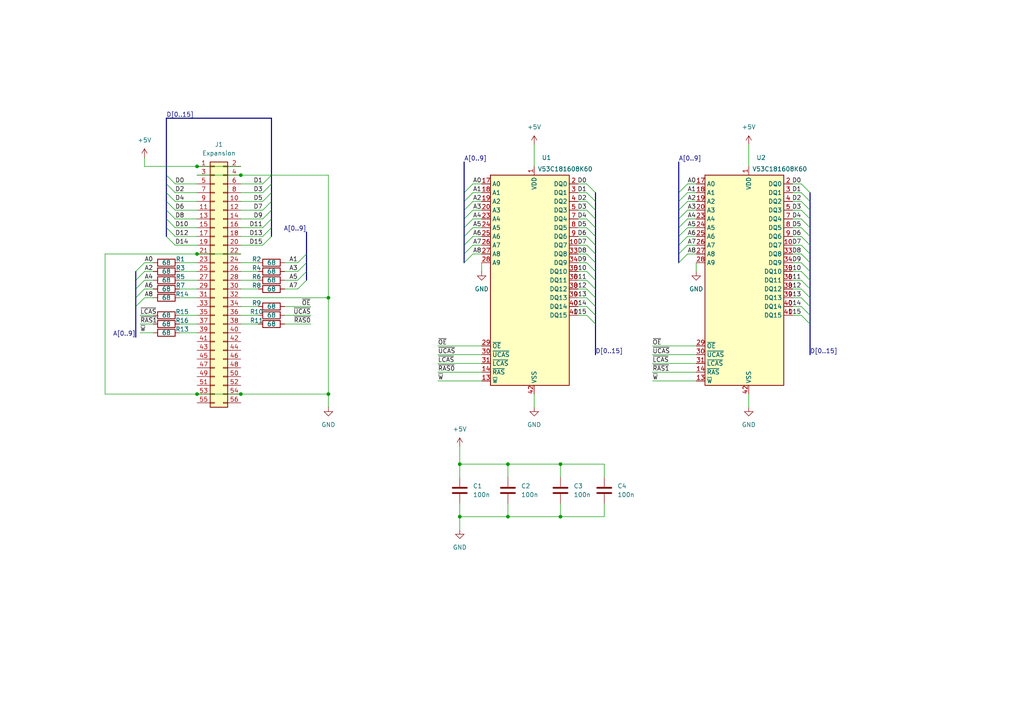
<source format=kicad_sch>
(kicad_sch
	(version 20231120)
	(generator "eeschema")
	(generator_version "8.0")
	(uuid "82ad923d-669f-44d1-b0fd-acd1ce403756")
	(paper "A4")
	(title_block
		(title "A500 1MB Backdoor Chip Memory")
		(date "2025-02-02")
		(rev "2.0")
	)
	(lib_symbols
		(symbol "Connector_Generic:Conn_02x28_Odd_Even"
			(pin_names
				(offset 1.016) hide)
			(exclude_from_sim no)
			(in_bom yes)
			(on_board yes)
			(property "Reference" "J"
				(at 1.27 35.56 0)
				(effects
					(font
						(size 1.27 1.27)
					)
				)
			)
			(property "Value" "Conn_02x28_Odd_Even"
				(at 1.27 -38.1 0)
				(effects
					(font
						(size 1.27 1.27)
					)
				)
			)
			(property "Footprint" ""
				(at 0 0 0)
				(effects
					(font
						(size 1.27 1.27)
					)
					(hide yes)
				)
			)
			(property "Datasheet" "~"
				(at 0 0 0)
				(effects
					(font
						(size 1.27 1.27)
					)
					(hide yes)
				)
			)
			(property "Description" "Generic connector, double row, 02x28, odd/even pin numbering scheme (row 1 odd numbers, row 2 even numbers), script generated (kicad-library-utils/schlib/autogen/connector/)"
				(at 0 0 0)
				(effects
					(font
						(size 1.27 1.27)
					)
					(hide yes)
				)
			)
			(property "ki_keywords" "connector"
				(at 0 0 0)
				(effects
					(font
						(size 1.27 1.27)
					)
					(hide yes)
				)
			)
			(property "ki_fp_filters" "Connector*:*_2x??_*"
				(at 0 0 0)
				(effects
					(font
						(size 1.27 1.27)
					)
					(hide yes)
				)
			)
			(symbol "Conn_02x28_Odd_Even_1_1"
				(rectangle
					(start -1.27 -35.433)
					(end 0 -35.687)
					(stroke
						(width 0.1524)
						(type default)
					)
					(fill
						(type none)
					)
				)
				(rectangle
					(start -1.27 -32.893)
					(end 0 -33.147)
					(stroke
						(width 0.1524)
						(type default)
					)
					(fill
						(type none)
					)
				)
				(rectangle
					(start -1.27 -30.353)
					(end 0 -30.607)
					(stroke
						(width 0.1524)
						(type default)
					)
					(fill
						(type none)
					)
				)
				(rectangle
					(start -1.27 -27.813)
					(end 0 -28.067)
					(stroke
						(width 0.1524)
						(type default)
					)
					(fill
						(type none)
					)
				)
				(rectangle
					(start -1.27 -25.273)
					(end 0 -25.527)
					(stroke
						(width 0.1524)
						(type default)
					)
					(fill
						(type none)
					)
				)
				(rectangle
					(start -1.27 -22.733)
					(end 0 -22.987)
					(stroke
						(width 0.1524)
						(type default)
					)
					(fill
						(type none)
					)
				)
				(rectangle
					(start -1.27 -20.193)
					(end 0 -20.447)
					(stroke
						(width 0.1524)
						(type default)
					)
					(fill
						(type none)
					)
				)
				(rectangle
					(start -1.27 -17.653)
					(end 0 -17.907)
					(stroke
						(width 0.1524)
						(type default)
					)
					(fill
						(type none)
					)
				)
				(rectangle
					(start -1.27 -15.113)
					(end 0 -15.367)
					(stroke
						(width 0.1524)
						(type default)
					)
					(fill
						(type none)
					)
				)
				(rectangle
					(start -1.27 -12.573)
					(end 0 -12.827)
					(stroke
						(width 0.1524)
						(type default)
					)
					(fill
						(type none)
					)
				)
				(rectangle
					(start -1.27 -10.033)
					(end 0 -10.287)
					(stroke
						(width 0.1524)
						(type default)
					)
					(fill
						(type none)
					)
				)
				(rectangle
					(start -1.27 -7.493)
					(end 0 -7.747)
					(stroke
						(width 0.1524)
						(type default)
					)
					(fill
						(type none)
					)
				)
				(rectangle
					(start -1.27 -4.953)
					(end 0 -5.207)
					(stroke
						(width 0.1524)
						(type default)
					)
					(fill
						(type none)
					)
				)
				(rectangle
					(start -1.27 -2.413)
					(end 0 -2.667)
					(stroke
						(width 0.1524)
						(type default)
					)
					(fill
						(type none)
					)
				)
				(rectangle
					(start -1.27 0.127)
					(end 0 -0.127)
					(stroke
						(width 0.1524)
						(type default)
					)
					(fill
						(type none)
					)
				)
				(rectangle
					(start -1.27 2.667)
					(end 0 2.413)
					(stroke
						(width 0.1524)
						(type default)
					)
					(fill
						(type none)
					)
				)
				(rectangle
					(start -1.27 5.207)
					(end 0 4.953)
					(stroke
						(width 0.1524)
						(type default)
					)
					(fill
						(type none)
					)
				)
				(rectangle
					(start -1.27 7.747)
					(end 0 7.493)
					(stroke
						(width 0.1524)
						(type default)
					)
					(fill
						(type none)
					)
				)
				(rectangle
					(start -1.27 10.287)
					(end 0 10.033)
					(stroke
						(width 0.1524)
						(type default)
					)
					(fill
						(type none)
					)
				)
				(rectangle
					(start -1.27 12.827)
					(end 0 12.573)
					(stroke
						(width 0.1524)
						(type default)
					)
					(fill
						(type none)
					)
				)
				(rectangle
					(start -1.27 15.367)
					(end 0 15.113)
					(stroke
						(width 0.1524)
						(type default)
					)
					(fill
						(type none)
					)
				)
				(rectangle
					(start -1.27 17.907)
					(end 0 17.653)
					(stroke
						(width 0.1524)
						(type default)
					)
					(fill
						(type none)
					)
				)
				(rectangle
					(start -1.27 20.447)
					(end 0 20.193)
					(stroke
						(width 0.1524)
						(type default)
					)
					(fill
						(type none)
					)
				)
				(rectangle
					(start -1.27 22.987)
					(end 0 22.733)
					(stroke
						(width 0.1524)
						(type default)
					)
					(fill
						(type none)
					)
				)
				(rectangle
					(start -1.27 25.527)
					(end 0 25.273)
					(stroke
						(width 0.1524)
						(type default)
					)
					(fill
						(type none)
					)
				)
				(rectangle
					(start -1.27 28.067)
					(end 0 27.813)
					(stroke
						(width 0.1524)
						(type default)
					)
					(fill
						(type none)
					)
				)
				(rectangle
					(start -1.27 30.607)
					(end 0 30.353)
					(stroke
						(width 0.1524)
						(type default)
					)
					(fill
						(type none)
					)
				)
				(rectangle
					(start -1.27 33.147)
					(end 0 32.893)
					(stroke
						(width 0.1524)
						(type default)
					)
					(fill
						(type none)
					)
				)
				(rectangle
					(start -1.27 34.29)
					(end 3.81 -36.83)
					(stroke
						(width 0.254)
						(type default)
					)
					(fill
						(type background)
					)
				)
				(rectangle
					(start 3.81 -35.433)
					(end 2.54 -35.687)
					(stroke
						(width 0.1524)
						(type default)
					)
					(fill
						(type none)
					)
				)
				(rectangle
					(start 3.81 -32.893)
					(end 2.54 -33.147)
					(stroke
						(width 0.1524)
						(type default)
					)
					(fill
						(type none)
					)
				)
				(rectangle
					(start 3.81 -30.353)
					(end 2.54 -30.607)
					(stroke
						(width 0.1524)
						(type default)
					)
					(fill
						(type none)
					)
				)
				(rectangle
					(start 3.81 -27.813)
					(end 2.54 -28.067)
					(stroke
						(width 0.1524)
						(type default)
					)
					(fill
						(type none)
					)
				)
				(rectangle
					(start 3.81 -25.273)
					(end 2.54 -25.527)
					(stroke
						(width 0.1524)
						(type default)
					)
					(fill
						(type none)
					)
				)
				(rectangle
					(start 3.81 -22.733)
					(end 2.54 -22.987)
					(stroke
						(width 0.1524)
						(type default)
					)
					(fill
						(type none)
					)
				)
				(rectangle
					(start 3.81 -20.193)
					(end 2.54 -20.447)
					(stroke
						(width 0.1524)
						(type default)
					)
					(fill
						(type none)
					)
				)
				(rectangle
					(start 3.81 -17.653)
					(end 2.54 -17.907)
					(stroke
						(width 0.1524)
						(type default)
					)
					(fill
						(type none)
					)
				)
				(rectangle
					(start 3.81 -15.113)
					(end 2.54 -15.367)
					(stroke
						(width 0.1524)
						(type default)
					)
					(fill
						(type none)
					)
				)
				(rectangle
					(start 3.81 -12.573)
					(end 2.54 -12.827)
					(stroke
						(width 0.1524)
						(type default)
					)
					(fill
						(type none)
					)
				)
				(rectangle
					(start 3.81 -10.033)
					(end 2.54 -10.287)
					(stroke
						(width 0.1524)
						(type default)
					)
					(fill
						(type none)
					)
				)
				(rectangle
					(start 3.81 -7.493)
					(end 2.54 -7.747)
					(stroke
						(width 0.1524)
						(type default)
					)
					(fill
						(type none)
					)
				)
				(rectangle
					(start 3.81 -4.953)
					(end 2.54 -5.207)
					(stroke
						(width 0.1524)
						(type default)
					)
					(fill
						(type none)
					)
				)
				(rectangle
					(start 3.81 -2.413)
					(end 2.54 -2.667)
					(stroke
						(width 0.1524)
						(type default)
					)
					(fill
						(type none)
					)
				)
				(rectangle
					(start 3.81 0.127)
					(end 2.54 -0.127)
					(stroke
						(width 0.1524)
						(type default)
					)
					(fill
						(type none)
					)
				)
				(rectangle
					(start 3.81 2.667)
					(end 2.54 2.413)
					(stroke
						(width 0.1524)
						(type default)
					)
					(fill
						(type none)
					)
				)
				(rectangle
					(start 3.81 5.207)
					(end 2.54 4.953)
					(stroke
						(width 0.1524)
						(type default)
					)
					(fill
						(type none)
					)
				)
				(rectangle
					(start 3.81 7.747)
					(end 2.54 7.493)
					(stroke
						(width 0.1524)
						(type default)
					)
					(fill
						(type none)
					)
				)
				(rectangle
					(start 3.81 10.287)
					(end 2.54 10.033)
					(stroke
						(width 0.1524)
						(type default)
					)
					(fill
						(type none)
					)
				)
				(rectangle
					(start 3.81 12.827)
					(end 2.54 12.573)
					(stroke
						(width 0.1524)
						(type default)
					)
					(fill
						(type none)
					)
				)
				(rectangle
					(start 3.81 15.367)
					(end 2.54 15.113)
					(stroke
						(width 0.1524)
						(type default)
					)
					(fill
						(type none)
					)
				)
				(rectangle
					(start 3.81 17.907)
					(end 2.54 17.653)
					(stroke
						(width 0.1524)
						(type default)
					)
					(fill
						(type none)
					)
				)
				(rectangle
					(start 3.81 20.447)
					(end 2.54 20.193)
					(stroke
						(width 0.1524)
						(type default)
					)
					(fill
						(type none)
					)
				)
				(rectangle
					(start 3.81 22.987)
					(end 2.54 22.733)
					(stroke
						(width 0.1524)
						(type default)
					)
					(fill
						(type none)
					)
				)
				(rectangle
					(start 3.81 25.527)
					(end 2.54 25.273)
					(stroke
						(width 0.1524)
						(type default)
					)
					(fill
						(type none)
					)
				)
				(rectangle
					(start 3.81 28.067)
					(end 2.54 27.813)
					(stroke
						(width 0.1524)
						(type default)
					)
					(fill
						(type none)
					)
				)
				(rectangle
					(start 3.81 30.607)
					(end 2.54 30.353)
					(stroke
						(width 0.1524)
						(type default)
					)
					(fill
						(type none)
					)
				)
				(rectangle
					(start 3.81 33.147)
					(end 2.54 32.893)
					(stroke
						(width 0.1524)
						(type default)
					)
					(fill
						(type none)
					)
				)
				(pin passive line
					(at -5.08 33.02 0)
					(length 3.81)
					(name "Pin_1"
						(effects
							(font
								(size 1.27 1.27)
							)
						)
					)
					(number "1"
						(effects
							(font
								(size 1.27 1.27)
							)
						)
					)
				)
				(pin passive line
					(at 7.62 22.86 180)
					(length 3.81)
					(name "Pin_10"
						(effects
							(font
								(size 1.27 1.27)
							)
						)
					)
					(number "10"
						(effects
							(font
								(size 1.27 1.27)
							)
						)
					)
				)
				(pin passive line
					(at -5.08 20.32 0)
					(length 3.81)
					(name "Pin_11"
						(effects
							(font
								(size 1.27 1.27)
							)
						)
					)
					(number "11"
						(effects
							(font
								(size 1.27 1.27)
							)
						)
					)
				)
				(pin passive line
					(at 7.62 20.32 180)
					(length 3.81)
					(name "Pin_12"
						(effects
							(font
								(size 1.27 1.27)
							)
						)
					)
					(number "12"
						(effects
							(font
								(size 1.27 1.27)
							)
						)
					)
				)
				(pin passive line
					(at -5.08 17.78 0)
					(length 3.81)
					(name "Pin_13"
						(effects
							(font
								(size 1.27 1.27)
							)
						)
					)
					(number "13"
						(effects
							(font
								(size 1.27 1.27)
							)
						)
					)
				)
				(pin passive line
					(at 7.62 17.78 180)
					(length 3.81)
					(name "Pin_14"
						(effects
							(font
								(size 1.27 1.27)
							)
						)
					)
					(number "14"
						(effects
							(font
								(size 1.27 1.27)
							)
						)
					)
				)
				(pin passive line
					(at -5.08 15.24 0)
					(length 3.81)
					(name "Pin_15"
						(effects
							(font
								(size 1.27 1.27)
							)
						)
					)
					(number "15"
						(effects
							(font
								(size 1.27 1.27)
							)
						)
					)
				)
				(pin passive line
					(at 7.62 15.24 180)
					(length 3.81)
					(name "Pin_16"
						(effects
							(font
								(size 1.27 1.27)
							)
						)
					)
					(number "16"
						(effects
							(font
								(size 1.27 1.27)
							)
						)
					)
				)
				(pin passive line
					(at -5.08 12.7 0)
					(length 3.81)
					(name "Pin_17"
						(effects
							(font
								(size 1.27 1.27)
							)
						)
					)
					(number "17"
						(effects
							(font
								(size 1.27 1.27)
							)
						)
					)
				)
				(pin passive line
					(at 7.62 12.7 180)
					(length 3.81)
					(name "Pin_18"
						(effects
							(font
								(size 1.27 1.27)
							)
						)
					)
					(number "18"
						(effects
							(font
								(size 1.27 1.27)
							)
						)
					)
				)
				(pin passive line
					(at -5.08 10.16 0)
					(length 3.81)
					(name "Pin_19"
						(effects
							(font
								(size 1.27 1.27)
							)
						)
					)
					(number "19"
						(effects
							(font
								(size 1.27 1.27)
							)
						)
					)
				)
				(pin passive line
					(at 7.62 33.02 180)
					(length 3.81)
					(name "Pin_2"
						(effects
							(font
								(size 1.27 1.27)
							)
						)
					)
					(number "2"
						(effects
							(font
								(size 1.27 1.27)
							)
						)
					)
				)
				(pin passive line
					(at 7.62 10.16 180)
					(length 3.81)
					(name "Pin_20"
						(effects
							(font
								(size 1.27 1.27)
							)
						)
					)
					(number "20"
						(effects
							(font
								(size 1.27 1.27)
							)
						)
					)
				)
				(pin passive line
					(at -5.08 7.62 0)
					(length 3.81)
					(name "Pin_21"
						(effects
							(font
								(size 1.27 1.27)
							)
						)
					)
					(number "21"
						(effects
							(font
								(size 1.27 1.27)
							)
						)
					)
				)
				(pin passive line
					(at 7.62 7.62 180)
					(length 3.81)
					(name "Pin_22"
						(effects
							(font
								(size 1.27 1.27)
							)
						)
					)
					(number "22"
						(effects
							(font
								(size 1.27 1.27)
							)
						)
					)
				)
				(pin passive line
					(at -5.08 5.08 0)
					(length 3.81)
					(name "Pin_23"
						(effects
							(font
								(size 1.27 1.27)
							)
						)
					)
					(number "23"
						(effects
							(font
								(size 1.27 1.27)
							)
						)
					)
				)
				(pin passive line
					(at 7.62 5.08 180)
					(length 3.81)
					(name "Pin_24"
						(effects
							(font
								(size 1.27 1.27)
							)
						)
					)
					(number "24"
						(effects
							(font
								(size 1.27 1.27)
							)
						)
					)
				)
				(pin passive line
					(at -5.08 2.54 0)
					(length 3.81)
					(name "Pin_25"
						(effects
							(font
								(size 1.27 1.27)
							)
						)
					)
					(number "25"
						(effects
							(font
								(size 1.27 1.27)
							)
						)
					)
				)
				(pin passive line
					(at 7.62 2.54 180)
					(length 3.81)
					(name "Pin_26"
						(effects
							(font
								(size 1.27 1.27)
							)
						)
					)
					(number "26"
						(effects
							(font
								(size 1.27 1.27)
							)
						)
					)
				)
				(pin passive line
					(at -5.08 0 0)
					(length 3.81)
					(name "Pin_27"
						(effects
							(font
								(size 1.27 1.27)
							)
						)
					)
					(number "27"
						(effects
							(font
								(size 1.27 1.27)
							)
						)
					)
				)
				(pin passive line
					(at 7.62 0 180)
					(length 3.81)
					(name "Pin_28"
						(effects
							(font
								(size 1.27 1.27)
							)
						)
					)
					(number "28"
						(effects
							(font
								(size 1.27 1.27)
							)
						)
					)
				)
				(pin passive line
					(at -5.08 -2.54 0)
					(length 3.81)
					(name "Pin_29"
						(effects
							(font
								(size 1.27 1.27)
							)
						)
					)
					(number "29"
						(effects
							(font
								(size 1.27 1.27)
							)
						)
					)
				)
				(pin passive line
					(at -5.08 30.48 0)
					(length 3.81)
					(name "Pin_3"
						(effects
							(font
								(size 1.27 1.27)
							)
						)
					)
					(number "3"
						(effects
							(font
								(size 1.27 1.27)
							)
						)
					)
				)
				(pin passive line
					(at 7.62 -2.54 180)
					(length 3.81)
					(name "Pin_30"
						(effects
							(font
								(size 1.27 1.27)
							)
						)
					)
					(number "30"
						(effects
							(font
								(size 1.27 1.27)
							)
						)
					)
				)
				(pin passive line
					(at -5.08 -5.08 0)
					(length 3.81)
					(name "Pin_31"
						(effects
							(font
								(size 1.27 1.27)
							)
						)
					)
					(number "31"
						(effects
							(font
								(size 1.27 1.27)
							)
						)
					)
				)
				(pin passive line
					(at 7.62 -5.08 180)
					(length 3.81)
					(name "Pin_32"
						(effects
							(font
								(size 1.27 1.27)
							)
						)
					)
					(number "32"
						(effects
							(font
								(size 1.27 1.27)
							)
						)
					)
				)
				(pin passive line
					(at -5.08 -7.62 0)
					(length 3.81)
					(name "Pin_33"
						(effects
							(font
								(size 1.27 1.27)
							)
						)
					)
					(number "33"
						(effects
							(font
								(size 1.27 1.27)
							)
						)
					)
				)
				(pin passive line
					(at 7.62 -7.62 180)
					(length 3.81)
					(name "Pin_34"
						(effects
							(font
								(size 1.27 1.27)
							)
						)
					)
					(number "34"
						(effects
							(font
								(size 1.27 1.27)
							)
						)
					)
				)
				(pin passive line
					(at -5.08 -10.16 0)
					(length 3.81)
					(name "Pin_35"
						(effects
							(font
								(size 1.27 1.27)
							)
						)
					)
					(number "35"
						(effects
							(font
								(size 1.27 1.27)
							)
						)
					)
				)
				(pin passive line
					(at 7.62 -10.16 180)
					(length 3.81)
					(name "Pin_36"
						(effects
							(font
								(size 1.27 1.27)
							)
						)
					)
					(number "36"
						(effects
							(font
								(size 1.27 1.27)
							)
						)
					)
				)
				(pin passive line
					(at -5.08 -12.7 0)
					(length 3.81)
					(name "Pin_37"
						(effects
							(font
								(size 1.27 1.27)
							)
						)
					)
					(number "37"
						(effects
							(font
								(size 1.27 1.27)
							)
						)
					)
				)
				(pin passive line
					(at 7.62 -12.7 180)
					(length 3.81)
					(name "Pin_38"
						(effects
							(font
								(size 1.27 1.27)
							)
						)
					)
					(number "38"
						(effects
							(font
								(size 1.27 1.27)
							)
						)
					)
				)
				(pin passive line
					(at -5.08 -15.24 0)
					(length 3.81)
					(name "Pin_39"
						(effects
							(font
								(size 1.27 1.27)
							)
						)
					)
					(number "39"
						(effects
							(font
								(size 1.27 1.27)
							)
						)
					)
				)
				(pin passive line
					(at 7.62 30.48 180)
					(length 3.81)
					(name "Pin_4"
						(effects
							(font
								(size 1.27 1.27)
							)
						)
					)
					(number "4"
						(effects
							(font
								(size 1.27 1.27)
							)
						)
					)
				)
				(pin passive line
					(at 7.62 -15.24 180)
					(length 3.81)
					(name "Pin_40"
						(effects
							(font
								(size 1.27 1.27)
							)
						)
					)
					(number "40"
						(effects
							(font
								(size 1.27 1.27)
							)
						)
					)
				)
				(pin passive line
					(at -5.08 -17.78 0)
					(length 3.81)
					(name "Pin_41"
						(effects
							(font
								(size 1.27 1.27)
							)
						)
					)
					(number "41"
						(effects
							(font
								(size 1.27 1.27)
							)
						)
					)
				)
				(pin passive line
					(at 7.62 -17.78 180)
					(length 3.81)
					(name "Pin_42"
						(effects
							(font
								(size 1.27 1.27)
							)
						)
					)
					(number "42"
						(effects
							(font
								(size 1.27 1.27)
							)
						)
					)
				)
				(pin passive line
					(at -5.08 -20.32 0)
					(length 3.81)
					(name "Pin_43"
						(effects
							(font
								(size 1.27 1.27)
							)
						)
					)
					(number "43"
						(effects
							(font
								(size 1.27 1.27)
							)
						)
					)
				)
				(pin passive line
					(at 7.62 -20.32 180)
					(length 3.81)
					(name "Pin_44"
						(effects
							(font
								(size 1.27 1.27)
							)
						)
					)
					(number "44"
						(effects
							(font
								(size 1.27 1.27)
							)
						)
					)
				)
				(pin passive line
					(at -5.08 -22.86 0)
					(length 3.81)
					(name "Pin_45"
						(effects
							(font
								(size 1.27 1.27)
							)
						)
					)
					(number "45"
						(effects
							(font
								(size 1.27 1.27)
							)
						)
					)
				)
				(pin passive line
					(at 7.62 -22.86 180)
					(length 3.81)
					(name "Pin_46"
						(effects
							(font
								(size 1.27 1.27)
							)
						)
					)
					(number "46"
						(effects
							(font
								(size 1.27 1.27)
							)
						)
					)
				)
				(pin passive line
					(at -5.08 -25.4 0)
					(length 3.81)
					(name "Pin_47"
						(effects
							(font
								(size 1.27 1.27)
							)
						)
					)
					(number "47"
						(effects
							(font
								(size 1.27 1.27)
							)
						)
					)
				)
				(pin passive line
					(at 7.62 -25.4 180)
					(length 3.81)
					(name "Pin_48"
						(effects
							(font
								(size 1.27 1.27)
							)
						)
					)
					(number "48"
						(effects
							(font
								(size 1.27 1.27)
							)
						)
					)
				)
				(pin passive line
					(at -5.08 -27.94 0)
					(length 3.81)
					(name "Pin_49"
						(effects
							(font
								(size 1.27 1.27)
							)
						)
					)
					(number "49"
						(effects
							(font
								(size 1.27 1.27)
							)
						)
					)
				)
				(pin passive line
					(at -5.08 27.94 0)
					(length 3.81)
					(name "Pin_5"
						(effects
							(font
								(size 1.27 1.27)
							)
						)
					)
					(number "5"
						(effects
							(font
								(size 1.27 1.27)
							)
						)
					)
				)
				(pin passive line
					(at 7.62 -27.94 180)
					(length 3.81)
					(name "Pin_50"
						(effects
							(font
								(size 1.27 1.27)
							)
						)
					)
					(number "50"
						(effects
							(font
								(size 1.27 1.27)
							)
						)
					)
				)
				(pin passive line
					(at -5.08 -30.48 0)
					(length 3.81)
					(name "Pin_51"
						(effects
							(font
								(size 1.27 1.27)
							)
						)
					)
					(number "51"
						(effects
							(font
								(size 1.27 1.27)
							)
						)
					)
				)
				(pin passive line
					(at 7.62 -30.48 180)
					(length 3.81)
					(name "Pin_52"
						(effects
							(font
								(size 1.27 1.27)
							)
						)
					)
					(number "52"
						(effects
							(font
								(size 1.27 1.27)
							)
						)
					)
				)
				(pin passive line
					(at -5.08 -33.02 0)
					(length 3.81)
					(name "Pin_53"
						(effects
							(font
								(size 1.27 1.27)
							)
						)
					)
					(number "53"
						(effects
							(font
								(size 1.27 1.27)
							)
						)
					)
				)
				(pin passive line
					(at 7.62 -33.02 180)
					(length 3.81)
					(name "Pin_54"
						(effects
							(font
								(size 1.27 1.27)
							)
						)
					)
					(number "54"
						(effects
							(font
								(size 1.27 1.27)
							)
						)
					)
				)
				(pin passive line
					(at -5.08 -35.56 0)
					(length 3.81)
					(name "Pin_55"
						(effects
							(font
								(size 1.27 1.27)
							)
						)
					)
					(number "55"
						(effects
							(font
								(size 1.27 1.27)
							)
						)
					)
				)
				(pin passive line
					(at 7.62 -35.56 180)
					(length 3.81)
					(name "Pin_56"
						(effects
							(font
								(size 1.27 1.27)
							)
						)
					)
					(number "56"
						(effects
							(font
								(size 1.27 1.27)
							)
						)
					)
				)
				(pin passive line
					(at 7.62 27.94 180)
					(length 3.81)
					(name "Pin_6"
						(effects
							(font
								(size 1.27 1.27)
							)
						)
					)
					(number "6"
						(effects
							(font
								(size 1.27 1.27)
							)
						)
					)
				)
				(pin passive line
					(at -5.08 25.4 0)
					(length 3.81)
					(name "Pin_7"
						(effects
							(font
								(size 1.27 1.27)
							)
						)
					)
					(number "7"
						(effects
							(font
								(size 1.27 1.27)
							)
						)
					)
				)
				(pin passive line
					(at 7.62 25.4 180)
					(length 3.81)
					(name "Pin_8"
						(effects
							(font
								(size 1.27 1.27)
							)
						)
					)
					(number "8"
						(effects
							(font
								(size 1.27 1.27)
							)
						)
					)
				)
				(pin passive line
					(at -5.08 22.86 0)
					(length 3.81)
					(name "Pin_9"
						(effects
							(font
								(size 1.27 1.27)
							)
						)
					)
					(number "9"
						(effects
							(font
								(size 1.27 1.27)
							)
						)
					)
				)
			)
		)
		(symbol "Device:C"
			(pin_numbers hide)
			(pin_names
				(offset 0.254)
			)
			(exclude_from_sim no)
			(in_bom yes)
			(on_board yes)
			(property "Reference" "C"
				(at 0.635 2.54 0)
				(effects
					(font
						(size 1.27 1.27)
					)
					(justify left)
				)
			)
			(property "Value" "C"
				(at 0.635 -2.54 0)
				(effects
					(font
						(size 1.27 1.27)
					)
					(justify left)
				)
			)
			(property "Footprint" ""
				(at 0.9652 -3.81 0)
				(effects
					(font
						(size 1.27 1.27)
					)
					(hide yes)
				)
			)
			(property "Datasheet" "~"
				(at 0 0 0)
				(effects
					(font
						(size 1.27 1.27)
					)
					(hide yes)
				)
			)
			(property "Description" "Unpolarized capacitor"
				(at 0 0 0)
				(effects
					(font
						(size 1.27 1.27)
					)
					(hide yes)
				)
			)
			(property "ki_keywords" "cap capacitor"
				(at 0 0 0)
				(effects
					(font
						(size 1.27 1.27)
					)
					(hide yes)
				)
			)
			(property "ki_fp_filters" "C_*"
				(at 0 0 0)
				(effects
					(font
						(size 1.27 1.27)
					)
					(hide yes)
				)
			)
			(symbol "C_0_1"
				(polyline
					(pts
						(xy -2.032 -0.762) (xy 2.032 -0.762)
					)
					(stroke
						(width 0.508)
						(type default)
					)
					(fill
						(type none)
					)
				)
				(polyline
					(pts
						(xy -2.032 0.762) (xy 2.032 0.762)
					)
					(stroke
						(width 0.508)
						(type default)
					)
					(fill
						(type none)
					)
				)
			)
			(symbol "C_1_1"
				(pin passive line
					(at 0 3.81 270)
					(length 2.794)
					(name "~"
						(effects
							(font
								(size 1.27 1.27)
							)
						)
					)
					(number "1"
						(effects
							(font
								(size 1.27 1.27)
							)
						)
					)
				)
				(pin passive line
					(at 0 -3.81 90)
					(length 2.794)
					(name "~"
						(effects
							(font
								(size 1.27 1.27)
							)
						)
					)
					(number "2"
						(effects
							(font
								(size 1.27 1.27)
							)
						)
					)
				)
			)
		)
		(symbol "Device:R"
			(pin_numbers hide)
			(pin_names
				(offset 0)
			)
			(exclude_from_sim no)
			(in_bom yes)
			(on_board yes)
			(property "Reference" "R"
				(at 2.032 0 90)
				(effects
					(font
						(size 1.27 1.27)
					)
				)
			)
			(property "Value" "R"
				(at 0 0 90)
				(effects
					(font
						(size 1.27 1.27)
					)
				)
			)
			(property "Footprint" ""
				(at -1.778 0 90)
				(effects
					(font
						(size 1.27 1.27)
					)
					(hide yes)
				)
			)
			(property "Datasheet" "~"
				(at 0 0 0)
				(effects
					(font
						(size 1.27 1.27)
					)
					(hide yes)
				)
			)
			(property "Description" "Resistor"
				(at 0 0 0)
				(effects
					(font
						(size 1.27 1.27)
					)
					(hide yes)
				)
			)
			(property "ki_keywords" "R res resistor"
				(at 0 0 0)
				(effects
					(font
						(size 1.27 1.27)
					)
					(hide yes)
				)
			)
			(property "ki_fp_filters" "R_*"
				(at 0 0 0)
				(effects
					(font
						(size 1.27 1.27)
					)
					(hide yes)
				)
			)
			(symbol "R_0_1"
				(rectangle
					(start -1.016 -2.54)
					(end 1.016 2.54)
					(stroke
						(width 0.254)
						(type default)
					)
					(fill
						(type none)
					)
				)
			)
			(symbol "R_1_1"
				(pin passive line
					(at 0 3.81 270)
					(length 1.27)
					(name "~"
						(effects
							(font
								(size 1.27 1.27)
							)
						)
					)
					(number "1"
						(effects
							(font
								(size 1.27 1.27)
							)
						)
					)
				)
				(pin passive line
					(at 0 -3.81 90)
					(length 1.27)
					(name "~"
						(effects
							(font
								(size 1.27 1.27)
							)
						)
					)
					(number "2"
						(effects
							(font
								(size 1.27 1.27)
							)
						)
					)
				)
			)
		)
		(symbol "a500_1mb_backdoor_ram:V53C181608K60"
			(exclude_from_sim no)
			(in_bom yes)
			(on_board yes)
			(property "Reference" "U"
				(at -10.16 31.75 0)
				(effects
					(font
						(size 1.27 1.27)
					)
				)
			)
			(property "Value" "V53C181608K60"
				(at -10.16 -33.02 0)
				(effects
					(font
						(size 1.27 1.27)
					)
				)
			)
			(property "Footprint" "a500_1mb_backdoor_ram:SOJ-42_10.16x27.46mm_P1.27mm"
				(at 2.54 -7.62 0)
				(effects
					(font
						(size 1.27 1.27)
					)
					(hide yes)
				)
			)
			(property "Datasheet" ""
				(at -10.16 31.75 0)
				(effects
					(font
						(size 1.27 1.27)
					)
					(hide yes)
				)
			)
			(property "Description" "16Mb EDO RAM, 1 Mb x 16 b"
				(at 0 0 0)
				(effects
					(font
						(size 1.27 1.27)
					)
					(hide yes)
				)
			)
			(property "ki_keywords" "DRAM MEMORY"
				(at 0 0 0)
				(effects
					(font
						(size 1.27 1.27)
					)
					(hide yes)
				)
			)
			(property "ki_fp_filters" "TSOP?II*22.2x10.16mm*P0.8mm*"
				(at 0 0 0)
				(effects
					(font
						(size 1.27 1.27)
					)
					(hide yes)
				)
			)
			(symbol "V53C181608K60_1_1"
				(rectangle
					(start -10.16 30.48)
					(end 12.7 -30.48)
					(stroke
						(width 0.254)
						(type default)
					)
					(fill
						(type background)
					)
				)
				(pin power_in line
					(at 2.54 33.02 270)
					(length 2.54)
					(name "VDD"
						(effects
							(font
								(size 1.27 1.27)
							)
						)
					)
					(number "1"
						(effects
							(font
								(size 1.27 1.27)
							)
						)
					)
				)
				(pin bidirectional line
					(at 15.24 10.16 180)
					(length 2.54)
					(name "DQ7"
						(effects
							(font
								(size 1.27 1.27)
							)
						)
					)
					(number "10"
						(effects
							(font
								(size 1.27 1.27)
							)
						)
					)
				)
				(pin no_connect line
					(at 12.7 -15.24 180)
					(length 2.54) hide
					(name "NC"
						(effects
							(font
								(size 1.27 1.27)
							)
						)
					)
					(number "11"
						(effects
							(font
								(size 1.27 1.27)
							)
						)
					)
				)
				(pin no_connect line
					(at 12.7 -17.78 180)
					(length 2.54) hide
					(name "NC"
						(effects
							(font
								(size 1.27 1.27)
							)
						)
					)
					(number "12"
						(effects
							(font
								(size 1.27 1.27)
							)
						)
					)
				)
				(pin input line
					(at -12.7 -29.21 0)
					(length 2.54)
					(name "~{W}"
						(effects
							(font
								(size 1.27 1.27)
							)
						)
					)
					(number "13"
						(effects
							(font
								(size 1.27 1.27)
							)
						)
					)
				)
				(pin input line
					(at -12.7 -26.67 0)
					(length 2.54)
					(name "~{RAS}"
						(effects
							(font
								(size 1.27 1.27)
							)
						)
					)
					(number "14"
						(effects
							(font
								(size 1.27 1.27)
							)
						)
					)
				)
				(pin no_connect line
					(at 12.7 -22.86 180)
					(length 2.54) hide
					(name "NC"
						(effects
							(font
								(size 1.27 1.27)
							)
						)
					)
					(number "15"
						(effects
							(font
								(size 1.27 1.27)
							)
						)
					)
				)
				(pin no_connect line
					(at 12.7 -25.4 180)
					(length 2.54) hide
					(name "NC"
						(effects
							(font
								(size 1.27 1.27)
							)
						)
					)
					(number "16"
						(effects
							(font
								(size 1.27 1.27)
							)
						)
					)
				)
				(pin input line
					(at -12.7 27.94 0)
					(length 2.54)
					(name "A0"
						(effects
							(font
								(size 1.27 1.27)
							)
						)
					)
					(number "17"
						(effects
							(font
								(size 1.27 1.27)
							)
						)
					)
				)
				(pin input line
					(at -12.7 25.4 0)
					(length 2.54)
					(name "A1"
						(effects
							(font
								(size 1.27 1.27)
							)
						)
					)
					(number "18"
						(effects
							(font
								(size 1.27 1.27)
							)
						)
					)
				)
				(pin input line
					(at -12.7 22.86 0)
					(length 2.54)
					(name "A2"
						(effects
							(font
								(size 1.27 1.27)
							)
						)
					)
					(number "19"
						(effects
							(font
								(size 1.27 1.27)
							)
						)
					)
				)
				(pin bidirectional line
					(at 15.24 27.94 180)
					(length 2.54)
					(name "DQ0"
						(effects
							(font
								(size 1.27 1.27)
							)
						)
					)
					(number "2"
						(effects
							(font
								(size 1.27 1.27)
							)
						)
					)
				)
				(pin input line
					(at -12.7 20.32 0)
					(length 2.54)
					(name "A3"
						(effects
							(font
								(size 1.27 1.27)
							)
						)
					)
					(number "20"
						(effects
							(font
								(size 1.27 1.27)
							)
						)
					)
				)
				(pin passive line
					(at 2.54 33.02 270)
					(length 2.54) hide
					(name "VDD"
						(effects
							(font
								(size 1.27 1.27)
							)
						)
					)
					(number "21"
						(effects
							(font
								(size 1.27 1.27)
							)
						)
					)
				)
				(pin passive line
					(at 2.54 -33.02 90)
					(length 2.54) hide
					(name "VSS"
						(effects
							(font
								(size 1.27 1.27)
							)
						)
					)
					(number "22"
						(effects
							(font
								(size 1.27 1.27)
							)
						)
					)
				)
				(pin input line
					(at -12.7 17.78 0)
					(length 2.54)
					(name "A4"
						(effects
							(font
								(size 1.27 1.27)
							)
						)
					)
					(number "23"
						(effects
							(font
								(size 1.27 1.27)
							)
						)
					)
				)
				(pin input line
					(at -12.7 15.24 0)
					(length 2.54)
					(name "A5"
						(effects
							(font
								(size 1.27 1.27)
							)
						)
					)
					(number "24"
						(effects
							(font
								(size 1.27 1.27)
							)
						)
					)
				)
				(pin input line
					(at -12.7 12.7 0)
					(length 2.54)
					(name "A6"
						(effects
							(font
								(size 1.27 1.27)
							)
						)
					)
					(number "25"
						(effects
							(font
								(size 1.27 1.27)
							)
						)
					)
				)
				(pin input line
					(at -12.7 10.16 0)
					(length 2.54)
					(name "A7"
						(effects
							(font
								(size 1.27 1.27)
							)
						)
					)
					(number "26"
						(effects
							(font
								(size 1.27 1.27)
							)
						)
					)
				)
				(pin input line
					(at -12.7 7.62 0)
					(length 2.54)
					(name "A8"
						(effects
							(font
								(size 1.27 1.27)
							)
						)
					)
					(number "27"
						(effects
							(font
								(size 1.27 1.27)
							)
						)
					)
				)
				(pin input line
					(at -12.7 5.08 0)
					(length 2.54)
					(name "A9"
						(effects
							(font
								(size 1.27 1.27)
							)
						)
					)
					(number "28"
						(effects
							(font
								(size 1.27 1.27)
							)
						)
					)
				)
				(pin input line
					(at -12.7 -19.05 0)
					(length 2.54)
					(name "~{OE}"
						(effects
							(font
								(size 1.27 1.27)
							)
						)
					)
					(number "29"
						(effects
							(font
								(size 1.27 1.27)
							)
						)
					)
				)
				(pin bidirectional line
					(at 15.24 25.4 180)
					(length 2.54)
					(name "DQ1"
						(effects
							(font
								(size 1.27 1.27)
							)
						)
					)
					(number "3"
						(effects
							(font
								(size 1.27 1.27)
							)
						)
					)
				)
				(pin input line
					(at -12.7 -21.59 0)
					(length 2.54)
					(name "~{UCAS}"
						(effects
							(font
								(size 1.27 1.27)
							)
						)
					)
					(number "30"
						(effects
							(font
								(size 1.27 1.27)
							)
						)
					)
				)
				(pin input line
					(at -12.7 -24.13 0)
					(length 2.54)
					(name "~{LCAS}"
						(effects
							(font
								(size 1.27 1.27)
							)
						)
					)
					(number "31"
						(effects
							(font
								(size 1.27 1.27)
							)
						)
					)
				)
				(pin no_connect line
					(at 12.7 -20.32 180)
					(length 2.54) hide
					(name "NC"
						(effects
							(font
								(size 1.27 1.27)
							)
						)
					)
					(number "32"
						(effects
							(font
								(size 1.27 1.27)
							)
						)
					)
				)
				(pin bidirectional line
					(at 15.24 7.62 180)
					(length 2.54)
					(name "DQ8"
						(effects
							(font
								(size 1.27 1.27)
							)
						)
					)
					(number "33"
						(effects
							(font
								(size 1.27 1.27)
							)
						)
					)
				)
				(pin bidirectional line
					(at 15.24 5.08 180)
					(length 2.54)
					(name "DQ9"
						(effects
							(font
								(size 1.27 1.27)
							)
						)
					)
					(number "34"
						(effects
							(font
								(size 1.27 1.27)
							)
						)
					)
				)
				(pin bidirectional line
					(at 15.24 2.54 180)
					(length 2.54)
					(name "DQ10"
						(effects
							(font
								(size 1.27 1.27)
							)
						)
					)
					(number "35"
						(effects
							(font
								(size 1.27 1.27)
							)
						)
					)
				)
				(pin bidirectional line
					(at 15.24 0 180)
					(length 2.54)
					(name "DQ11"
						(effects
							(font
								(size 1.27 1.27)
							)
						)
					)
					(number "36"
						(effects
							(font
								(size 1.27 1.27)
							)
						)
					)
				)
				(pin passive line
					(at 2.54 -33.02 90)
					(length 2.54) hide
					(name "VSS"
						(effects
							(font
								(size 1.27 1.27)
							)
						)
					)
					(number "37"
						(effects
							(font
								(size 1.27 1.27)
							)
						)
					)
				)
				(pin bidirectional line
					(at 15.24 -2.54 180)
					(length 2.54)
					(name "DQ12"
						(effects
							(font
								(size 1.27 1.27)
							)
						)
					)
					(number "38"
						(effects
							(font
								(size 1.27 1.27)
							)
						)
					)
				)
				(pin bidirectional line
					(at 15.24 -5.08 180)
					(length 2.54)
					(name "DQ13"
						(effects
							(font
								(size 1.27 1.27)
							)
						)
					)
					(number "39"
						(effects
							(font
								(size 1.27 1.27)
							)
						)
					)
				)
				(pin bidirectional line
					(at 15.24 22.86 180)
					(length 2.54)
					(name "DQ2"
						(effects
							(font
								(size 1.27 1.27)
							)
						)
					)
					(number "4"
						(effects
							(font
								(size 1.27 1.27)
							)
						)
					)
				)
				(pin bidirectional line
					(at 15.24 -7.62 180)
					(length 2.54)
					(name "DQ14"
						(effects
							(font
								(size 1.27 1.27)
							)
						)
					)
					(number "40"
						(effects
							(font
								(size 1.27 1.27)
							)
						)
					)
				)
				(pin bidirectional line
					(at 15.24 -10.16 180)
					(length 2.54)
					(name "DQ15"
						(effects
							(font
								(size 1.27 1.27)
							)
						)
					)
					(number "41"
						(effects
							(font
								(size 1.27 1.27)
							)
						)
					)
				)
				(pin power_in line
					(at 2.54 -33.02 90)
					(length 2.54)
					(name "VSS"
						(effects
							(font
								(size 1.27 1.27)
							)
						)
					)
					(number "42"
						(effects
							(font
								(size 1.27 1.27)
							)
						)
					)
				)
				(pin bidirectional line
					(at 15.24 20.32 180)
					(length 2.54)
					(name "DQ3"
						(effects
							(font
								(size 1.27 1.27)
							)
						)
					)
					(number "5"
						(effects
							(font
								(size 1.27 1.27)
							)
						)
					)
				)
				(pin passive line
					(at 2.54 33.02 270)
					(length 2.54) hide
					(name "VDD"
						(effects
							(font
								(size 1.27 1.27)
							)
						)
					)
					(number "6"
						(effects
							(font
								(size 1.27 1.27)
							)
						)
					)
				)
				(pin bidirectional line
					(at 15.24 17.78 180)
					(length 2.54)
					(name "DQ4"
						(effects
							(font
								(size 1.27 1.27)
							)
						)
					)
					(number "7"
						(effects
							(font
								(size 1.27 1.27)
							)
						)
					)
				)
				(pin bidirectional line
					(at 15.24 15.24 180)
					(length 2.54)
					(name "DQ5"
						(effects
							(font
								(size 1.27 1.27)
							)
						)
					)
					(number "8"
						(effects
							(font
								(size 1.27 1.27)
							)
						)
					)
				)
				(pin bidirectional line
					(at 15.24 12.7 180)
					(length 2.54)
					(name "DQ6"
						(effects
							(font
								(size 1.27 1.27)
							)
						)
					)
					(number "9"
						(effects
							(font
								(size 1.27 1.27)
							)
						)
					)
				)
			)
		)
		(symbol "power:GND"
			(power)
			(pin_numbers hide)
			(pin_names
				(offset 0) hide)
			(exclude_from_sim no)
			(in_bom yes)
			(on_board yes)
			(property "Reference" "#PWR"
				(at 0 -6.35 0)
				(effects
					(font
						(size 1.27 1.27)
					)
					(hide yes)
				)
			)
			(property "Value" "GND"
				(at 0 -3.81 0)
				(effects
					(font
						(size 1.27 1.27)
					)
				)
			)
			(property "Footprint" ""
				(at 0 0 0)
				(effects
					(font
						(size 1.27 1.27)
					)
					(hide yes)
				)
			)
			(property "Datasheet" ""
				(at 0 0 0)
				(effects
					(font
						(size 1.27 1.27)
					)
					(hide yes)
				)
			)
			(property "Description" "Power symbol creates a global label with name \"GND\" , ground"
				(at 0 0 0)
				(effects
					(font
						(size 1.27 1.27)
					)
					(hide yes)
				)
			)
			(property "ki_keywords" "global power"
				(at 0 0 0)
				(effects
					(font
						(size 1.27 1.27)
					)
					(hide yes)
				)
			)
			(symbol "GND_0_1"
				(polyline
					(pts
						(xy 0 0) (xy 0 -1.27) (xy 1.27 -1.27) (xy 0 -2.54) (xy -1.27 -1.27) (xy 0 -1.27)
					)
					(stroke
						(width 0)
						(type default)
					)
					(fill
						(type none)
					)
				)
			)
			(symbol "GND_1_1"
				(pin power_in line
					(at 0 0 270)
					(length 0)
					(name "~"
						(effects
							(font
								(size 1.27 1.27)
							)
						)
					)
					(number "1"
						(effects
							(font
								(size 1.27 1.27)
							)
						)
					)
				)
			)
		)
		(symbol "power:VDD"
			(power)
			(pin_numbers hide)
			(pin_names
				(offset 0) hide)
			(exclude_from_sim no)
			(in_bom yes)
			(on_board yes)
			(property "Reference" "#PWR"
				(at 0 -3.81 0)
				(effects
					(font
						(size 1.27 1.27)
					)
					(hide yes)
				)
			)
			(property "Value" "VDD"
				(at 0 3.556 0)
				(effects
					(font
						(size 1.27 1.27)
					)
				)
			)
			(property "Footprint" ""
				(at 0 0 0)
				(effects
					(font
						(size 1.27 1.27)
					)
					(hide yes)
				)
			)
			(property "Datasheet" ""
				(at 0 0 0)
				(effects
					(font
						(size 1.27 1.27)
					)
					(hide yes)
				)
			)
			(property "Description" "Power symbol creates a global label with name \"VDD\""
				(at 0 0 0)
				(effects
					(font
						(size 1.27 1.27)
					)
					(hide yes)
				)
			)
			(property "ki_keywords" "global power"
				(at 0 0 0)
				(effects
					(font
						(size 1.27 1.27)
					)
					(hide yes)
				)
			)
			(symbol "VDD_0_1"
				(polyline
					(pts
						(xy -0.762 1.27) (xy 0 2.54)
					)
					(stroke
						(width 0)
						(type default)
					)
					(fill
						(type none)
					)
				)
				(polyline
					(pts
						(xy 0 0) (xy 0 2.54)
					)
					(stroke
						(width 0)
						(type default)
					)
					(fill
						(type none)
					)
				)
				(polyline
					(pts
						(xy 0 2.54) (xy 0.762 1.27)
					)
					(stroke
						(width 0)
						(type default)
					)
					(fill
						(type none)
					)
				)
			)
			(symbol "VDD_1_1"
				(pin power_in line
					(at 0 0 90)
					(length 0)
					(name "~"
						(effects
							(font
								(size 1.27 1.27)
							)
						)
					)
					(number "1"
						(effects
							(font
								(size 1.27 1.27)
							)
						)
					)
				)
			)
		)
	)
	(junction
		(at 69.85 114.3)
		(diameter 0)
		(color 0 0 0 0)
		(uuid "19244b8f-a30d-4aa7-89d2-31d4593ea3bc")
	)
	(junction
		(at 147.32 149.86)
		(diameter 0)
		(color 0 0 0 0)
		(uuid "2cad13a1-93d3-4e27-840f-e692f648aa4b")
	)
	(junction
		(at 133.35 134.62)
		(diameter 0)
		(color 0 0 0 0)
		(uuid "325fbda8-9313-4f13-bf15-6bc49bb4bbf0")
	)
	(junction
		(at 57.15 48.26)
		(diameter 0)
		(color 0 0 0 0)
		(uuid "63253259-24ca-459d-b009-f9c81ff0e0cd")
	)
	(junction
		(at 95.25 114.3)
		(diameter 0)
		(color 0 0 0 0)
		(uuid "7dfa3b66-a417-4383-86a9-02882f628f9d")
	)
	(junction
		(at 147.32 134.62)
		(diameter 0)
		(color 0 0 0 0)
		(uuid "80d55b67-e689-4b0f-a236-9281ee1cf1ff")
	)
	(junction
		(at 162.56 134.62)
		(diameter 0)
		(color 0 0 0 0)
		(uuid "83d3646d-e085-4142-9e9d-b1c503e04903")
	)
	(junction
		(at 95.25 86.36)
		(diameter 0)
		(color 0 0 0 0)
		(uuid "a0eaf7bb-155e-4715-bdcf-af99e76914b7")
	)
	(junction
		(at 133.35 149.86)
		(diameter 0)
		(color 0 0 0 0)
		(uuid "a72de86e-69d7-4c15-b8d8-99739bcd5c13")
	)
	(junction
		(at 57.15 73.66)
		(diameter 0)
		(color 0 0 0 0)
		(uuid "c928aa78-a073-483d-ac2b-10e5e1963dcd")
	)
	(junction
		(at 57.15 114.3)
		(diameter 0)
		(color 0 0 0 0)
		(uuid "d4d606a8-f70b-46f6-bdf9-40b8a8e28d06")
	)
	(junction
		(at 69.85 50.8)
		(diameter 0)
		(color 0 0 0 0)
		(uuid "fa5e94ac-80c5-4c1a-8daf-7a317d6fd5bc")
	)
	(junction
		(at 162.56 149.86)
		(diameter 0)
		(color 0 0 0 0)
		(uuid "ff609807-427e-4ad1-9236-1747f6779afb")
	)
	(bus_entry
		(at 234.95 86.36)
		(size -2.54 -2.54)
		(stroke
			(width 0)
			(type default)
		)
		(uuid "0121c93b-371f-45af-b9c2-a1bc2791f85b")
	)
	(bus_entry
		(at 196.85 76.2)
		(size 2.54 -2.54)
		(stroke
			(width 0)
			(type default)
		)
		(uuid "02792a8f-f528-40ab-916b-33624fa9ffea")
	)
	(bus_entry
		(at 48.26 53.34)
		(size 2.54 2.54)
		(stroke
			(width 0)
			(type default)
		)
		(uuid "0a7b63a6-0545-44ee-8fd0-087815db9efe")
	)
	(bus_entry
		(at 172.72 73.66)
		(size -2.54 -2.54)
		(stroke
			(width 0)
			(type default)
		)
		(uuid "0aa55666-4264-4a8b-b91f-09cd403270b2")
	)
	(bus_entry
		(at 48.26 60.96)
		(size 2.54 2.54)
		(stroke
			(width 0)
			(type default)
		)
		(uuid "0bb3720e-cf41-4c7a-b33c-a23f9ca5049d")
	)
	(bus_entry
		(at 234.95 83.82)
		(size -2.54 -2.54)
		(stroke
			(width 0)
			(type default)
		)
		(uuid "0da746a6-5e42-4e12-af39-69e696b2dbab")
	)
	(bus_entry
		(at 78.74 60.96)
		(size -2.54 2.54)
		(stroke
			(width 0)
			(type default)
		)
		(uuid "110b18e8-f01f-4656-9a72-a35ad450f3cf")
	)
	(bus_entry
		(at 234.95 60.96)
		(size -2.54 -2.54)
		(stroke
			(width 0)
			(type default)
		)
		(uuid "15fd50d5-8176-4425-b1f6-87ac2d49970e")
	)
	(bus_entry
		(at 234.95 68.58)
		(size -2.54 -2.54)
		(stroke
			(width 0)
			(type default)
		)
		(uuid "195e1730-ebe2-4963-a265-bb35dc97c9e3")
	)
	(bus_entry
		(at 234.95 91.44)
		(size -2.54 -2.54)
		(stroke
			(width 0)
			(type default)
		)
		(uuid "24ff73b4-2f4d-4af5-b1b8-7555dd272eca")
	)
	(bus_entry
		(at 88.9 73.66)
		(size -2.54 2.54)
		(stroke
			(width 0)
			(type default)
		)
		(uuid "29b5508f-0777-4efb-bceb-11c5e7c0557a")
	)
	(bus_entry
		(at 196.85 71.12)
		(size 2.54 -2.54)
		(stroke
			(width 0)
			(type default)
		)
		(uuid "29fb15ba-3be5-43d4-9dee-66186e736dcb")
	)
	(bus_entry
		(at 48.26 63.5)
		(size 2.54 2.54)
		(stroke
			(width 0)
			(type default)
		)
		(uuid "2a0c56f5-f78d-4be6-a05a-18a9e85992c0")
	)
	(bus_entry
		(at 234.95 78.74)
		(size -2.54 -2.54)
		(stroke
			(width 0)
			(type default)
		)
		(uuid "3023e42c-0293-4ee3-bd50-fa6390ba6775")
	)
	(bus_entry
		(at 78.74 68.58)
		(size -2.54 2.54)
		(stroke
			(width 0)
			(type default)
		)
		(uuid "3070a32b-cc99-4cf6-80d3-eb20bad48f84")
	)
	(bus_entry
		(at 234.95 58.42)
		(size -2.54 -2.54)
		(stroke
			(width 0)
			(type default)
		)
		(uuid "3214b93d-16f3-4c55-b3b0-1d563ae7503d")
	)
	(bus_entry
		(at 196.85 63.5)
		(size 2.54 -2.54)
		(stroke
			(width 0)
			(type default)
		)
		(uuid "38e7acea-18e3-4fc4-b133-af45ad453a31")
	)
	(bus_entry
		(at 88.9 78.74)
		(size -2.54 2.54)
		(stroke
			(width 0)
			(type default)
		)
		(uuid "3ddd7cdc-c3a6-4f85-9cac-87fba8b2b681")
	)
	(bus_entry
		(at 39.37 81.28)
		(size 2.54 -2.54)
		(stroke
			(width 0)
			(type default)
		)
		(uuid "461b5939-f1c6-4436-84a9-c2409a874b1f")
	)
	(bus_entry
		(at 234.95 71.12)
		(size -2.54 -2.54)
		(stroke
			(width 0)
			(type default)
		)
		(uuid "4cdadf23-15f4-4902-9956-b168ffe2bb25")
	)
	(bus_entry
		(at 134.62 55.88)
		(size 2.54 -2.54)
		(stroke
			(width 0)
			(type default)
		)
		(uuid "4d1dc3de-a7fa-4a79-af93-db9b528e34df")
	)
	(bus_entry
		(at 48.26 68.58)
		(size 2.54 2.54)
		(stroke
			(width 0)
			(type default)
		)
		(uuid "5267fd72-4381-47fe-b440-0f2860a5caa4")
	)
	(bus_entry
		(at 196.85 73.66)
		(size 2.54 -2.54)
		(stroke
			(width 0)
			(type default)
		)
		(uuid "529a1cd9-8a01-48cd-9a72-dc123460d01d")
	)
	(bus_entry
		(at 48.26 58.42)
		(size 2.54 2.54)
		(stroke
			(width 0)
			(type default)
		)
		(uuid "539ed063-68b3-4805-8114-1f3a15d98226")
	)
	(bus_entry
		(at 172.72 71.12)
		(size -2.54 -2.54)
		(stroke
			(width 0)
			(type default)
		)
		(uuid "5a7bb919-3edd-4158-ae6c-8103bab095f7")
	)
	(bus_entry
		(at 234.95 88.9)
		(size -2.54 -2.54)
		(stroke
			(width 0)
			(type default)
		)
		(uuid "5ca10351-6261-48c4-9907-ce3a089f038c")
	)
	(bus_entry
		(at 78.74 50.8)
		(size -2.54 2.54)
		(stroke
			(width 0)
			(type default)
		)
		(uuid "5d349dc2-1717-4132-8bb5-594225e71239")
	)
	(bus_entry
		(at 234.95 73.66)
		(size -2.54 -2.54)
		(stroke
			(width 0)
			(type default)
		)
		(uuid "5ec6925d-6035-4211-87fe-769f8f483c1e")
	)
	(bus_entry
		(at 196.85 55.88)
		(size 2.54 -2.54)
		(stroke
			(width 0)
			(type default)
		)
		(uuid "5f94e341-5b2f-4357-b17b-e357e3c5d4f2")
	)
	(bus_entry
		(at 88.9 81.28)
		(size -2.54 2.54)
		(stroke
			(width 0)
			(type default)
		)
		(uuid "60291593-9b7e-489b-add9-e1cb80644df6")
	)
	(bus_entry
		(at 234.95 55.88)
		(size -2.54 -2.54)
		(stroke
			(width 0)
			(type default)
		)
		(uuid "63b3ab36-472d-42b2-a238-16da27c2218b")
	)
	(bus_entry
		(at 39.37 86.36)
		(size 2.54 -2.54)
		(stroke
			(width 0)
			(type default)
		)
		(uuid "6c11c5a6-e3f0-44ff-a29d-ddb61f2512b7")
	)
	(bus_entry
		(at 172.72 76.2)
		(size -2.54 -2.54)
		(stroke
			(width 0)
			(type default)
		)
		(uuid "7810a5f9-53c6-4a36-9bfa-ea1d8ce4559d")
	)
	(bus_entry
		(at 78.74 66.04)
		(size -2.54 2.54)
		(stroke
			(width 0)
			(type default)
		)
		(uuid "7a185aa6-d53f-4a97-8b26-39db86ff6c26")
	)
	(bus_entry
		(at 172.72 60.96)
		(size -2.54 -2.54)
		(stroke
			(width 0)
			(type default)
		)
		(uuid "7a9590ad-1ae4-4f7b-af90-cbfb3dab16e8")
	)
	(bus_entry
		(at 134.62 66.04)
		(size 2.54 -2.54)
		(stroke
			(width 0)
			(type default)
		)
		(uuid "7b062dec-314d-42b2-bca1-eab07fdf6518")
	)
	(bus_entry
		(at 134.62 68.58)
		(size 2.54 -2.54)
		(stroke
			(width 0)
			(type default)
		)
		(uuid "7e1a74a9-2b73-4731-850f-c6f8d41f54e7")
	)
	(bus_entry
		(at 234.95 76.2)
		(size -2.54 -2.54)
		(stroke
			(width 0)
			(type default)
		)
		(uuid "840dc41a-3822-45f4-82f0-3e01ccca4fe7")
	)
	(bus_entry
		(at 78.74 55.88)
		(size -2.54 2.54)
		(stroke
			(width 0)
			(type default)
		)
		(uuid "85158751-512d-4e14-9fab-7e93254d0b58")
	)
	(bus_entry
		(at 134.62 76.2)
		(size 2.54 -2.54)
		(stroke
			(width 0)
			(type default)
		)
		(uuid "85442783-cc05-48a7-9d7e-efb15d9c0420")
	)
	(bus_entry
		(at 134.62 63.5)
		(size 2.54 -2.54)
		(stroke
			(width 0)
			(type default)
		)
		(uuid "8760840e-8c51-45ed-9b83-2de91e682eda")
	)
	(bus_entry
		(at 78.74 63.5)
		(size -2.54 2.54)
		(stroke
			(width 0)
			(type default)
		)
		(uuid "8798bc4e-4400-403a-a0bd-a5d5413ac92b")
	)
	(bus_entry
		(at 172.72 88.9)
		(size -2.54 -2.54)
		(stroke
			(width 0)
			(type default)
		)
		(uuid "8d63d1d0-0787-4ac4-ac80-65b4997885fa")
	)
	(bus_entry
		(at 196.85 66.04)
		(size 2.54 -2.54)
		(stroke
			(width 0)
			(type default)
		)
		(uuid "8d76eca8-6d37-4953-a017-fc5398e975b6")
	)
	(bus_entry
		(at 134.62 73.66)
		(size 2.54 -2.54)
		(stroke
			(width 0)
			(type default)
		)
		(uuid "8f7b0c57-b77d-465d-81b4-4a59ec92f8ee")
	)
	(bus_entry
		(at 172.72 78.74)
		(size -2.54 -2.54)
		(stroke
			(width 0)
			(type default)
		)
		(uuid "91610114-8f08-402d-806f-3923a75bb929")
	)
	(bus_entry
		(at 39.37 88.9)
		(size 2.54 -2.54)
		(stroke
			(width 0)
			(type default)
		)
		(uuid "93c48730-85a7-43e9-b196-05f3b0cba1cd")
	)
	(bus_entry
		(at 134.62 71.12)
		(size 2.54 -2.54)
		(stroke
			(width 0)
			(type default)
		)
		(uuid "9997ace2-116e-4a49-b496-d73a5e665ac6")
	)
	(bus_entry
		(at 172.72 68.58)
		(size -2.54 -2.54)
		(stroke
			(width 0)
			(type default)
		)
		(uuid "9a8a17a0-bb1e-4ef7-9d20-1acef28486c0")
	)
	(bus_entry
		(at 172.72 58.42)
		(size -2.54 -2.54)
		(stroke
			(width 0)
			(type default)
		)
		(uuid "a9c99219-49b5-4ed0-8298-10bae6efb2ee")
	)
	(bus_entry
		(at 172.72 83.82)
		(size -2.54 -2.54)
		(stroke
			(width 0)
			(type default)
		)
		(uuid "ab5392d2-e1c3-49d6-9065-c045b5de44b6")
	)
	(bus_entry
		(at 78.74 53.34)
		(size -2.54 2.54)
		(stroke
			(width 0)
			(type default)
		)
		(uuid "abd9d24c-a2ce-422b-bde4-c0c6619e21ea")
	)
	(bus_entry
		(at 172.72 93.98)
		(size -2.54 -2.54)
		(stroke
			(width 0)
			(type default)
		)
		(uuid "ac8fbcf6-162e-40a1-9e90-37e5711fd1e0")
	)
	(bus_entry
		(at 196.85 60.96)
		(size 2.54 -2.54)
		(stroke
			(width 0)
			(type default)
		)
		(uuid "b125ca27-b3fa-410e-9f40-614dec86e579")
	)
	(bus_entry
		(at 234.95 81.28)
		(size -2.54 -2.54)
		(stroke
			(width 0)
			(type default)
		)
		(uuid "b4d1793b-2d1a-4e54-bfc0-8bef0afe01e3")
	)
	(bus_entry
		(at 196.85 68.58)
		(size 2.54 -2.54)
		(stroke
			(width 0)
			(type default)
		)
		(uuid "b5c3b440-a05d-44fa-91c1-daa192883227")
	)
	(bus_entry
		(at 172.72 63.5)
		(size -2.54 -2.54)
		(stroke
			(width 0)
			(type default)
		)
		(uuid "b8298a2a-e18f-42ae-974e-42b39ce153bd")
	)
	(bus_entry
		(at 234.95 66.04)
		(size -2.54 -2.54)
		(stroke
			(width 0)
			(type default)
		)
		(uuid "ba89df17-24c8-4815-819d-586118d890d0")
	)
	(bus_entry
		(at 172.72 66.04)
		(size -2.54 -2.54)
		(stroke
			(width 0)
			(type default)
		)
		(uuid "bb0de674-4f8c-47d9-8215-002655e156d2")
	)
	(bus_entry
		(at 172.72 81.28)
		(size -2.54 -2.54)
		(stroke
			(width 0)
			(type default)
		)
		(uuid "bcf5c48c-f6bc-4f81-a222-927627b692ad")
	)
	(bus_entry
		(at 134.62 60.96)
		(size 2.54 -2.54)
		(stroke
			(width 0)
			(type default)
		)
		(uuid "c01724dd-48ee-439a-9efc-c0e074ec0e03")
	)
	(bus_entry
		(at 172.72 91.44)
		(size -2.54 -2.54)
		(stroke
			(width 0)
			(type default)
		)
		(uuid "c61ba654-33ab-4ed9-b485-f3bda59de790")
	)
	(bus_entry
		(at 234.95 63.5)
		(size -2.54 -2.54)
		(stroke
			(width 0)
			(type default)
		)
		(uuid "ce7b04bc-e540-41be-a3dd-2e75c6a1a75f")
	)
	(bus_entry
		(at 39.37 78.74)
		(size 2.54 -2.54)
		(stroke
			(width 0)
			(type default)
		)
		(uuid "cf506206-87ec-4cee-aeab-3263a98925f8")
	)
	(bus_entry
		(at 234.95 93.98)
		(size -2.54 -2.54)
		(stroke
			(width 0)
			(type default)
		)
		(uuid "dcd96ca0-3047-46c0-8cc2-df4af094ef44")
	)
	(bus_entry
		(at 48.26 50.8)
		(size 2.54 2.54)
		(stroke
			(width 0)
			(type default)
		)
		(uuid "dfc1bfa8-81a2-47c3-b1ea-54e7132ed5e0")
	)
	(bus_entry
		(at 196.85 58.42)
		(size 2.54 -2.54)
		(stroke
			(width 0)
			(type default)
		)
		(uuid "e1762141-e923-4d56-b793-c34802e07b93")
	)
	(bus_entry
		(at 39.37 83.82)
		(size 2.54 -2.54)
		(stroke
			(width 0)
			(type default)
		)
		(uuid "e1caa387-9e04-4bb3-82ea-2c26589b9eff")
	)
	(bus_entry
		(at 172.72 55.88)
		(size -2.54 -2.54)
		(stroke
			(width 0)
			(type default)
		)
		(uuid "e6d294c4-55c7-4d94-8091-18de96fd7f4c")
	)
	(bus_entry
		(at 172.72 86.36)
		(size -2.54 -2.54)
		(stroke
			(width 0)
			(type default)
		)
		(uuid "f03f417b-5119-4f99-b033-cb0836039a42")
	)
	(bus_entry
		(at 134.62 58.42)
		(size 2.54 -2.54)
		(stroke
			(width 0)
			(type default)
		)
		(uuid "f119192f-fa37-485e-81f7-f7c5957ae37d")
	)
	(bus_entry
		(at 78.74 58.42)
		(size -2.54 2.54)
		(stroke
			(width 0)
			(type default)
		)
		(uuid "f4f50894-47a9-466d-ba3d-0b4a590d774a")
	)
	(bus_entry
		(at 88.9 76.2)
		(size -2.54 2.54)
		(stroke
			(width 0)
			(type default)
		)
		(uuid "f6a33f4c-8332-46ac-ad2c-367bf9093722")
	)
	(bus_entry
		(at 48.26 66.04)
		(size 2.54 2.54)
		(stroke
			(width 0)
			(type default)
		)
		(uuid "fb40ef71-2130-4253-9532-bd2b30decb55")
	)
	(bus_entry
		(at 48.26 55.88)
		(size 2.54 2.54)
		(stroke
			(width 0)
			(type default)
		)
		(uuid "fedba4b9-f6d5-420f-96c9-fb82c0075c12")
	)
	(bus
		(pts
			(xy 134.62 46.99) (xy 134.62 55.88)
		)
		(stroke
			(width 0)
			(type default)
		)
		(uuid "006a2560-93fa-4c7b-a386-0f270927455b")
	)
	(wire
		(pts
			(xy 69.85 60.96) (xy 76.2 60.96)
		)
		(stroke
			(width 0)
			(type default)
		)
		(uuid "00b23c5c-db39-4f6b-9b00-ff6d49c908ab")
	)
	(wire
		(pts
			(xy 40.64 93.98) (xy 44.45 93.98)
		)
		(stroke
			(width 0)
			(type default)
		)
		(uuid "014ef7aa-e6ff-4491-a1bc-4e7cba399b9b")
	)
	(wire
		(pts
			(xy 229.87 91.44) (xy 232.41 91.44)
		)
		(stroke
			(width 0)
			(type default)
		)
		(uuid "0250491d-72bd-4df9-abc5-350914ebf36a")
	)
	(wire
		(pts
			(xy 229.87 76.2) (xy 232.41 76.2)
		)
		(stroke
			(width 0)
			(type default)
		)
		(uuid "03ab6b5c-19b0-414f-8850-6549442ea480")
	)
	(bus
		(pts
			(xy 196.85 55.88) (xy 196.85 58.42)
		)
		(stroke
			(width 0)
			(type default)
		)
		(uuid "0482f82a-4cbc-4842-84b0-65cf8a3ac1d1")
	)
	(bus
		(pts
			(xy 172.72 88.9) (xy 172.72 91.44)
		)
		(stroke
			(width 0)
			(type default)
		)
		(uuid "04a00196-6cd7-4187-9971-484c6bb174b4")
	)
	(wire
		(pts
			(xy 229.87 81.28) (xy 232.41 81.28)
		)
		(stroke
			(width 0)
			(type default)
		)
		(uuid "07ef53ea-75b3-42bb-808a-6aa4763a75fc")
	)
	(bus
		(pts
			(xy 196.85 63.5) (xy 196.85 66.04)
		)
		(stroke
			(width 0)
			(type default)
		)
		(uuid "08a45e42-26fb-4d59-a215-8c71c3d9ef55")
	)
	(wire
		(pts
			(xy 69.85 81.28) (xy 74.93 81.28)
		)
		(stroke
			(width 0)
			(type default)
		)
		(uuid "0a4702db-0408-4a53-8867-567591a6f249")
	)
	(wire
		(pts
			(xy 69.85 53.34) (xy 76.2 53.34)
		)
		(stroke
			(width 0)
			(type default)
		)
		(uuid "0b6d508a-c0d3-4eae-8323-84602bc8a903")
	)
	(bus
		(pts
			(xy 172.72 73.66) (xy 172.72 76.2)
		)
		(stroke
			(width 0)
			(type default)
		)
		(uuid "0ce83bb2-d96b-41c3-950e-8c6ce884416f")
	)
	(wire
		(pts
			(xy 50.8 71.12) (xy 57.15 71.12)
		)
		(stroke
			(width 0)
			(type default)
		)
		(uuid "0e294531-35be-4ae4-ab92-1bc73689997b")
	)
	(wire
		(pts
			(xy 137.16 55.88) (xy 139.7 55.88)
		)
		(stroke
			(width 0)
			(type default)
		)
		(uuid "11b3392a-8f65-431f-b43e-d7a5a1ba982d")
	)
	(wire
		(pts
			(xy 162.56 149.86) (xy 175.26 149.86)
		)
		(stroke
			(width 0)
			(type default)
		)
		(uuid "12f29560-4501-44ab-abe6-05d987e86e76")
	)
	(wire
		(pts
			(xy 133.35 146.05) (xy 133.35 149.86)
		)
		(stroke
			(width 0)
			(type default)
		)
		(uuid "13056cfb-b2cb-4fcb-9799-c2dac945c268")
	)
	(wire
		(pts
			(xy 137.16 71.12) (xy 139.7 71.12)
		)
		(stroke
			(width 0)
			(type default)
		)
		(uuid "13afe785-22d2-4321-bd07-64e789b96fb6")
	)
	(wire
		(pts
			(xy 199.39 53.34) (xy 201.93 53.34)
		)
		(stroke
			(width 0)
			(type default)
		)
		(uuid "13faab07-a7bc-44ff-b3c0-69eedf85b8fa")
	)
	(bus
		(pts
			(xy 234.95 88.9) (xy 234.95 91.44)
		)
		(stroke
			(width 0)
			(type default)
		)
		(uuid "14ded5cc-cbe7-4f2a-a65f-2c732c6e3845")
	)
	(wire
		(pts
			(xy 229.87 86.36) (xy 232.41 86.36)
		)
		(stroke
			(width 0)
			(type default)
		)
		(uuid "154c094e-b531-4164-94eb-f8b681eb3acb")
	)
	(wire
		(pts
			(xy 69.85 83.82) (xy 74.93 83.82)
		)
		(stroke
			(width 0)
			(type default)
		)
		(uuid "1652e22c-f068-42ea-8e65-1fd421deb518")
	)
	(wire
		(pts
			(xy 229.87 88.9) (xy 232.41 88.9)
		)
		(stroke
			(width 0)
			(type default)
		)
		(uuid "1a84cf93-80b7-475e-abea-3b21fd2e2053")
	)
	(bus
		(pts
			(xy 234.95 93.98) (xy 234.95 102.87)
		)
		(stroke
			(width 0)
			(type default)
		)
		(uuid "1c2c7e91-9c3e-4ac4-b473-dc3f73e0dcbc")
	)
	(wire
		(pts
			(xy 69.85 55.88) (xy 76.2 55.88)
		)
		(stroke
			(width 0)
			(type default)
		)
		(uuid "1e02873e-910a-467c-aed7-611693e34f18")
	)
	(wire
		(pts
			(xy 52.07 96.52) (xy 57.15 96.52)
		)
		(stroke
			(width 0)
			(type default)
		)
		(uuid "1e797fbf-5890-4f0f-b8bd-5b80cab9d25a")
	)
	(wire
		(pts
			(xy 199.39 66.04) (xy 201.93 66.04)
		)
		(stroke
			(width 0)
			(type default)
		)
		(uuid "1e9b8f33-ff24-4c20-b521-1264f63593bb")
	)
	(bus
		(pts
			(xy 48.26 50.8) (xy 48.26 53.34)
		)
		(stroke
			(width 0)
			(type default)
		)
		(uuid "1eed64fd-e949-4bf7-ae32-4526eda62350")
	)
	(bus
		(pts
			(xy 172.72 60.96) (xy 172.72 63.5)
		)
		(stroke
			(width 0)
			(type default)
		)
		(uuid "1f099266-c58b-4d89-b343-56c778a29dc2")
	)
	(bus
		(pts
			(xy 172.72 58.42) (xy 172.72 60.96)
		)
		(stroke
			(width 0)
			(type default)
		)
		(uuid "1f134119-0a41-4b5d-be73-e1871c4de52c")
	)
	(bus
		(pts
			(xy 39.37 88.9) (xy 39.37 97.79)
		)
		(stroke
			(width 0)
			(type default)
		)
		(uuid "20daa3b8-7653-4749-83c5-1c5c2b8e1f40")
	)
	(wire
		(pts
			(xy 95.25 86.36) (xy 95.25 114.3)
		)
		(stroke
			(width 0)
			(type default)
		)
		(uuid "23b3706e-9b70-498c-8202-036469617fe1")
	)
	(wire
		(pts
			(xy 69.85 93.98) (xy 74.93 93.98)
		)
		(stroke
			(width 0)
			(type default)
		)
		(uuid "241e9c48-8533-4ef2-9fdf-52541b78001b")
	)
	(bus
		(pts
			(xy 172.72 76.2) (xy 172.72 78.74)
		)
		(stroke
			(width 0)
			(type default)
		)
		(uuid "28afd8a4-3f7e-46e6-9c76-27e8f27d299b")
	)
	(wire
		(pts
			(xy 50.8 66.04) (xy 57.15 66.04)
		)
		(stroke
			(width 0)
			(type default)
		)
		(uuid "2bf8fc27-20a7-4088-ae5a-d78ea70b3851")
	)
	(bus
		(pts
			(xy 196.85 60.96) (xy 196.85 63.5)
		)
		(stroke
			(width 0)
			(type default)
		)
		(uuid "2ce355f4-0a93-4817-b276-ef5b0a532c90")
	)
	(wire
		(pts
			(xy 57.15 50.8) (xy 69.85 50.8)
		)
		(stroke
			(width 0)
			(type default)
		)
		(uuid "2dbb12bd-5bca-48b1-a02f-4f3d9eb7ed0c")
	)
	(wire
		(pts
			(xy 52.07 76.2) (xy 57.15 76.2)
		)
		(stroke
			(width 0)
			(type default)
		)
		(uuid "3194cd63-bd85-4813-8f79-12083d7de231")
	)
	(bus
		(pts
			(xy 48.26 55.88) (xy 48.26 58.42)
		)
		(stroke
			(width 0)
			(type default)
		)
		(uuid "337f8a8a-3e84-4226-a715-76f903bdcf79")
	)
	(bus
		(pts
			(xy 134.62 71.12) (xy 134.62 73.66)
		)
		(stroke
			(width 0)
			(type default)
		)
		(uuid "35dc6fa5-4d53-4bed-a9bf-9c2d1b8ad069")
	)
	(bus
		(pts
			(xy 234.95 81.28) (xy 234.95 83.82)
		)
		(stroke
			(width 0)
			(type default)
		)
		(uuid "36efaf44-f0e6-44b3-97d8-7eeba1caef2a")
	)
	(wire
		(pts
			(xy 167.64 60.96) (xy 170.18 60.96)
		)
		(stroke
			(width 0)
			(type default)
		)
		(uuid "37222698-331c-4a23-83ca-6889631c6519")
	)
	(bus
		(pts
			(xy 172.72 86.36) (xy 172.72 88.9)
		)
		(stroke
			(width 0)
			(type default)
		)
		(uuid "39b7bd71-bde8-4dcd-8921-790b30078176")
	)
	(wire
		(pts
			(xy 137.16 60.96) (xy 139.7 60.96)
		)
		(stroke
			(width 0)
			(type default)
		)
		(uuid "3a5c5558-d091-4d6b-a45c-bc4ab516f2ea")
	)
	(wire
		(pts
			(xy 52.07 78.74) (xy 57.15 78.74)
		)
		(stroke
			(width 0)
			(type default)
		)
		(uuid "3aa6ee67-d6f3-4bdc-8f59-61f5bc3dd21b")
	)
	(bus
		(pts
			(xy 78.74 53.34) (xy 78.74 55.88)
		)
		(stroke
			(width 0)
			(type default)
		)
		(uuid "3b799ed5-9db3-4e58-a991-67d12d0c35be")
	)
	(wire
		(pts
			(xy 52.07 91.44) (xy 57.15 91.44)
		)
		(stroke
			(width 0)
			(type default)
		)
		(uuid "3b9fd543-2670-44b2-a5ec-03c6cb77c892")
	)
	(wire
		(pts
			(xy 189.23 102.87) (xy 201.93 102.87)
		)
		(stroke
			(width 0)
			(type default)
		)
		(uuid "3c858b16-332b-407c-975c-963bed61d7ea")
	)
	(wire
		(pts
			(xy 167.64 73.66) (xy 170.18 73.66)
		)
		(stroke
			(width 0)
			(type default)
		)
		(uuid "40c4aebf-bb9b-474f-9616-958ef2c6b692")
	)
	(wire
		(pts
			(xy 162.56 134.62) (xy 175.26 134.62)
		)
		(stroke
			(width 0)
			(type default)
		)
		(uuid "412c79b8-6d85-4914-ad69-b6fac34425cf")
	)
	(wire
		(pts
			(xy 229.87 53.34) (xy 232.41 53.34)
		)
		(stroke
			(width 0)
			(type default)
		)
		(uuid "41a7a295-6f30-442a-a9a2-761f61a302b8")
	)
	(wire
		(pts
			(xy 189.23 107.95) (xy 201.93 107.95)
		)
		(stroke
			(width 0)
			(type default)
		)
		(uuid "41d695b4-f38a-41aa-ad9b-a994cb6a00bc")
	)
	(wire
		(pts
			(xy 167.64 76.2) (xy 170.18 76.2)
		)
		(stroke
			(width 0)
			(type default)
		)
		(uuid "4248f73a-0577-4557-8c95-55e6e32a1c0b")
	)
	(bus
		(pts
			(xy 172.72 93.98) (xy 172.72 102.87)
		)
		(stroke
			(width 0)
			(type default)
		)
		(uuid "435d5d25-d458-4754-b51e-9cf792cba3df")
	)
	(wire
		(pts
			(xy 229.87 78.74) (xy 232.41 78.74)
		)
		(stroke
			(width 0)
			(type default)
		)
		(uuid "45c04479-7a0a-4a7c-b45a-62609d88c845")
	)
	(bus
		(pts
			(xy 234.95 86.36) (xy 234.95 88.9)
		)
		(stroke
			(width 0)
			(type default)
		)
		(uuid "46353aaa-b5d9-4645-a7cb-6593dcfa2ea3")
	)
	(wire
		(pts
			(xy 199.39 68.58) (xy 201.93 68.58)
		)
		(stroke
			(width 0)
			(type default)
		)
		(uuid "48021c3d-4e60-4ab0-ac56-eed6f4a33879")
	)
	(bus
		(pts
			(xy 234.95 73.66) (xy 234.95 76.2)
		)
		(stroke
			(width 0)
			(type default)
		)
		(uuid "4811a5a1-eb4b-4fd7-8145-5091b299293b")
	)
	(wire
		(pts
			(xy 82.55 76.2) (xy 86.36 76.2)
		)
		(stroke
			(width 0)
			(type default)
		)
		(uuid "48149968-d397-4baf-b6bc-b7189e79071e")
	)
	(wire
		(pts
			(xy 167.64 63.5) (xy 170.18 63.5)
		)
		(stroke
			(width 0)
			(type default)
		)
		(uuid "499bcea5-abef-461f-8f27-5adc3191491c")
	)
	(bus
		(pts
			(xy 234.95 71.12) (xy 234.95 73.66)
		)
		(stroke
			(width 0)
			(type default)
		)
		(uuid "4b445dfe-a453-4a4c-9e19-9a0cfb4aa07d")
	)
	(wire
		(pts
			(xy 41.91 81.28) (xy 44.45 81.28)
		)
		(stroke
			(width 0)
			(type default)
		)
		(uuid "4c133c53-4833-4a3e-9453-e419b9eb8909")
	)
	(wire
		(pts
			(xy 127 100.33) (xy 139.7 100.33)
		)
		(stroke
			(width 0)
			(type default)
		)
		(uuid "4e6f8005-60bd-4cb5-8de6-32985774940a")
	)
	(wire
		(pts
			(xy 52.07 86.36) (xy 57.15 86.36)
		)
		(stroke
			(width 0)
			(type default)
		)
		(uuid "4f04ff2f-9fe2-472f-bc77-cc05618280cb")
	)
	(bus
		(pts
			(xy 196.85 71.12) (xy 196.85 73.66)
		)
		(stroke
			(width 0)
			(type default)
		)
		(uuid "4f211b2a-3307-403a-9825-8a4979810f22")
	)
	(wire
		(pts
			(xy 50.8 63.5) (xy 57.15 63.5)
		)
		(stroke
			(width 0)
			(type default)
		)
		(uuid "4f6c594c-b5fc-400c-949b-120a27bfcf37")
	)
	(wire
		(pts
			(xy 82.55 88.9) (xy 90.17 88.9)
		)
		(stroke
			(width 0)
			(type default)
		)
		(uuid "4fbf8fc1-6fc1-452b-8591-a57ffdc6a5ba")
	)
	(wire
		(pts
			(xy 57.15 73.66) (xy 69.85 73.66)
		)
		(stroke
			(width 0)
			(type default)
		)
		(uuid "51ce2fae-feb6-4370-b7da-22f371d8f24b")
	)
	(bus
		(pts
			(xy 234.95 68.58) (xy 234.95 71.12)
		)
		(stroke
			(width 0)
			(type default)
		)
		(uuid "53360c1c-5480-4e0e-908b-0e83c2ee104c")
	)
	(bus
		(pts
			(xy 78.74 50.8) (xy 78.74 53.34)
		)
		(stroke
			(width 0)
			(type default)
		)
		(uuid "5492f8b5-bf11-4f57-b074-6c79faf9ece6")
	)
	(wire
		(pts
			(xy 137.16 53.34) (xy 139.7 53.34)
		)
		(stroke
			(width 0)
			(type default)
		)
		(uuid "54a956ae-8ddb-4d64-877b-d3d06264b296")
	)
	(wire
		(pts
			(xy 175.26 149.86) (xy 175.26 146.05)
		)
		(stroke
			(width 0)
			(type default)
		)
		(uuid "55366f4d-5b08-4d2a-a0b1-bcfa146a9dc4")
	)
	(wire
		(pts
			(xy 229.87 68.58) (xy 232.41 68.58)
		)
		(stroke
			(width 0)
			(type default)
		)
		(uuid "5743c736-dbf8-4143-9b80-41738649dd6a")
	)
	(wire
		(pts
			(xy 167.64 68.58) (xy 170.18 68.58)
		)
		(stroke
			(width 0)
			(type default)
		)
		(uuid "59f11465-5d6d-47cc-b1cf-b396e3215a39")
	)
	(wire
		(pts
			(xy 162.56 149.86) (xy 162.56 146.05)
		)
		(stroke
			(width 0)
			(type default)
		)
		(uuid "5a02c9a0-e993-46cb-9508-56fb2a13b3b7")
	)
	(wire
		(pts
			(xy 137.16 58.42) (xy 139.7 58.42)
		)
		(stroke
			(width 0)
			(type default)
		)
		(uuid "5b83cb2f-ba4f-49f8-bb39-f35c01376c76")
	)
	(bus
		(pts
			(xy 234.95 60.96) (xy 234.95 63.5)
		)
		(stroke
			(width 0)
			(type default)
		)
		(uuid "5bb28230-7613-46da-afef-291793360c56")
	)
	(bus
		(pts
			(xy 88.9 67.31) (xy 88.9 73.66)
		)
		(stroke
			(width 0)
			(type default)
		)
		(uuid "5bc739a6-6193-41f0-869f-b5182cc4f60a")
	)
	(bus
		(pts
			(xy 134.62 60.96) (xy 134.62 63.5)
		)
		(stroke
			(width 0)
			(type default)
		)
		(uuid "5cb5d6e2-a60a-4e58-814d-77eefe9f4b70")
	)
	(bus
		(pts
			(xy 134.62 68.58) (xy 134.62 71.12)
		)
		(stroke
			(width 0)
			(type default)
		)
		(uuid "5da85e3c-3eb4-4a89-b359-9099ea62dc6f")
	)
	(wire
		(pts
			(xy 69.85 66.04) (xy 76.2 66.04)
		)
		(stroke
			(width 0)
			(type default)
		)
		(uuid "5db1d7ba-384e-4b49-93df-1895c78657d1")
	)
	(wire
		(pts
			(xy 50.8 58.42) (xy 57.15 58.42)
		)
		(stroke
			(width 0)
			(type default)
		)
		(uuid "5e5a8664-a28a-425e-b2de-28a7af16aa39")
	)
	(wire
		(pts
			(xy 199.39 63.5) (xy 201.93 63.5)
		)
		(stroke
			(width 0)
			(type default)
		)
		(uuid "5f183cc6-0c31-4503-9ec2-c25d9d53d3f0")
	)
	(bus
		(pts
			(xy 234.95 76.2) (xy 234.95 78.74)
		)
		(stroke
			(width 0)
			(type default)
		)
		(uuid "601c5a98-be16-4b68-8f50-1dea8e29cdda")
	)
	(wire
		(pts
			(xy 199.39 55.88) (xy 201.93 55.88)
		)
		(stroke
			(width 0)
			(type default)
		)
		(uuid "641f2295-2751-48c0-b339-d0a2ecee30fb")
	)
	(wire
		(pts
			(xy 217.17 114.3) (xy 217.17 118.11)
		)
		(stroke
			(width 0)
			(type default)
		)
		(uuid "644962d2-fd19-4d8a-ae6c-b74950084ee8")
	)
	(bus
		(pts
			(xy 48.26 53.34) (xy 48.26 55.88)
		)
		(stroke
			(width 0)
			(type default)
		)
		(uuid "68eb122a-d2d8-43c2-a24b-0386e6b65e73")
	)
	(wire
		(pts
			(xy 139.7 76.2) (xy 139.7 78.74)
		)
		(stroke
			(width 0)
			(type default)
		)
		(uuid "69f24fe2-e369-4781-8e92-66234ab2fe33")
	)
	(bus
		(pts
			(xy 172.72 63.5) (xy 172.72 66.04)
		)
		(stroke
			(width 0)
			(type default)
		)
		(uuid "6a2ebb7f-358c-49c5-bfdb-edeba06edcac")
	)
	(bus
		(pts
			(xy 234.95 58.42) (xy 234.95 60.96)
		)
		(stroke
			(width 0)
			(type default)
		)
		(uuid "6ace788d-009d-4c21-ba9c-5b208f4fec5d")
	)
	(wire
		(pts
			(xy 69.85 86.36) (xy 95.25 86.36)
		)
		(stroke
			(width 0)
			(type default)
		)
		(uuid "6b79f548-20d8-4081-a221-55f5bea21626")
	)
	(bus
		(pts
			(xy 172.72 66.04) (xy 172.72 68.58)
		)
		(stroke
			(width 0)
			(type default)
		)
		(uuid "6cf2403f-152e-4df0-a6e2-1ee3004347ad")
	)
	(bus
		(pts
			(xy 39.37 83.82) (xy 39.37 86.36)
		)
		(stroke
			(width 0)
			(type default)
		)
		(uuid "6f3b4c87-0d69-4d39-ac5c-a2825fed64ea")
	)
	(wire
		(pts
			(xy 69.85 71.12) (xy 76.2 71.12)
		)
		(stroke
			(width 0)
			(type default)
		)
		(uuid "70aa365e-46f2-4573-9580-a56fef2f784e")
	)
	(wire
		(pts
			(xy 40.64 96.52) (xy 44.45 96.52)
		)
		(stroke
			(width 0)
			(type default)
		)
		(uuid "70bbf305-9e3e-45f9-a605-d4775dd586ce")
	)
	(wire
		(pts
			(xy 41.91 45.72) (xy 41.91 48.26)
		)
		(stroke
			(width 0)
			(type default)
		)
		(uuid "70ea31cf-a349-4fdb-add0-7deddaebcc1c")
	)
	(wire
		(pts
			(xy 82.55 81.28) (xy 86.36 81.28)
		)
		(stroke
			(width 0)
			(type default)
		)
		(uuid "71dcd6d2-760e-4d59-a41f-630081e59471")
	)
	(wire
		(pts
			(xy 229.87 73.66) (xy 232.41 73.66)
		)
		(stroke
			(width 0)
			(type default)
		)
		(uuid "72368f65-ee48-481d-8bbd-af340cf5916a")
	)
	(wire
		(pts
			(xy 133.35 134.62) (xy 133.35 138.43)
		)
		(stroke
			(width 0)
			(type default)
		)
		(uuid "75538635-09ae-4d73-861f-c31c7818c7ca")
	)
	(bus
		(pts
			(xy 48.26 63.5) (xy 48.26 66.04)
		)
		(stroke
			(width 0)
			(type default)
		)
		(uuid "75d84768-7bbf-4448-8a93-4ee48e0d9469")
	)
	(wire
		(pts
			(xy 95.25 50.8) (xy 95.25 86.36)
		)
		(stroke
			(width 0)
			(type default)
		)
		(uuid "75ff7b89-f358-498a-b95c-8f3af2590310")
	)
	(wire
		(pts
			(xy 147.32 134.62) (xy 162.56 134.62)
		)
		(stroke
			(width 0)
			(type default)
		)
		(uuid "78378f46-c290-44bc-9a02-d6a47d108ec8")
	)
	(wire
		(pts
			(xy 95.25 114.3) (xy 69.85 114.3)
		)
		(stroke
			(width 0)
			(type default)
		)
		(uuid "79a9272c-ce0d-413e-8e92-e40ea8f626f3")
	)
	(wire
		(pts
			(xy 82.55 91.44) (xy 90.17 91.44)
		)
		(stroke
			(width 0)
			(type default)
		)
		(uuid "7d03009f-e3f8-4f1d-932f-7176ada49783")
	)
	(wire
		(pts
			(xy 40.64 91.44) (xy 44.45 91.44)
		)
		(stroke
			(width 0)
			(type default)
		)
		(uuid "7fb871c3-a4fa-4567-8627-735bbf020a7a")
	)
	(wire
		(pts
			(xy 167.64 91.44) (xy 170.18 91.44)
		)
		(stroke
			(width 0)
			(type default)
		)
		(uuid "83522f68-0296-479d-a119-3d93b4fab4ed")
	)
	(wire
		(pts
			(xy 69.85 91.44) (xy 74.93 91.44)
		)
		(stroke
			(width 0)
			(type default)
		)
		(uuid "8377515f-2690-4609-b9d2-a1ec1f745735")
	)
	(wire
		(pts
			(xy 167.64 78.74) (xy 170.18 78.74)
		)
		(stroke
			(width 0)
			(type default)
		)
		(uuid "83def9bc-4eab-48e2-b249-389c0cfb3c72")
	)
	(wire
		(pts
			(xy 41.91 86.36) (xy 44.45 86.36)
		)
		(stroke
			(width 0)
			(type default)
		)
		(uuid "83ff7ffe-1b6f-4999-a2e0-99f8d0b1ef99")
	)
	(bus
		(pts
			(xy 172.72 78.74) (xy 172.72 81.28)
		)
		(stroke
			(width 0)
			(type default)
		)
		(uuid "865648fe-f7f3-4cf3-a8f4-9ef7229ec2fa")
	)
	(wire
		(pts
			(xy 50.8 55.88) (xy 57.15 55.88)
		)
		(stroke
			(width 0)
			(type default)
		)
		(uuid "866394bc-9b75-4414-8706-906aae244075")
	)
	(wire
		(pts
			(xy 82.55 83.82) (xy 86.36 83.82)
		)
		(stroke
			(width 0)
			(type default)
		)
		(uuid "8796661b-8171-4624-8a16-4749228012d1")
	)
	(wire
		(pts
			(xy 52.07 81.28) (xy 57.15 81.28)
		)
		(stroke
			(width 0)
			(type default)
		)
		(uuid "883942df-af01-4236-8d79-a6003edefffe")
	)
	(wire
		(pts
			(xy 133.35 149.86) (xy 147.32 149.86)
		)
		(stroke
			(width 0)
			(type default)
		)
		(uuid "8b77137a-66d5-4e7e-8950-b96b93d89145")
	)
	(wire
		(pts
			(xy 189.23 100.33) (xy 201.93 100.33)
		)
		(stroke
			(width 0)
			(type default)
		)
		(uuid "8c28fa72-a8af-4892-9127-290d2e5827a5")
	)
	(wire
		(pts
			(xy 229.87 66.04) (xy 232.41 66.04)
		)
		(stroke
			(width 0)
			(type default)
		)
		(uuid "8c299b75-0fa3-46eb-a421-499ffcff37f8")
	)
	(wire
		(pts
			(xy 69.85 58.42) (xy 76.2 58.42)
		)
		(stroke
			(width 0)
			(type default)
		)
		(uuid "8c595617-aac9-4abe-aa7f-c0ecfd5e0cc2")
	)
	(bus
		(pts
			(xy 134.62 58.42) (xy 134.62 60.96)
		)
		(stroke
			(width 0)
			(type default)
		)
		(uuid "8d8cf0f8-70fe-4091-bfb9-8358e1b8f023")
	)
	(wire
		(pts
			(xy 30.48 114.3) (xy 57.15 114.3)
		)
		(stroke
			(width 0)
			(type default)
		)
		(uuid "8f4e520b-b901-4c49-909a-7f0dcb777b9a")
	)
	(bus
		(pts
			(xy 48.26 34.29) (xy 48.26 50.8)
		)
		(stroke
			(width 0)
			(type default)
		)
		(uuid "8f6e9961-1271-4d52-ad1c-024ba04e376c")
	)
	(bus
		(pts
			(xy 172.72 68.58) (xy 172.72 71.12)
		)
		(stroke
			(width 0)
			(type default)
		)
		(uuid "94909400-7a58-4a59-a51b-b07747a5dabc")
	)
	(wire
		(pts
			(xy 167.64 58.42) (xy 170.18 58.42)
		)
		(stroke
			(width 0)
			(type default)
		)
		(uuid "94a875ad-c4e1-44ef-a844-8d9ba655ce2e")
	)
	(wire
		(pts
			(xy 82.55 78.74) (xy 86.36 78.74)
		)
		(stroke
			(width 0)
			(type default)
		)
		(uuid "94dc1ff3-b304-43b6-a415-e6c35a57bebd")
	)
	(bus
		(pts
			(xy 88.9 76.2) (xy 88.9 78.74)
		)
		(stroke
			(width 0)
			(type default)
		)
		(uuid "95868d24-c7d7-4032-9639-60b77ecc4828")
	)
	(wire
		(pts
			(xy 30.48 73.66) (xy 30.48 114.3)
		)
		(stroke
			(width 0)
			(type default)
		)
		(uuid "97399fb1-d99a-4a53-b113-fc0ec345ba63")
	)
	(wire
		(pts
			(xy 137.16 66.04) (xy 139.7 66.04)
		)
		(stroke
			(width 0)
			(type default)
		)
		(uuid "9771a8f9-038b-450e-b925-8b27c08c0cf0")
	)
	(bus
		(pts
			(xy 196.85 58.42) (xy 196.85 60.96)
		)
		(stroke
			(width 0)
			(type default)
		)
		(uuid "9816195c-410c-421f-86b0-c56b57355116")
	)
	(bus
		(pts
			(xy 134.62 66.04) (xy 134.62 68.58)
		)
		(stroke
			(width 0)
			(type default)
		)
		(uuid "99ce05aa-a787-4c10-9824-39de35192af3")
	)
	(wire
		(pts
			(xy 217.17 41.91) (xy 217.17 48.26)
		)
		(stroke
			(width 0)
			(type default)
		)
		(uuid "9a2ae2fe-0ee9-4caf-81d2-3f74b9f8197b")
	)
	(wire
		(pts
			(xy 229.87 60.96) (xy 232.41 60.96)
		)
		(stroke
			(width 0)
			(type default)
		)
		(uuid "9bafda76-1d24-4383-b7e2-02436ac3920b")
	)
	(wire
		(pts
			(xy 147.32 146.05) (xy 147.32 149.86)
		)
		(stroke
			(width 0)
			(type default)
		)
		(uuid "9d084674-c899-40e1-9b39-3a5e43b10fda")
	)
	(bus
		(pts
			(xy 48.26 34.29) (xy 78.74 34.29)
		)
		(stroke
			(width 0)
			(type default)
		)
		(uuid "9d28e09d-df24-4eb5-9f34-c4a991779317")
	)
	(wire
		(pts
			(xy 82.55 93.98) (xy 90.17 93.98)
		)
		(stroke
			(width 0)
			(type default)
		)
		(uuid "9d605e5e-7233-4fec-ae7d-9e97711a5eed")
	)
	(wire
		(pts
			(xy 147.32 134.62) (xy 147.32 138.43)
		)
		(stroke
			(width 0)
			(type default)
		)
		(uuid "9db144d5-74f7-49d5-9c89-935d8ccb74a9")
	)
	(bus
		(pts
			(xy 234.95 66.04) (xy 234.95 68.58)
		)
		(stroke
			(width 0)
			(type default)
		)
		(uuid "9f279419-377a-4bf3-a105-9d18b7388eb6")
	)
	(bus
		(pts
			(xy 234.95 63.5) (xy 234.95 66.04)
		)
		(stroke
			(width 0)
			(type default)
		)
		(uuid "9f67902d-ee3e-48ba-8777-140525a083a9")
	)
	(wire
		(pts
			(xy 199.39 58.42) (xy 201.93 58.42)
		)
		(stroke
			(width 0)
			(type default)
		)
		(uuid "9f994f7a-5e39-4790-84ba-9b046c039e99")
	)
	(wire
		(pts
			(xy 137.16 68.58) (xy 139.7 68.58)
		)
		(stroke
			(width 0)
			(type default)
		)
		(uuid "a11de553-3798-46b5-a44d-aac08bbb54a2")
	)
	(wire
		(pts
			(xy 95.25 114.3) (xy 95.25 118.11)
		)
		(stroke
			(width 0)
			(type default)
		)
		(uuid "a28fe4a9-e766-46f5-8f39-77203b493151")
	)
	(wire
		(pts
			(xy 147.32 149.86) (xy 162.56 149.86)
		)
		(stroke
			(width 0)
			(type default)
		)
		(uuid "a3118214-a98c-4000-8e59-875b5c1508bc")
	)
	(bus
		(pts
			(xy 196.85 46.99) (xy 196.85 55.88)
		)
		(stroke
			(width 0)
			(type default)
		)
		(uuid "a67d9233-634d-440c-88fb-09603f5dff51")
	)
	(wire
		(pts
			(xy 69.85 63.5) (xy 76.2 63.5)
		)
		(stroke
			(width 0)
			(type default)
		)
		(uuid "a751350e-34f9-450e-a710-570006e4c221")
	)
	(bus
		(pts
			(xy 196.85 73.66) (xy 196.85 76.2)
		)
		(stroke
			(width 0)
			(type default)
		)
		(uuid "a9414203-251a-4e42-8fae-c24e6413c872")
	)
	(wire
		(pts
			(xy 189.23 110.49) (xy 201.93 110.49)
		)
		(stroke
			(width 0)
			(type default)
		)
		(uuid "ab4511b3-34bc-4ba6-9ec9-af690d711223")
	)
	(wire
		(pts
			(xy 57.15 48.26) (xy 69.85 48.26)
		)
		(stroke
			(width 0)
			(type default)
		)
		(uuid "ac490855-6e99-41c9-918d-869b774323ba")
	)
	(wire
		(pts
			(xy 167.64 66.04) (xy 170.18 66.04)
		)
		(stroke
			(width 0)
			(type default)
		)
		(uuid "ac9cfa0e-dd75-4675-a879-3ec9217fbd01")
	)
	(bus
		(pts
			(xy 48.26 66.04) (xy 48.26 68.58)
		)
		(stroke
			(width 0)
			(type default)
		)
		(uuid "ad917c95-7527-45a4-b58f-3adfb098da0d")
	)
	(wire
		(pts
			(xy 78.74 50.8) (xy 95.25 50.8)
		)
		(stroke
			(width 0)
			(type default)
		)
		(uuid "ae0be143-3cce-4633-905b-ca27c98286e0")
	)
	(wire
		(pts
			(xy 133.35 134.62) (xy 147.32 134.62)
		)
		(stroke
			(width 0)
			(type default)
		)
		(uuid "ae6bd2c6-a864-460f-bcb8-16bd4040c676")
	)
	(wire
		(pts
			(xy 69.85 68.58) (xy 76.2 68.58)
		)
		(stroke
			(width 0)
			(type default)
		)
		(uuid "b2acc761-6f46-44ad-ab1e-a2c0747bc4be")
	)
	(wire
		(pts
			(xy 52.07 93.98) (xy 57.15 93.98)
		)
		(stroke
			(width 0)
			(type default)
		)
		(uuid "b2cd192c-f6f2-45ac-b0ef-ceb6859d2f1e")
	)
	(bus
		(pts
			(xy 78.74 66.04) (xy 78.74 68.58)
		)
		(stroke
			(width 0)
			(type default)
		)
		(uuid "b38a0789-d944-4064-986f-9eabb4a05131")
	)
	(wire
		(pts
			(xy 167.64 83.82) (xy 170.18 83.82)
		)
		(stroke
			(width 0)
			(type default)
		)
		(uuid "b61d34d7-a878-4b3f-a10b-50d514bd13a9")
	)
	(bus
		(pts
			(xy 88.9 78.74) (xy 88.9 81.28)
		)
		(stroke
			(width 0)
			(type default)
		)
		(uuid "b6911172-94ce-45e3-a527-827eecccdfc3")
	)
	(wire
		(pts
			(xy 199.39 73.66) (xy 201.93 73.66)
		)
		(stroke
			(width 0)
			(type default)
		)
		(uuid "b7b88bd0-f819-4039-b2a7-07f2043cc95f")
	)
	(wire
		(pts
			(xy 154.94 41.91) (xy 154.94 48.26)
		)
		(stroke
			(width 0)
			(type default)
		)
		(uuid "b9ec9ef3-1877-4ddc-b83b-f4eabfc85668")
	)
	(wire
		(pts
			(xy 229.87 63.5) (xy 232.41 63.5)
		)
		(stroke
			(width 0)
			(type default)
		)
		(uuid "bb5bd8b1-1971-4e61-8154-9bcf77386040")
	)
	(bus
		(pts
			(xy 234.95 55.88) (xy 234.95 58.42)
		)
		(stroke
			(width 0)
			(type default)
		)
		(uuid "bba5432d-e889-4781-bc85-54f2fe8e47b6")
	)
	(wire
		(pts
			(xy 189.23 105.41) (xy 201.93 105.41)
		)
		(stroke
			(width 0)
			(type default)
		)
		(uuid "bd04a70f-4b4a-4812-a1f4-d57095c446c1")
	)
	(wire
		(pts
			(xy 167.64 55.88) (xy 170.18 55.88)
		)
		(stroke
			(width 0)
			(type default)
		)
		(uuid "bd226af5-293a-497a-8956-c5664ebdd7a8")
	)
	(wire
		(pts
			(xy 50.8 68.58) (xy 57.15 68.58)
		)
		(stroke
			(width 0)
			(type default)
		)
		(uuid "bdf26345-1e1e-49ee-b7e5-c87ddb7ccd29")
	)
	(wire
		(pts
			(xy 229.87 71.12) (xy 232.41 71.12)
		)
		(stroke
			(width 0)
			(type default)
		)
		(uuid "be594e31-4f13-4a34-bf09-83e1fd6eae12")
	)
	(bus
		(pts
			(xy 78.74 58.42) (xy 78.74 60.96)
		)
		(stroke
			(width 0)
			(type default)
		)
		(uuid "bf255e6d-04a6-4628-8680-c023a8e8bc27")
	)
	(bus
		(pts
			(xy 78.74 55.88) (xy 78.74 58.42)
		)
		(stroke
			(width 0)
			(type default)
		)
		(uuid "c084062c-1673-49db-953f-e8e24e4c5414")
	)
	(wire
		(pts
			(xy 127 105.41) (xy 139.7 105.41)
		)
		(stroke
			(width 0)
			(type default)
		)
		(uuid "c0d88def-43ce-4114-b51e-ef70add1f1a2")
	)
	(wire
		(pts
			(xy 41.91 78.74) (xy 44.45 78.74)
		)
		(stroke
			(width 0)
			(type default)
		)
		(uuid "c1eb7169-6122-4ca9-a9e9-088ccdbdc1a8")
	)
	(bus
		(pts
			(xy 134.62 55.88) (xy 134.62 58.42)
		)
		(stroke
			(width 0)
			(type default)
		)
		(uuid "c32f2acc-c6e9-429a-a526-72c29d2ef127")
	)
	(wire
		(pts
			(xy 167.64 86.36) (xy 170.18 86.36)
		)
		(stroke
			(width 0)
			(type default)
		)
		(uuid "c3e4a7a2-5213-4b94-8e78-25dae9e6c263")
	)
	(bus
		(pts
			(xy 172.72 91.44) (xy 172.72 93.98)
		)
		(stroke
			(width 0)
			(type default)
		)
		(uuid "c49b64c6-dd2a-43d3-a748-154e5f4cbedd")
	)
	(wire
		(pts
			(xy 30.48 73.66) (xy 57.15 73.66)
		)
		(stroke
			(width 0)
			(type default)
		)
		(uuid "c4d0fa45-da3a-4c61-8d15-04c3c0b3a071")
	)
	(wire
		(pts
			(xy 229.87 83.82) (xy 232.41 83.82)
		)
		(stroke
			(width 0)
			(type default)
		)
		(uuid "c4fbeee0-d2e4-4651-b8a0-f63f36f273b2")
	)
	(bus
		(pts
			(xy 234.95 78.74) (xy 234.95 81.28)
		)
		(stroke
			(width 0)
			(type default)
		)
		(uuid "c64dfb8f-e128-4c01-9642-b6c6f9e14d29")
	)
	(wire
		(pts
			(xy 162.56 134.62) (xy 162.56 138.43)
		)
		(stroke
			(width 0)
			(type default)
		)
		(uuid "c660e545-e070-48e0-b7f6-22e42f4e96d0")
	)
	(wire
		(pts
			(xy 229.87 58.42) (xy 232.41 58.42)
		)
		(stroke
			(width 0)
			(type default)
		)
		(uuid "c698cb18-103e-4ddb-9f53-49776a66323d")
	)
	(wire
		(pts
			(xy 127 110.49) (xy 139.7 110.49)
		)
		(stroke
			(width 0)
			(type default)
		)
		(uuid "c6f21e92-14fc-4c71-a3c9-27574020a771")
	)
	(bus
		(pts
			(xy 196.85 66.04) (xy 196.85 68.58)
		)
		(stroke
			(width 0)
			(type default)
		)
		(uuid "ca03e0c6-5fcc-4e27-b1fc-b3d43e3583cb")
	)
	(wire
		(pts
			(xy 41.91 48.26) (xy 57.15 48.26)
		)
		(stroke
			(width 0)
			(type default)
		)
		(uuid "ca882245-afff-412d-b9a4-ce50eb1b6483")
	)
	(bus
		(pts
			(xy 172.72 55.88) (xy 172.72 58.42)
		)
		(stroke
			(width 0)
			(type default)
		)
		(uuid "ca9079f1-dda1-45ea-aee8-8d158dd7a3f6")
	)
	(wire
		(pts
			(xy 133.35 129.54) (xy 133.35 134.62)
		)
		(stroke
			(width 0)
			(type default)
		)
		(uuid "caa09a23-cb8f-4d99-bf07-7826bf8efc98")
	)
	(wire
		(pts
			(xy 69.85 50.8) (xy 78.74 50.8)
		)
		(stroke
			(width 0)
			(type default)
		)
		(uuid "cdadf626-fb07-4219-bc37-312c624b9cf0")
	)
	(wire
		(pts
			(xy 199.39 71.12) (xy 201.93 71.12)
		)
		(stroke
			(width 0)
			(type default)
		)
		(uuid "d2d45a50-59c4-4ff5-ba9c-938c31daf77f")
	)
	(wire
		(pts
			(xy 175.26 134.62) (xy 175.26 138.43)
		)
		(stroke
			(width 0)
			(type default)
		)
		(uuid "d3163613-b5b0-43b0-8f47-474715cfb082")
	)
	(wire
		(pts
			(xy 167.64 88.9) (xy 170.18 88.9)
		)
		(stroke
			(width 0)
			(type default)
		)
		(uuid "d54f8c21-7b28-43a7-a614-4748790d4a74")
	)
	(bus
		(pts
			(xy 172.72 81.28) (xy 172.72 83.82)
		)
		(stroke
			(width 0)
			(type default)
		)
		(uuid "d6b97fca-af2c-487c-ba16-c2c728c8a6ad")
	)
	(bus
		(pts
			(xy 172.72 83.82) (xy 172.72 86.36)
		)
		(stroke
			(width 0)
			(type default)
		)
		(uuid "db4b881d-a57b-45a3-b5d4-b68c9ec795d4")
	)
	(bus
		(pts
			(xy 78.74 63.5) (xy 78.74 66.04)
		)
		(stroke
			(width 0)
			(type default)
		)
		(uuid "db5787dc-4a7b-47d5-a5d0-357818d3a8da")
	)
	(wire
		(pts
			(xy 201.93 76.2) (xy 201.93 78.74)
		)
		(stroke
			(width 0)
			(type default)
		)
		(uuid "db6b8250-94c7-4252-b5af-25c7fe22a92b")
	)
	(wire
		(pts
			(xy 57.15 114.3) (xy 69.85 114.3)
		)
		(stroke
			(width 0)
			(type default)
		)
		(uuid "de8f72f9-9be2-41d7-93a7-c2cf39a75bf9")
	)
	(bus
		(pts
			(xy 88.9 73.66) (xy 88.9 76.2)
		)
		(stroke
			(width 0)
			(type default)
		)
		(uuid "dec771a2-af60-48af-b9e4-4dbb7d3ac660")
	)
	(wire
		(pts
			(xy 50.8 60.96) (xy 57.15 60.96)
		)
		(stroke
			(width 0)
			(type default)
		)
		(uuid "df10038c-fe01-4b1d-a8c6-98beb9380957")
	)
	(wire
		(pts
			(xy 41.91 83.82) (xy 44.45 83.82)
		)
		(stroke
			(width 0)
			(type default)
		)
		(uuid "dfd2ecfb-48fa-47d8-8798-537ef8872507")
	)
	(bus
		(pts
			(xy 39.37 78.74) (xy 39.37 81.28)
		)
		(stroke
			(width 0)
			(type default)
		)
		(uuid "e097036f-45ec-46fb-8561-05feec0dcbb5")
	)
	(wire
		(pts
			(xy 52.07 83.82) (xy 57.15 83.82)
		)
		(stroke
			(width 0)
			(type default)
		)
		(uuid "e117fb16-8123-409c-99b8-d809c3973ff8")
	)
	(bus
		(pts
			(xy 234.95 91.44) (xy 234.95 93.98)
		)
		(stroke
			(width 0)
			(type default)
		)
		(uuid "e30c3c74-4e3b-4067-8f0f-79d6bdf090ee")
	)
	(wire
		(pts
			(xy 41.91 76.2) (xy 44.45 76.2)
		)
		(stroke
			(width 0)
			(type default)
		)
		(uuid "e3a700e1-de1b-40d0-b640-e8446e8bf0f0")
	)
	(bus
		(pts
			(xy 48.26 58.42) (xy 48.26 60.96)
		)
		(stroke
			(width 0)
			(type default)
		)
		(uuid "e4480ceb-a704-4386-b0db-b0f315fd7ad3")
	)
	(bus
		(pts
			(xy 172.72 71.12) (xy 172.72 73.66)
		)
		(stroke
			(width 0)
			(type default)
		)
		(uuid "e5899638-8954-4342-9068-6f76f5edbf4d")
	)
	(wire
		(pts
			(xy 137.16 73.66) (xy 139.7 73.66)
		)
		(stroke
			(width 0)
			(type default)
		)
		(uuid "e5dd87cd-b23d-4155-a738-b175649a51e8")
	)
	(bus
		(pts
			(xy 234.95 83.82) (xy 234.95 86.36)
		)
		(stroke
			(width 0)
			(type default)
		)
		(uuid "e66376b2-ec81-45ea-962b-c2118afa86b9")
	)
	(wire
		(pts
			(xy 167.64 81.28) (xy 170.18 81.28)
		)
		(stroke
			(width 0)
			(type default)
		)
		(uuid "e73b6a75-c118-4ec6-be34-71383d28348c")
	)
	(wire
		(pts
			(xy 199.39 60.96) (xy 201.93 60.96)
		)
		(stroke
			(width 0)
			(type default)
		)
		(uuid "e7ef90bb-7769-41d7-be91-d2d40befe1a7")
	)
	(wire
		(pts
			(xy 137.16 63.5) (xy 139.7 63.5)
		)
		(stroke
			(width 0)
			(type default)
		)
		(uuid "ea468c93-8272-4ba4-9f5d-c21fa9d278af")
	)
	(bus
		(pts
			(xy 78.74 34.29) (xy 78.74 50.8)
		)
		(stroke
			(width 0)
			(type default)
		)
		(uuid "ee46cbe4-17b6-4620-a583-574021c319ca")
	)
	(bus
		(pts
			(xy 39.37 81.28) (xy 39.37 83.82)
		)
		(stroke
			(width 0)
			(type default)
		)
		(uuid "ee8a0ed5-ad43-4c91-82e9-dc6182081bf9")
	)
	(wire
		(pts
			(xy 127 102.87) (xy 139.7 102.87)
		)
		(stroke
			(width 0)
			(type default)
		)
		(uuid "ee91f23b-3dda-486a-98a8-062114067528")
	)
	(bus
		(pts
			(xy 78.74 60.96) (xy 78.74 63.5)
		)
		(stroke
			(width 0)
			(type default)
		)
		(uuid "ef86490d-4cae-4923-9e30-8f774f464f66")
	)
	(bus
		(pts
			(xy 134.62 63.5) (xy 134.62 66.04)
		)
		(stroke
			(width 0)
			(type default)
		)
		(uuid "f08b2753-2bd1-4795-934a-c2a0b6b983de")
	)
	(wire
		(pts
			(xy 69.85 78.74) (xy 74.93 78.74)
		)
		(stroke
			(width 0)
			(type default)
		)
		(uuid "f10d4b52-d012-4b59-be13-63bac357e180")
	)
	(wire
		(pts
			(xy 229.87 55.88) (xy 232.41 55.88)
		)
		(stroke
			(width 0)
			(type default)
		)
		(uuid "f16c78e8-21a0-4ffe-ba41-302bdf1d2281")
	)
	(wire
		(pts
			(xy 167.64 53.34) (xy 170.18 53.34)
		)
		(stroke
			(width 0)
			(type default)
		)
		(uuid "f23b66c6-2bd6-4443-ad83-897db5285da3")
	)
	(wire
		(pts
			(xy 127 107.95) (xy 139.7 107.95)
		)
		(stroke
			(width 0)
			(type default)
		)
		(uuid "f3ccfcbe-23a6-418b-a042-2660447b601c")
	)
	(bus
		(pts
			(xy 48.26 60.96) (xy 48.26 63.5)
		)
		(stroke
			(width 0)
			(type default)
		)
		(uuid "f3feedab-6f09-46a4-a4b6-d8f287b4ecc0")
	)
	(wire
		(pts
			(xy 50.8 53.34) (xy 57.15 53.34)
		)
		(stroke
			(width 0)
			(type default)
		)
		(uuid "f6d70e2d-9b6e-4f6f-86b8-3f59960de86b")
	)
	(bus
		(pts
			(xy 134.62 73.66) (xy 134.62 76.2)
		)
		(stroke
			(width 0)
			(type default)
		)
		(uuid "f6fb2ba4-e1ab-43a8-854d-d83cb2a841fb")
	)
	(bus
		(pts
			(xy 39.37 86.36) (xy 39.37 88.9)
		)
		(stroke
			(width 0)
			(type default)
		)
		(uuid "f7f0303d-5e52-4f87-b4f3-c24443a426d9")
	)
	(wire
		(pts
			(xy 69.85 88.9) (xy 74.93 88.9)
		)
		(stroke
			(width 0)
			(type default)
		)
		(uuid "f8badb0c-e5ff-453e-b498-57161837d01c")
	)
	(wire
		(pts
			(xy 167.64 71.12) (xy 170.18 71.12)
		)
		(stroke
			(width 0)
			(type default)
		)
		(uuid "fbbad628-93b1-4015-ad47-b65d351f8896")
	)
	(bus
		(pts
			(xy 196.85 68.58) (xy 196.85 71.12)
		)
		(stroke
			(width 0)
			(type default)
		)
		(uuid "fbfd3189-b779-4651-896b-dc1039c5d0ea")
	)
	(wire
		(pts
			(xy 69.85 76.2) (xy 74.93 76.2)
		)
		(stroke
			(width 0)
			(type default)
		)
		(uuid "fc158789-a747-41f2-bc8a-9f881466454b")
	)
	(wire
		(pts
			(xy 133.35 149.86) (xy 133.35 153.67)
		)
		(stroke
			(width 0)
			(type default)
		)
		(uuid "fd2f1622-cc29-421d-929e-7d7e3d4b2ba4")
	)
	(wire
		(pts
			(xy 154.94 114.3) (xy 154.94 118.11)
		)
		(stroke
			(width 0)
			(type default)
		)
		(uuid "ffc87020-419c-4ef6-8384-bb4eeb6ac31a")
	)
	(label "D7"
		(at 170.18 71.12 180)
		(fields_autoplaced yes)
		(effects
			(font
				(size 1.27 1.27)
			)
			(justify right bottom)
		)
		(uuid "0959982a-ad8c-4cb2-9719-866f46dd7de0")
	)
	(label "D11"
		(at 170.18 81.28 180)
		(fields_autoplaced yes)
		(effects
			(font
				(size 1.27 1.27)
			)
			(justify right bottom)
		)
		(uuid "0a726e0a-9e42-48e3-859f-72263b8f6893")
	)
	(label "A8"
		(at 41.91 86.36 0)
		(fields_autoplaced yes)
		(effects
			(font
				(size 1.27 1.27)
			)
			(justify left bottom)
		)
		(uuid "0bf1211f-690c-4b14-9629-ca1a1f67d972")
	)
	(label "D13"
		(at 76.2 68.58 180)
		(fields_autoplaced yes)
		(effects
			(font
				(size 1.27 1.27)
			)
			(justify right bottom)
		)
		(uuid "113054d3-6d14-4bd0-96ea-5f45bf284edd")
	)
	(label "~{RAS1}"
		(at 189.23 107.95 0)
		(fields_autoplaced yes)
		(effects
			(font
				(size 1.27 1.27)
			)
			(justify left bottom)
		)
		(uuid "12c68224-9b1e-4d86-90b3-7cf95b1fa401")
	)
	(label "A6"
		(at 199.39 68.58 0)
		(fields_autoplaced yes)
		(effects
			(font
				(size 1.27 1.27)
			)
			(justify left bottom)
		)
		(uuid "16407e33-699d-41a3-a573-188b2f7a655e")
	)
	(label "D6"
		(at 170.18 68.58 180)
		(fields_autoplaced yes)
		(effects
			(font
				(size 1.27 1.27)
			)
			(justify right bottom)
		)
		(uuid "1918f642-e84b-43d5-927c-d4d404580b64")
	)
	(label "D7"
		(at 232.41 71.12 180)
		(fields_autoplaced yes)
		(effects
			(font
				(size 1.27 1.27)
			)
			(justify right bottom)
		)
		(uuid "1b598403-e97f-4d41-88ba-d75f444da0e0")
	)
	(label "D9"
		(at 232.41 76.2 180)
		(fields_autoplaced yes)
		(effects
			(font
				(size 1.27 1.27)
			)
			(justify right bottom)
		)
		(uuid "1ba817a8-5613-467d-9cde-ad9822245365")
	)
	(label "A2"
		(at 137.16 58.42 0)
		(fields_autoplaced yes)
		(effects
			(font
				(size 1.27 1.27)
			)
			(justify left bottom)
		)
		(uuid "1c5dce43-79af-4496-a8bc-47fef0384a16")
	)
	(label "D4"
		(at 170.18 63.5 180)
		(fields_autoplaced yes)
		(effects
			(font
				(size 1.27 1.27)
			)
			(justify right bottom)
		)
		(uuid "21831f7e-db1d-4494-8100-40ee681dba42")
	)
	(label "A0"
		(at 137.16 53.34 0)
		(fields_autoplaced yes)
		(effects
			(font
				(size 1.27 1.27)
			)
			(justify left bottom)
		)
		(uuid "245794a7-8c85-432b-967a-66d7ef4f0fce")
	)
	(label "~{UCAS}"
		(at 127 102.87 0)
		(fields_autoplaced yes)
		(effects
			(font
				(size 1.27 1.27)
			)
			(justify left bottom)
		)
		(uuid "297640b9-77a9-4e77-9c9a-36ebe492c7df")
	)
	(label "D14"
		(at 50.8 71.12 0)
		(fields_autoplaced yes)
		(effects
			(font
				(size 1.27 1.27)
			)
			(justify left bottom)
		)
		(uuid "322384c1-07e2-4a5a-88d4-d8f7c24d067c")
	)
	(label "D5"
		(at 170.18 66.04 180)
		(fields_autoplaced yes)
		(effects
			(font
				(size 1.27 1.27)
			)
			(justify right bottom)
		)
		(uuid "35961171-7dde-499d-9348-ddd1bad2263a")
	)
	(label "D7"
		(at 76.2 60.96 180)
		(fields_autoplaced yes)
		(effects
			(font
				(size 1.27 1.27)
			)
			(justify right bottom)
		)
		(uuid "35deff5d-e02f-4f73-8b02-9cb53eaac611")
	)
	(label "~{W}"
		(at 127 110.49 0)
		(fields_autoplaced yes)
		(effects
			(font
				(size 1.27 1.27)
			)
			(justify left bottom)
		)
		(uuid "3675442f-39c0-4459-90e2-d271cee47ea0")
	)
	(label "~{RAS0}"
		(at 127 107.95 0)
		(fields_autoplaced yes)
		(effects
			(font
				(size 1.27 1.27)
			)
			(justify left bottom)
		)
		(uuid "3bf77a74-5aae-4b7b-9d59-6886f6695fa0")
	)
	(label "D5"
		(at 76.2 58.42 180)
		(fields_autoplaced yes)
		(effects
			(font
				(size 1.27 1.27)
			)
			(justify right bottom)
		)
		(uuid "40e19dd7-5fb9-4a35-9f5f-9ba51ae3214e")
	)
	(label "D14"
		(at 170.18 88.9 180)
		(fields_autoplaced yes)
		(effects
			(font
				(size 1.27 1.27)
			)
			(justify right bottom)
		)
		(uuid "42bb72af-537f-4c32-8243-5bac5772cf2f")
	)
	(label "~{LCAS}"
		(at 40.64 91.44 0)
		(fields_autoplaced yes)
		(effects
			(font
				(size 1.27 1.27)
			)
			(justify left bottom)
		)
		(uuid "45e63e02-5214-4f92-9f7a-886f257982ac")
	)
	(label "D10"
		(at 50.8 66.04 0)
		(fields_autoplaced yes)
		(effects
			(font
				(size 1.27 1.27)
			)
			(justify left bottom)
		)
		(uuid "46704c7f-688d-4bb1-8ad2-bc40f5f9bb4c")
	)
	(label "D2"
		(at 232.41 58.42 180)
		(fields_autoplaced yes)
		(effects
			(font
				(size 1.27 1.27)
			)
			(justify right bottom)
		)
		(uuid "472dea42-ee41-4162-824f-a41b4bee1f33")
	)
	(label "A4"
		(at 41.91 81.28 0)
		(fields_autoplaced yes)
		(effects
			(font
				(size 1.27 1.27)
			)
			(justify left bottom)
		)
		(uuid "4794404d-fb27-48be-951c-2965653b456c")
	)
	(label "A6"
		(at 137.16 68.58 0)
		(fields_autoplaced yes)
		(effects
			(font
				(size 1.27 1.27)
			)
			(justify left bottom)
		)
		(uuid "4cd178a6-aae3-492a-95c8-8d321ac5dc0e")
	)
	(label "D15"
		(at 232.41 91.44 180)
		(fields_autoplaced yes)
		(effects
			(font
				(size 1.27 1.27)
			)
			(justify right bottom)
		)
		(uuid "4d13e268-b73f-4ac3-8f5b-a3b404791ebb")
	)
	(label "D1"
		(at 170.18 55.88 180)
		(fields_autoplaced yes)
		(effects
			(font
				(size 1.27 1.27)
			)
			(justify right bottom)
		)
		(uuid "4e772974-e1b1-40a6-bee1-d5dd5fd07fc5")
	)
	(label "D10"
		(at 170.18 78.74 180)
		(fields_autoplaced yes)
		(effects
			(font
				(size 1.27 1.27)
			)
			(justify right bottom)
		)
		(uuid "52c27086-29aa-4fb7-ada2-5674846e33ad")
	)
	(label "~{OE}"
		(at 127 100.33 0)
		(fields_autoplaced yes)
		(effects
			(font
				(size 1.27 1.27)
			)
			(justify left bottom)
		)
		(uuid "54bdd6a7-7baa-491c-924a-90f927040465")
	)
	(label "D12"
		(at 50.8 68.58 0)
		(fields_autoplaced yes)
		(effects
			(font
				(size 1.27 1.27)
			)
			(justify left bottom)
		)
		(uuid "55a19962-ee8f-4368-8fd4-8473872cb8f5")
	)
	(label "A7"
		(at 199.39 71.12 0)
		(fields_autoplaced yes)
		(effects
			(font
				(size 1.27 1.27)
			)
			(justify left bottom)
		)
		(uuid "595fb59d-2bd7-4552-8522-1253715e4cdf")
	)
	(label "A8"
		(at 199.39 73.66 0)
		(fields_autoplaced yes)
		(effects
			(font
				(size 1.27 1.27)
			)
			(justify left bottom)
		)
		(uuid "5a2468e4-beba-4038-a780-310cd6f6b9c0")
	)
	(label "A3"
		(at 86.36 78.74 180)
		(fields_autoplaced yes)
		(effects
			(font
				(size 1.27 1.27)
			)
			(justify right bottom)
		)
		(uuid "5b18f1f2-ca11-498e-836f-bd66c2649bc2")
	)
	(label "D9"
		(at 76.2 63.5 180)
		(fields_autoplaced yes)
		(effects
			(font
				(size 1.27 1.27)
			)
			(justify right bottom)
		)
		(uuid "5d4baa27-07c7-48f9-ac81-cd23d95200d3")
	)
	(label "D12"
		(at 232.41 83.82 180)
		(fields_autoplaced yes)
		(effects
			(font
				(size 1.27 1.27)
			)
			(justify right bottom)
		)
		(uuid "60d88ca3-0393-437a-998c-066d296355c8")
	)
	(label "D2"
		(at 170.18 58.42 180)
		(fields_autoplaced yes)
		(effects
			(font
				(size 1.27 1.27)
			)
			(justify right bottom)
		)
		(uuid "6f179766-88f2-4113-a20b-0eae6af8e08d")
	)
	(label "A1"
		(at 199.39 55.88 0)
		(fields_autoplaced yes)
		(effects
			(font
				(size 1.27 1.27)
			)
			(justify left bottom)
		)
		(uuid "73439424-0da0-44bb-9e73-291b1cc88472")
	)
	(label "D11"
		(at 232.41 81.28 180)
		(fields_autoplaced yes)
		(effects
			(font
				(size 1.27 1.27)
			)
			(justify right bottom)
		)
		(uuid "78b4edf5-dfc4-4c07-ba31-db5d49773a68")
	)
	(label "D15"
		(at 170.18 91.44 180)
		(fields_autoplaced yes)
		(effects
			(font
				(size 1.27 1.27)
			)
			(justify right bottom)
		)
		(uuid "79916b19-3f29-4d0a-a239-166a3fc630d4")
	)
	(label "D12"
		(at 170.18 83.82 180)
		(fields_autoplaced yes)
		(effects
			(font
				(size 1.27 1.27)
			)
			(justify right bottom)
		)
		(uuid "838d983d-5243-498e-a20c-b0b9268a8264")
	)
	(label "D15"
		(at 76.2 71.12 180)
		(fields_autoplaced yes)
		(effects
			(font
				(size 1.27 1.27)
			)
			(justify right bottom)
		)
		(uuid "83b550af-65d9-4012-ae3d-7ab277151d1d")
	)
	(label "A8"
		(at 137.16 73.66 0)
		(fields_autoplaced yes)
		(effects
			(font
				(size 1.27 1.27)
			)
			(justify left bottom)
		)
		(uuid "846fa245-2ba7-4f5f-933a-5528e4714db9")
	)
	(label "D1"
		(at 76.2 53.34 180)
		(fields_autoplaced yes)
		(effects
			(font
				(size 1.27 1.27)
			)
			(justify right bottom)
		)
		(uuid "8683ccd1-f182-4c9e-86fa-d1a17baf73d3")
	)
	(label "~{UCAS}"
		(at 90.17 91.44 180)
		(fields_autoplaced yes)
		(effects
			(font
				(size 1.27 1.27)
			)
			(justify right bottom)
		)
		(uuid "8829f025-fc98-4ea6-b395-01f06bc98e0b")
	)
	(label "A4"
		(at 199.39 63.5 0)
		(fields_autoplaced yes)
		(effects
			(font
				(size 1.27 1.27)
			)
			(justify left bottom)
		)
		(uuid "89829c89-a7a1-494b-b866-fba7df418fd2")
	)
	(label "~{W}"
		(at 189.23 110.49 0)
		(fields_autoplaced yes)
		(effects
			(font
				(size 1.27 1.27)
			)
			(justify left bottom)
		)
		(uuid "8bd662a7-c70a-4fd6-89d2-0f09770f82b3")
	)
	(label "D6"
		(at 50.8 60.96 0)
		(fields_autoplaced yes)
		(effects
			(font
				(size 1.27 1.27)
			)
			(justify left bottom)
		)
		(uuid "8e2b6520-1889-4528-a139-5697c8c8c1e8")
	)
	(label "A1"
		(at 86.36 76.2 180)
		(fields_autoplaced yes)
		(effects
			(font
				(size 1.27 1.27)
			)
			(justify right bottom)
		)
		(uuid "8fac3057-5cd5-4a1c-b50e-c7c674d44620")
	)
	(label "A0"
		(at 41.91 76.2 0)
		(fields_autoplaced yes)
		(effects
			(font
				(size 1.27 1.27)
			)
			(justify left bottom)
		)
		(uuid "91c8eab0-3c37-4710-a231-25f90da7158e")
	)
	(label "D5"
		(at 232.41 66.04 180)
		(fields_autoplaced yes)
		(effects
			(font
				(size 1.27 1.27)
			)
			(justify right bottom)
		)
		(uuid "968ef326-47ff-4a84-9de3-0b6758bb080b")
	)
	(label "D6"
		(at 232.41 68.58 180)
		(fields_autoplaced yes)
		(effects
			(font
				(size 1.27 1.27)
			)
			(justify right bottom)
		)
		(uuid "96fe6dd4-18c3-473e-ab83-8102b45f4c17")
	)
	(label "D4"
		(at 232.41 63.5 180)
		(fields_autoplaced yes)
		(effects
			(font
				(size 1.27 1.27)
			)
			(justify right bottom)
		)
		(uuid "99baf5e4-9857-48f9-ad36-de2a4b341763")
	)
	(label "A5"
		(at 137.16 66.04 0)
		(fields_autoplaced yes)
		(effects
			(font
				(size 1.27 1.27)
			)
			(justify left bottom)
		)
		(uuid "9a2c5e17-b6e9-4137-969b-763d6ec84ecf")
	)
	(label "D3"
		(at 76.2 55.88 180)
		(fields_autoplaced yes)
		(effects
			(font
				(size 1.27 1.27)
			)
			(justify right bottom)
		)
		(uuid "9f65b7b3-f1a3-4e1e-924e-9dfa1841feb2")
	)
	(label "D14"
		(at 232.41 88.9 180)
		(fields_autoplaced yes)
		(effects
			(font
				(size 1.27 1.27)
			)
			(justify right bottom)
		)
		(uuid "9f81aac2-ce6b-4d93-a427-8df3af1481ac")
	)
	(label "~{RAS0}"
		(at 90.17 93.98 180)
		(fields_autoplaced yes)
		(effects
			(font
				(size 1.27 1.27)
			)
			(justify right bottom)
		)
		(uuid "9fcf7cc5-ec2b-4b2b-8049-426226b89489")
	)
	(label "A4"
		(at 137.16 63.5 0)
		(fields_autoplaced yes)
		(effects
			(font
				(size 1.27 1.27)
			)
			(justify left bottom)
		)
		(uuid "a59c583a-3be2-4dca-b86f-dc10e35afe7b")
	)
	(label "D8"
		(at 170.18 73.66 180)
		(fields_autoplaced yes)
		(effects
			(font
				(size 1.27 1.27)
			)
			(justify right bottom)
		)
		(uuid "a72401b2-9beb-4d6c-9c20-504bcb9fd499")
	)
	(label "D3"
		(at 232.41 60.96 180)
		(fields_autoplaced yes)
		(effects
			(font
				(size 1.27 1.27)
			)
			(justify right bottom)
		)
		(uuid "aa95c3fe-50e8-486f-b4e6-18d066859210")
	)
	(label "D4"
		(at 50.8 58.42 0)
		(fields_autoplaced yes)
		(effects
			(font
				(size 1.27 1.27)
			)
			(justify left bottom)
		)
		(uuid "ab92ff28-d973-406a-bac7-e8603a6e2e1e")
	)
	(label "A1"
		(at 137.16 55.88 0)
		(fields_autoplaced yes)
		(effects
			(font
				(size 1.27 1.27)
			)
			(justify left bottom)
		)
		(uuid "ac7bf105-1cb1-4fd6-b7a2-8a038055cdb0")
	)
	(label "A2"
		(at 41.91 78.74 0)
		(fields_autoplaced yes)
		(effects
			(font
				(size 1.27 1.27)
			)
			(justify left bottom)
		)
		(uuid "acfcc9fe-d434-4ae2-9d7c-b70cab3b2dbc")
	)
	(label "D11"
		(at 76.2 66.04 180)
		(fields_autoplaced yes)
		(effects
			(font
				(size 1.27 1.27)
			)
			(justify right bottom)
		)
		(uuid "ae4e74f4-348a-425c-81bc-6d04df1c36b6")
	)
	(label "A2"
		(at 199.39 58.42 0)
		(fields_autoplaced yes)
		(effects
			(font
				(size 1.27 1.27)
			)
			(justify left bottom)
		)
		(uuid "aef9bf9e-5854-4cc1-a308-fe155d1de218")
	)
	(label "A5"
		(at 199.39 66.04 0)
		(fields_autoplaced yes)
		(effects
			(font
				(size 1.27 1.27)
			)
			(justify left bottom)
		)
		(uuid "b0a74003-8889-45d6-85ae-85f42484d5a5")
	)
	(label "D8"
		(at 232.41 73.66 180)
		(fields_autoplaced yes)
		(effects
			(font
				(size 1.27 1.27)
			)
			(justify right bottom)
		)
		(uuid "b30219cd-628f-4a72-8829-59d3f7d1a305")
	)
	(label "D1"
		(at 232.41 55.88 180)
		(fields_autoplaced yes)
		(effects
			(font
				(size 1.27 1.27)
			)
			(justify right bottom)
		)
		(uuid "b4ca4f44-99c5-4974-8f9a-f97f9a92f843")
	)
	(label "D13"
		(at 170.18 86.36 180)
		(fields_autoplaced yes)
		(effects
			(font
				(size 1.27 1.27)
			)
			(justify right bottom)
		)
		(uuid "b5077061-4854-4aaa-840f-dcff64754db5")
	)
	(label "~{LCAS}"
		(at 127 105.41 0)
		(fields_autoplaced yes)
		(effects
			(font
				(size 1.27 1.27)
			)
			(justify left bottom)
		)
		(uuid "b7665d51-158b-4672-863d-d10ab27c299c")
	)
	(label "D13"
		(at 232.41 86.36 180)
		(fields_autoplaced yes)
		(effects
			(font
				(size 1.27 1.27)
			)
			(justify right bottom)
		)
		(uuid "b79ed9b4-6884-458c-800e-fc462ef361f0")
	)
	(label "D0"
		(at 232.41 53.34 180)
		(fields_autoplaced yes)
		(effects
			(font
				(size 1.27 1.27)
			)
			(justify right bottom)
		)
		(uuid "ba5f4c57-61e7-4e97-a397-40b6b1d75bc1")
	)
	(label "A5"
		(at 86.36 81.28 180)
		(fields_autoplaced yes)
		(effects
			(font
				(size 1.27 1.27)
			)
			(justify right bottom)
		)
		(uuid "bc159d50-9e79-46d4-9bf3-68810acb1318")
	)
	(label "D[0..15]"
		(at 48.26 34.29 0)
		(fields_autoplaced yes)
		(effects
			(font
				(size 1.27 1.27)
			)
			(justify left bottom)
		)
		(uuid "bdf55fb2-5951-4f55-ac19-7906176fa3ab")
	)
	(label "D3"
		(at 170.18 60.96 180)
		(fields_autoplaced yes)
		(effects
			(font
				(size 1.27 1.27)
			)
			(justify right bottom)
		)
		(uuid "c189d28b-56a6-4df0-a605-15e49acb9071")
	)
	(label "A[0..9]"
		(at 196.85 46.99 0)
		(fields_autoplaced yes)
		(effects
			(font
				(size 1.27 1.27)
			)
			(justify left bottom)
		)
		(uuid "c37f7a97-4beb-48e8-9024-ff2dfa605fd5")
	)
	(label "A[0..9]"
		(at 134.62 46.99 0)
		(fields_autoplaced yes)
		(effects
			(font
				(size 1.27 1.27)
			)
			(justify left bottom)
		)
		(uuid "c3b22bba-e0ed-447c-966b-f634701d28a8")
	)
	(label "~{OE}"
		(at 189.23 100.33 0)
		(fields_autoplaced yes)
		(effects
			(font
				(size 1.27 1.27)
			)
			(justify left bottom)
		)
		(uuid "c85d7223-a9c4-4d15-a3e6-8bc30e4d0674")
	)
	(label "~{OE}"
		(at 90.17 88.9 180)
		(fields_autoplaced yes)
		(effects
			(font
				(size 1.27 1.27)
			)
			(justify right bottom)
		)
		(uuid "c9477e4c-22bb-4ec8-a392-c6b03851575f")
	)
	(label "D[0..15]"
		(at 234.95 102.87 0)
		(fields_autoplaced yes)
		(effects
			(font
				(size 1.27 1.27)
			)
			(justify left bottom)
		)
		(uuid "c9ce7eb2-94da-4b63-b34c-6012b619446b")
	)
	(label "D9"
		(at 170.18 76.2 180)
		(fields_autoplaced yes)
		(effects
			(font
				(size 1.27 1.27)
			)
			(justify right bottom)
		)
		(uuid "d1d709e1-f5d5-43f5-8ce5-90241350e01b")
	)
	(label "D0"
		(at 50.8 53.34 0)
		(fields_autoplaced yes)
		(effects
			(font
				(size 1.27 1.27)
			)
			(justify left bottom)
		)
		(uuid "d2735f53-9cdf-4d01-bd25-2c5494b97ad6")
	)
	(label "A6"
		(at 41.91 83.82 0)
		(fields_autoplaced yes)
		(effects
			(font
				(size 1.27 1.27)
			)
			(justify left bottom)
		)
		(uuid "d27802af-f9f8-4ac3-b882-29d2e03b04a5")
	)
	(label "~{UCAS}"
		(at 189.23 102.87 0)
		(fields_autoplaced yes)
		(effects
			(font
				(size 1.27 1.27)
			)
			(justify left bottom)
		)
		(uuid "d4f6c837-bb78-49e8-8907-9dd10327b8fc")
	)
	(label "A[0..9]"
		(at 88.9 67.31 180)
		(fields_autoplaced yes)
		(effects
			(font
				(size 1.27 1.27)
			)
			(justify right bottom)
		)
		(uuid "d88b42a9-dcee-406f-a63a-67ff237d6c42")
	)
	(label "A3"
		(at 199.39 60.96 0)
		(fields_autoplaced yes)
		(effects
			(font
				(size 1.27 1.27)
			)
			(justify left bottom)
		)
		(uuid "da7a4a94-491e-4d59-8491-63a46465905b")
	)
	(label "D2"
		(at 50.8 55.88 0)
		(fields_autoplaced yes)
		(effects
			(font
				(size 1.27 1.27)
			)
			(justify left bottom)
		)
		(uuid "dc6f83cc-a6d1-4fbe-a19d-23d5e74df8f2")
	)
	(label "~{RAS1}"
		(at 40.64 93.98 0)
		(fields_autoplaced yes)
		(effects
			(font
				(size 1.27 1.27)
			)
			(justify left bottom)
		)
		(uuid "dff02b46-d59a-468b-9562-745f5817706e")
	)
	(label "D10"
		(at 232.41 78.74 180)
		(fields_autoplaced yes)
		(effects
			(font
				(size 1.27 1.27)
			)
			(justify right bottom)
		)
		(uuid "e06a0da4-f429-4ae4-a127-da5137209dc4")
	)
	(label "D0"
		(at 170.18 53.34 180)
		(fields_autoplaced yes)
		(effects
			(font
				(size 1.27 1.27)
			)
			(justify right bottom)
		)
		(uuid "e1c6b29e-49d7-4962-a1cc-75c881e908e8")
	)
	(label "D[0..15]"
		(at 172.72 102.87 0)
		(fields_autoplaced yes)
		(effects
			(font
				(size 1.27 1.27)
			)
			(justify left bottom)
		)
		(uuid "e4a37a28-5072-4065-b9fc-67381c76a100")
	)
	(label "~{LCAS}"
		(at 189.23 105.41 0)
		(fields_autoplaced yes)
		(effects
			(font
				(size 1.27 1.27)
			)
			(justify left bottom)
		)
		(uuid "ec82c567-9802-4a42-be42-30289de89107")
	)
	(label "A3"
		(at 137.16 60.96 0)
		(fields_autoplaced yes)
		(effects
			(font
				(size 1.27 1.27)
			)
			(justify left bottom)
		)
		(uuid "f58e06ea-f5cb-42bc-8f7f-242b80be3232")
	)
	(label "A0"
		(at 199.39 53.34 0)
		(fields_autoplaced yes)
		(effects
			(font
				(size 1.27 1.27)
			)
			(justify left bottom)
		)
		(uuid "f715b5dd-a33a-44ad-8808-1a3e748d8913")
	)
	(label "D8"
		(at 50.8 63.5 0)
		(fields_autoplaced yes)
		(effects
			(font
				(size 1.27 1.27)
			)
			(justify left bottom)
		)
		(uuid "f876d58a-bcd0-4ed5-9d14-44eddec0bae0")
	)
	(label "A7"
		(at 137.16 71.12 0)
		(fields_autoplaced yes)
		(effects
			(font
				(size 1.27 1.27)
			)
			(justify left bottom)
		)
		(uuid "f942deec-c3df-4d95-a8f6-5789e31acb7a")
	)
	(label "A7"
		(at 86.36 83.82 180)
		(fields_autoplaced yes)
		(effects
			(font
				(size 1.27 1.27)
			)
			(justify right bottom)
		)
		(uuid "fba18950-4947-41cf-b4f2-c2e614f9d23a")
	)
	(label "~{W}"
		(at 40.64 96.52 0)
		(fields_autoplaced yes)
		(effects
			(font
				(size 1.27 1.27)
			)
			(justify left bottom)
		)
		(uuid "fe60427a-38d4-439c-8281-facca26eafed")
	)
	(label "A[0..9]"
		(at 39.37 97.79 180)
		(fields_autoplaced yes)
		(effects
			(font
				(size 1.27 1.27)
			)
			(justify right bottom)
		)
		(uuid "ff1fba2d-afc8-485d-b14d-4b0d7a58db2b")
	)
	(symbol
		(lib_id "Device:R")
		(at 48.26 81.28 90)
		(unit 1)
		(exclude_from_sim no)
		(in_bom yes)
		(on_board yes)
		(dnp no)
		(uuid "008d1ea9-099c-49fa-9cf7-a0e8e98fccf7")
		(property "Reference" "R5"
			(at 52.324 80.264 90)
			(effects
				(font
					(size 1.27 1.27)
				)
			)
		)
		(property "Value" "68"
			(at 48.26 81.28 90)
			(effects
				(font
					(size 1.27 1.27)
				)
			)
		)
		(property "Footprint" "Resistor_SMD:R_0402_1005Metric"
			(at 48.26 83.058 90)
			(effects
				(font
					(size 1.27 1.27)
				)
				(hide yes)
			)
		)
		(property "Datasheet" "~"
			(at 48.26 81.28 0)
			(effects
				(font
					(size 1.27 1.27)
				)
				(hide yes)
			)
		)
		(property "Description" "Resistor"
			(at 48.26 81.28 0)
			(effects
				(font
					(size 1.27 1.27)
				)
				(hide yes)
			)
		)
		(pin "2"
			(uuid "cefd5003-c5eb-4291-a17b-fcd11a344217")
		)
		(pin "1"
			(uuid "baba5369-da5a-4af8-83a1-f256f0c7ea8f")
		)
		(instances
			(project "a500_1mb_backdoor_ram"
				(path "/82ad923d-669f-44d1-b0fd-acd1ce403756"
					(reference "R5")
					(unit 1)
				)
			)
		)
	)
	(symbol
		(lib_id "power:VDD")
		(at 133.35 129.54 0)
		(unit 1)
		(exclude_from_sim no)
		(in_bom yes)
		(on_board yes)
		(dnp no)
		(fields_autoplaced yes)
		(uuid "09547d2c-fc3a-433e-a715-3e72fafe9b74")
		(property "Reference" "#PWR04"
			(at 133.35 133.35 0)
			(effects
				(font
					(size 1.27 1.27)
				)
				(hide yes)
			)
		)
		(property "Value" "+5V"
			(at 133.35 124.46 0)
			(effects
				(font
					(size 1.27 1.27)
				)
			)
		)
		(property "Footprint" ""
			(at 133.35 129.54 0)
			(effects
				(font
					(size 1.27 1.27)
				)
				(hide yes)
			)
		)
		(property "Datasheet" ""
			(at 133.35 129.54 0)
			(effects
				(font
					(size 1.27 1.27)
				)
				(hide yes)
			)
		)
		(property "Description" "Power symbol creates a global label with name \"VDD\""
			(at 133.35 129.54 0)
			(effects
				(font
					(size 1.27 1.27)
				)
				(hide yes)
			)
		)
		(pin "1"
			(uuid "70a53877-7d12-49c8-ae2c-851afc45ac47")
		)
		(instances
			(project "a500_1mb_backdoor_ram"
				(path "/82ad923d-669f-44d1-b0fd-acd1ce403756"
					(reference "#PWR04")
					(unit 1)
				)
			)
		)
	)
	(symbol
		(lib_id "Device:R")
		(at 48.26 78.74 90)
		(unit 1)
		(exclude_from_sim no)
		(in_bom yes)
		(on_board yes)
		(dnp no)
		(uuid "0b031d3e-d659-44ce-b831-a09ef23bcfe7")
		(property "Reference" "R3"
			(at 52.324 77.724 90)
			(effects
				(font
					(size 1.27 1.27)
				)
			)
		)
		(property "Value" "68"
			(at 48.26 78.74 90)
			(effects
				(font
					(size 1.27 1.27)
				)
			)
		)
		(property "Footprint" "Resistor_SMD:R_0402_1005Metric"
			(at 48.26 80.518 90)
			(effects
				(font
					(size 1.27 1.27)
				)
				(hide yes)
			)
		)
		(property "Datasheet" "~"
			(at 48.26 78.74 0)
			(effects
				(font
					(size 1.27 1.27)
				)
				(hide yes)
			)
		)
		(property "Description" "Resistor"
			(at 48.26 78.74 0)
			(effects
				(font
					(size 1.27 1.27)
				)
				(hide yes)
			)
		)
		(pin "2"
			(uuid "4b49dd11-e699-4d35-9e0d-5a69dc4069d1")
		)
		(pin "1"
			(uuid "496ae60e-acc4-4b61-a204-731a53eeed3e")
		)
		(instances
			(project "a500_1mb_backdoor_ram"
				(path "/82ad923d-669f-44d1-b0fd-acd1ce403756"
					(reference "R3")
					(unit 1)
				)
			)
		)
	)
	(symbol
		(lib_id "Device:R")
		(at 78.74 93.98 90)
		(unit 1)
		(exclude_from_sim no)
		(in_bom yes)
		(on_board yes)
		(dnp no)
		(uuid "117c48c6-e5a3-4c27-9d88-e7de38f16fa4")
		(property "Reference" "R11"
			(at 74.422 92.964 90)
			(effects
				(font
					(size 1.27 1.27)
				)
			)
		)
		(property "Value" "68"
			(at 78.74 93.98 90)
			(effects
				(font
					(size 1.27 1.27)
				)
			)
		)
		(property "Footprint" "Resistor_SMD:R_0402_1005Metric"
			(at 78.74 95.758 90)
			(effects
				(font
					(size 1.27 1.27)
				)
				(hide yes)
			)
		)
		(property "Datasheet" "~"
			(at 78.74 93.98 0)
			(effects
				(font
					(size 1.27 1.27)
				)
				(hide yes)
			)
		)
		(property "Description" "Resistor"
			(at 78.74 93.98 0)
			(effects
				(font
					(size 1.27 1.27)
				)
				(hide yes)
			)
		)
		(pin "2"
			(uuid "ca110997-4b09-4f7f-91f6-ac71371d0f85")
		)
		(pin "1"
			(uuid "559ae59d-0438-4137-a543-feb4c76bb097")
		)
		(instances
			(project "a500_1mb_backdoor_ram"
				(path "/82ad923d-669f-44d1-b0fd-acd1ce403756"
					(reference "R11")
					(unit 1)
				)
			)
		)
	)
	(symbol
		(lib_id "a500_1mb_backdoor_ram:V53C181608K60")
		(at 152.4 81.28 0)
		(unit 1)
		(exclude_from_sim no)
		(in_bom yes)
		(on_board yes)
		(dnp no)
		(uuid "18e2ad56-3a37-4730-827f-6d7bef987803")
		(property "Reference" "U1"
			(at 157.1341 45.72 0)
			(effects
				(font
					(size 1.27 1.27)
				)
				(justify left)
			)
		)
		(property "Value" "V53C181608K60"
			(at 155.956 49.022 0)
			(effects
				(font
					(size 1.27 1.27)
				)
				(justify left)
			)
		)
		(property "Footprint" "a500_1mb_backdoor_ram:SOJ-42_10.16x27.46mm_P1.27mm"
			(at 154.94 88.9 0)
			(effects
				(font
					(size 1.27 1.27)
				)
				(hide yes)
			)
		)
		(property "Datasheet" ""
			(at 142.24 49.53 0)
			(effects
				(font
					(size 1.27 1.27)
				)
				(hide yes)
			)
		)
		(property "Description" "16Mb EDO RAM, 1 Mb x 16 b"
			(at 152.4 81.28 0)
			(effects
				(font
					(size 1.27 1.27)
				)
				(hide yes)
			)
		)
		(pin "22"
			(uuid "2b018409-50ab-43ac-85a7-bcc05afe932b")
		)
		(pin "40"
			(uuid "130105be-03f4-47a6-9529-76db92fc58e2")
		)
		(pin "41"
			(uuid "180a02da-e84a-4715-a74f-8882cc5834f7")
		)
		(pin "5"
			(uuid "f4ddae63-d505-4a91-b1ff-20802ae9da17")
		)
		(pin "39"
			(uuid "abc66681-b1ee-43dd-af4a-0c49c438e137")
		)
		(pin "1"
			(uuid "53d06e5c-2e37-429b-b34d-3b75e9df37b0")
		)
		(pin "8"
			(uuid "bd06dae7-fb70-4ce5-ad21-019e74cd6fbf")
		)
		(pin "21"
			(uuid "17d4ed36-7cc6-4d61-ad7a-def758c32613")
		)
		(pin "29"
			(uuid "6a17e51e-bde8-4535-95a7-a71bcbf1b45d")
		)
		(pin "10"
			(uuid "9f9c2fce-5878-4644-b87a-469ca1e33b9d")
		)
		(pin "25"
			(uuid "9d3c259b-76eb-410f-88dc-8232e4414863")
		)
		(pin "37"
			(uuid "52f75ce0-0fab-431a-b0e6-093a25754a60")
		)
		(pin "42"
			(uuid "e8ad9ab6-a22b-49ef-b2ec-1f4722caf5bd")
		)
		(pin "11"
			(uuid "8fe1ec92-c81f-481b-a896-6427d36ac19b")
		)
		(pin "13"
			(uuid "9d702b7a-2491-4b09-8e1d-fafd6f1d5703")
		)
		(pin "18"
			(uuid "27809e1e-4747-4d2d-a883-1ea9fe856eb0")
		)
		(pin "15"
			(uuid "24251644-5482-4170-b836-995a22402ef1")
		)
		(pin "2"
			(uuid "d1226afc-0720-43b2-adf1-f1371a3a1de4")
		)
		(pin "14"
			(uuid "0c7f7cb3-60fa-4746-b0fe-f5e5ef2e09d9")
		)
		(pin "24"
			(uuid "56c0808d-ab3e-404b-83d3-7ec58deb38a5")
		)
		(pin "20"
			(uuid "c205c6d2-a3ab-403f-a76b-4afcfd5499b0")
		)
		(pin "36"
			(uuid "35373e36-14df-43df-90e3-aaa37d47816f")
		)
		(pin "6"
			(uuid "62654f40-eb4c-4fa3-8371-d57ee1e908aa")
		)
		(pin "7"
			(uuid "efc1c1da-6cd7-4f2e-b26b-c33ecd6f5984")
		)
		(pin "9"
			(uuid "e8521fb5-df04-4f60-bcef-962181b749b7")
		)
		(pin "3"
			(uuid "0358317b-12e9-4845-9209-bd2dbfceae9c")
		)
		(pin "30"
			(uuid "ab10b4f5-3f3f-42b4-87ff-8ea34c57617a")
		)
		(pin "23"
			(uuid "fdcc8548-dde1-40bb-9447-2040524c14e7")
		)
		(pin "38"
			(uuid "521b6988-8b9b-4907-b959-3051d330396c")
		)
		(pin "27"
			(uuid "1fb27ab8-e45f-403b-8e48-e4e4f32c0958")
		)
		(pin "17"
			(uuid "dda61712-1e45-41bc-88a9-ed8ca2756ffe")
		)
		(pin "32"
			(uuid "fed4241e-14c9-4e78-90df-df7ab2b45464")
		)
		(pin "34"
			(uuid "36f2d6fd-71b5-4abb-b522-0cc6a2c0d841")
		)
		(pin "12"
			(uuid "3ac40ff7-23dd-4484-9025-363a8e666a9f")
		)
		(pin "4"
			(uuid "e5527fc4-0b71-4f54-a9a4-e00aa777ca3c")
		)
		(pin "28"
			(uuid "9eba44e2-83c8-40d6-aebb-22d931ae7eef")
		)
		(pin "19"
			(uuid "a0f36812-b835-4e75-b772-c846d3c9d692")
		)
		(pin "33"
			(uuid "c7b4e0ef-0e25-4d61-b11d-0e1ecf178931")
		)
		(pin "16"
			(uuid "d35ce6ef-d39f-4649-af67-61b81b0aeba2")
		)
		(pin "26"
			(uuid "5518b543-8b5f-4b34-b727-32ade16334b1")
		)
		(pin "31"
			(uuid "b5821872-9424-4957-991f-42c5c0f6ece5")
		)
		(pin "35"
			(uuid "bdaea0fc-1188-4ca9-9615-0c7943f26541")
		)
		(instances
			(project "a500_1mb_backdoor_ram"
				(path "/82ad923d-669f-44d1-b0fd-acd1ce403756"
					(reference "U1")
					(unit 1)
				)
			)
		)
	)
	(symbol
		(lib_id "power:GND")
		(at 154.94 118.11 0)
		(unit 1)
		(exclude_from_sim no)
		(in_bom yes)
		(on_board yes)
		(dnp no)
		(fields_autoplaced yes)
		(uuid "3e9cad1e-12f5-466d-83f5-12d6e911e9e8")
		(property "Reference" "#PWR01"
			(at 154.94 124.46 0)
			(effects
				(font
					(size 1.27 1.27)
				)
				(hide yes)
			)
		)
		(property "Value" "GND"
			(at 154.94 123.19 0)
			(effects
				(font
					(size 1.27 1.27)
				)
			)
		)
		(property "Footprint" ""
			(at 154.94 118.11 0)
			(effects
				(font
					(size 1.27 1.27)
				)
				(hide yes)
			)
		)
		(property "Datasheet" ""
			(at 154.94 118.11 0)
			(effects
				(font
					(size 1.27 1.27)
				)
				(hide yes)
			)
		)
		(property "Description" "Power symbol creates a global label with name \"GND\" , ground"
			(at 154.94 118.11 0)
			(effects
				(font
					(size 1.27 1.27)
				)
				(hide yes)
			)
		)
		(pin "1"
			(uuid "2a55559e-716b-427d-958a-e716226d5ece")
		)
		(instances
			(project "a500_1mb_backdoor_ram"
				(path "/82ad923d-669f-44d1-b0fd-acd1ce403756"
					(reference "#PWR01")
					(unit 1)
				)
			)
		)
	)
	(symbol
		(lib_id "Device:C")
		(at 133.35 142.24 0)
		(unit 1)
		(exclude_from_sim no)
		(in_bom yes)
		(on_board yes)
		(dnp no)
		(fields_autoplaced yes)
		(uuid "511b7827-566d-4810-88f1-056697d53be4")
		(property "Reference" "C1"
			(at 137.16 140.9699 0)
			(effects
				(font
					(size 1.27 1.27)
				)
				(justify left)
			)
		)
		(property "Value" "100n"
			(at 137.16 143.5099 0)
			(effects
				(font
					(size 1.27 1.27)
				)
				(justify left)
			)
		)
		(property "Footprint" "Capacitor_SMD:C_0402_1005Metric"
			(at 134.3152 146.05 0)
			(effects
				(font
					(size 1.27 1.27)
				)
				(hide yes)
			)
		)
		(property "Datasheet" "~"
			(at 133.35 142.24 0)
			(effects
				(font
					(size 1.27 1.27)
				)
				(hide yes)
			)
		)
		(property "Description" "Unpolarized capacitor"
			(at 133.35 142.24 0)
			(effects
				(font
					(size 1.27 1.27)
				)
				(hide yes)
			)
		)
		(pin "1"
			(uuid "621aa714-300d-41e9-b461-cfd8bcc22aa7")
		)
		(pin "2"
			(uuid "6c9d75ba-e109-45cb-b924-cd8069b3ce8c")
		)
		(instances
			(project "a500_1mb_backdoor_ram"
				(path "/82ad923d-669f-44d1-b0fd-acd1ce403756"
					(reference "C1")
					(unit 1)
				)
			)
		)
	)
	(symbol
		(lib_id "Device:R")
		(at 78.74 78.74 90)
		(unit 1)
		(exclude_from_sim no)
		(in_bom yes)
		(on_board yes)
		(dnp no)
		(uuid "589d551d-b70e-4c69-9f0b-bff3b9402cb7")
		(property "Reference" "R4"
			(at 74.422 77.724 90)
			(effects
				(font
					(size 1.27 1.27)
				)
			)
		)
		(property "Value" "68"
			(at 78.74 78.74 90)
			(effects
				(font
					(size 1.27 1.27)
				)
			)
		)
		(property "Footprint" "Resistor_SMD:R_0402_1005Metric"
			(at 78.74 80.518 90)
			(effects
				(font
					(size 1.27 1.27)
				)
				(hide yes)
			)
		)
		(property "Datasheet" "~"
			(at 78.74 78.74 0)
			(effects
				(font
					(size 1.27 1.27)
				)
				(hide yes)
			)
		)
		(property "Description" "Resistor"
			(at 78.74 78.74 0)
			(effects
				(font
					(size 1.27 1.27)
				)
				(hide yes)
			)
		)
		(pin "2"
			(uuid "cf4cafe5-c337-494c-a46d-e4447174a8c1")
		)
		(pin "1"
			(uuid "a306d288-dc03-4d04-bc90-95eba12bc9b4")
		)
		(instances
			(project "a500_1mb_backdoor_ram"
				(path "/82ad923d-669f-44d1-b0fd-acd1ce403756"
					(reference "R4")
					(unit 1)
				)
			)
		)
	)
	(symbol
		(lib_id "power:GND")
		(at 95.25 118.11 0)
		(unit 1)
		(exclude_from_sim no)
		(in_bom yes)
		(on_board yes)
		(dnp no)
		(fields_autoplaced yes)
		(uuid "5ef150fa-386d-483f-b974-7b5f8bf2d884")
		(property "Reference" "#PWR06"
			(at 95.25 124.46 0)
			(effects
				(font
					(size 1.27 1.27)
				)
				(hide yes)
			)
		)
		(property "Value" "GND"
			(at 95.25 123.19 0)
			(effects
				(font
					(size 1.27 1.27)
				)
			)
		)
		(property "Footprint" ""
			(at 95.25 118.11 0)
			(effects
				(font
					(size 1.27 1.27)
				)
				(hide yes)
			)
		)
		(property "Datasheet" ""
			(at 95.25 118.11 0)
			(effects
				(font
					(size 1.27 1.27)
				)
				(hide yes)
			)
		)
		(property "Description" "Power symbol creates a global label with name \"GND\" , ground"
			(at 95.25 118.11 0)
			(effects
				(font
					(size 1.27 1.27)
				)
				(hide yes)
			)
		)
		(pin "1"
			(uuid "c6ad4833-4d6c-4c64-90d6-3aef73669823")
		)
		(instances
			(project "a500_1mb_backdoor_ram"
				(path "/82ad923d-669f-44d1-b0fd-acd1ce403756"
					(reference "#PWR06")
					(unit 1)
				)
			)
		)
	)
	(symbol
		(lib_id "power:GND")
		(at 217.17 118.11 0)
		(unit 1)
		(exclude_from_sim no)
		(in_bom yes)
		(on_board yes)
		(dnp no)
		(fields_autoplaced yes)
		(uuid "60058df6-d41c-427c-afeb-ceda037df5e7")
		(property "Reference" "#PWR010"
			(at 217.17 124.46 0)
			(effects
				(font
					(size 1.27 1.27)
				)
				(hide yes)
			)
		)
		(property "Value" "GND"
			(at 217.17 123.19 0)
			(effects
				(font
					(size 1.27 1.27)
				)
			)
		)
		(property "Footprint" ""
			(at 217.17 118.11 0)
			(effects
				(font
					(size 1.27 1.27)
				)
				(hide yes)
			)
		)
		(property "Datasheet" ""
			(at 217.17 118.11 0)
			(effects
				(font
					(size 1.27 1.27)
				)
				(hide yes)
			)
		)
		(property "Description" "Power symbol creates a global label with name \"GND\" , ground"
			(at 217.17 118.11 0)
			(effects
				(font
					(size 1.27 1.27)
				)
				(hide yes)
			)
		)
		(pin "1"
			(uuid "c6177d06-349c-463b-88aa-6603832fa480")
		)
		(instances
			(project "a500_1mb_backdoor_ram"
				(path "/82ad923d-669f-44d1-b0fd-acd1ce403756"
					(reference "#PWR010")
					(unit 1)
				)
			)
		)
	)
	(symbol
		(lib_id "Device:R")
		(at 48.26 76.2 90)
		(unit 1)
		(exclude_from_sim no)
		(in_bom yes)
		(on_board yes)
		(dnp no)
		(uuid "62b2f9c7-4a2c-445a-ada9-9f6f2c41d473")
		(property "Reference" "R1"
			(at 52.324 75.184 90)
			(effects
				(font
					(size 1.27 1.27)
				)
			)
		)
		(property "Value" "68"
			(at 48.26 76.2 90)
			(effects
				(font
					(size 1.27 1.27)
				)
			)
		)
		(property "Footprint" "Resistor_SMD:R_0402_1005Metric"
			(at 48.26 77.978 90)
			(effects
				(font
					(size 1.27 1.27)
				)
				(hide yes)
			)
		)
		(property "Datasheet" "~"
			(at 48.26 76.2 0)
			(effects
				(font
					(size 1.27 1.27)
				)
				(hide yes)
			)
		)
		(property "Description" "Resistor"
			(at 48.26 76.2 0)
			(effects
				(font
					(size 1.27 1.27)
				)
				(hide yes)
			)
		)
		(pin "2"
			(uuid "7503da28-e0fc-464e-aa84-c5b7e0a2a868")
		)
		(pin "1"
			(uuid "98393ca3-db5e-46a6-b048-0f92440492bf")
		)
		(instances
			(project "a500_1mb_backdoor_ram"
				(path "/82ad923d-669f-44d1-b0fd-acd1ce403756"
					(reference "R1")
					(unit 1)
				)
			)
		)
	)
	(symbol
		(lib_id "a500_1mb_backdoor_ram:V53C181608K60")
		(at 214.63 81.28 0)
		(unit 1)
		(exclude_from_sim no)
		(in_bom yes)
		(on_board yes)
		(dnp no)
		(uuid "6885f0c6-e98f-4c2f-ac53-0f5617f712ad")
		(property "Reference" "U2"
			(at 219.3641 45.72 0)
			(effects
				(font
					(size 1.27 1.27)
				)
				(justify left)
			)
		)
		(property "Value" "V53C181608K60"
			(at 218.186 49.022 0)
			(effects
				(font
					(size 1.27 1.27)
				)
				(justify left)
			)
		)
		(property "Footprint" "a500_1mb_backdoor_ram:SOJ-42_10.16x27.46mm_P1.27mm"
			(at 217.17 88.9 0)
			(effects
				(font
					(size 1.27 1.27)
				)
				(hide yes)
			)
		)
		(property "Datasheet" ""
			(at 204.47 49.53 0)
			(effects
				(font
					(size 1.27 1.27)
				)
				(hide yes)
			)
		)
		(property "Description" "16Mb EDO RAM, 1 Mb x 16 b"
			(at 214.63 81.28 0)
			(effects
				(font
					(size 1.27 1.27)
				)
				(hide yes)
			)
		)
		(pin "22"
			(uuid "7b97c47b-e929-40cb-bd9b-e346e85b95c1")
		)
		(pin "40"
			(uuid "f5b4ef1f-1bc2-473e-92d9-a59620d29401")
		)
		(pin "41"
			(uuid "6ba6174b-5956-486c-9729-e81ade062b0d")
		)
		(pin "5"
			(uuid "949c1241-491a-4f65-894e-5289c9c3fb9c")
		)
		(pin "39"
			(uuid "4887fcb6-218f-4e5e-b1bd-2877dbf0c73a")
		)
		(pin "1"
			(uuid "94300362-a8ce-4b58-8a41-2f3b205aab12")
		)
		(pin "8"
			(uuid "a05f1f18-1424-4dac-aed8-dca1e28c2475")
		)
		(pin "21"
			(uuid "6f4cfd3e-0272-4fdb-aa30-6aacfaada382")
		)
		(pin "29"
			(uuid "f9a2b446-4fba-4781-b12d-44ffa18492b4")
		)
		(pin "10"
			(uuid "84f51916-82d4-486a-b264-0527a210af35")
		)
		(pin "25"
			(uuid "1f292a48-fc22-4032-8618-bcc85fe6b59d")
		)
		(pin "37"
			(uuid "f7fece88-5cf2-476e-a2ae-9100279887a3")
		)
		(pin "42"
			(uuid "d7bdeaa5-deae-4b9e-a63f-d92df5a908a8")
		)
		(pin "11"
			(uuid "eb9f277c-ed3d-4994-aa34-622186489c72")
		)
		(pin "13"
			(uuid "78b2b5b3-1985-4a5d-987f-762748547ef8")
		)
		(pin "18"
			(uuid "b9fc29e6-072a-4b39-823e-d9b75fdb7356")
		)
		(pin "15"
			(uuid "2c7f2e4f-42ac-4cfd-82c8-e0b7556083d3")
		)
		(pin "2"
			(uuid "104240c5-bf9f-4bbe-9ad3-615a9e4e9f79")
		)
		(pin "14"
			(uuid "694698fc-73bb-490e-8e60-0bf5d3726d38")
		)
		(pin "24"
			(uuid "702efc4f-e034-4fdc-81b8-631080ef3097")
		)
		(pin "20"
			(uuid "c04aaba5-dc1b-4697-acf4-eafbf7bae134")
		)
		(pin "36"
			(uuid "b1adc069-21d6-4ab0-8904-98e834ee7a7a")
		)
		(pin "6"
			(uuid "f61d6ab8-5fc5-4371-acd7-7dd892eac118")
		)
		(pin "7"
			(uuid "4b43c17e-827d-4334-a792-029d174ba160")
		)
		(pin "9"
			(uuid "ab8aefef-7dbd-4e00-9ebd-6d362e03fa8b")
		)
		(pin "3"
			(uuid "c0c01b11-9fbf-437d-bba4-88e908c0a297")
		)
		(pin "30"
			(uuid "02200600-1ee8-4be5-88cb-b410a087c176")
		)
		(pin "23"
			(uuid "3a5d14cf-da2c-4b3d-9a58-9d824cad128d")
		)
		(pin "38"
			(uuid "53c4d697-6544-4829-85ca-c1ff2a61958d")
		)
		(pin "27"
			(uuid "75e311b5-3885-4133-b404-0e749a1d8877")
		)
		(pin "17"
			(uuid "6002f370-0b6b-4b55-890a-f5ac81cdfc4f")
		)
		(pin "32"
			(uuid "1d107aee-45b7-40c5-b3ca-d8568b9c58b9")
		)
		(pin "34"
			(uuid "bfd1bb57-dcbc-46a8-a8c2-9663fc9aa7dd")
		)
		(pin "12"
			(uuid "34ae7d37-adee-4024-8949-989176d7d802")
		)
		(pin "4"
			(uuid "702ecb80-96fa-48e6-9104-2ea7a1ca3817")
		)
		(pin "28"
			(uuid "e253c6b5-b485-4afb-8b9c-d9672cbd1ca6")
		)
		(pin "19"
			(uuid "d0a595b1-cfcc-4715-9992-ec2280dabcc5")
		)
		(pin "33"
			(uuid "efa35931-cdc5-4539-a277-808a2083e180")
		)
		(pin "16"
			(uuid "2e6a8c70-d110-4b6b-a392-28b8174e81a7")
		)
		(pin "26"
			(uuid "8fa37316-3eb6-4892-903f-50e1b404a3ae")
		)
		(pin "31"
			(uuid "a8651496-44c1-4bcf-8f07-6dea82e4c9e4")
		)
		(pin "35"
			(uuid "6bf3b640-be64-4360-b7a7-aac9c89d3781")
		)
		(instances
			(project "a500_1mb_backdoor_ram"
				(path "/82ad923d-669f-44d1-b0fd-acd1ce403756"
					(reference "U2")
					(unit 1)
				)
			)
		)
	)
	(symbol
		(lib_id "Device:R")
		(at 78.74 76.2 90)
		(unit 1)
		(exclude_from_sim no)
		(in_bom yes)
		(on_board yes)
		(dnp no)
		(uuid "72efe978-5ea0-4eca-a819-bdee210050b5")
		(property "Reference" "R2"
			(at 74.422 75.184 90)
			(effects
				(font
					(size 1.27 1.27)
				)
			)
		)
		(property "Value" "68"
			(at 78.74 76.2 90)
			(effects
				(font
					(size 1.27 1.27)
				)
			)
		)
		(property "Footprint" "Resistor_SMD:R_0402_1005Metric"
			(at 78.74 77.978 90)
			(effects
				(font
					(size 1.27 1.27)
				)
				(hide yes)
			)
		)
		(property "Datasheet" "~"
			(at 78.74 76.2 0)
			(effects
				(font
					(size 1.27 1.27)
				)
				(hide yes)
			)
		)
		(property "Description" "Resistor"
			(at 78.74 76.2 0)
			(effects
				(font
					(size 1.27 1.27)
				)
				(hide yes)
			)
		)
		(pin "2"
			(uuid "2b34901f-216b-4849-9f93-563a78c5963f")
		)
		(pin "1"
			(uuid "8121ec6a-763e-4398-867c-91be908a2680")
		)
		(instances
			(project "a500_1mb_backdoor_ram"
				(path "/82ad923d-669f-44d1-b0fd-acd1ce403756"
					(reference "R2")
					(unit 1)
				)
			)
		)
	)
	(symbol
		(lib_id "Device:R")
		(at 48.26 83.82 90)
		(unit 1)
		(exclude_from_sim no)
		(in_bom yes)
		(on_board yes)
		(dnp no)
		(uuid "845f2bfe-526c-4dc5-bd36-c7799c044ede")
		(property "Reference" "R7"
			(at 52.324 82.804 90)
			(effects
				(font
					(size 1.27 1.27)
				)
			)
		)
		(property "Value" "68"
			(at 48.26 83.82 90)
			(effects
				(font
					(size 1.27 1.27)
				)
			)
		)
		(property "Footprint" "Resistor_SMD:R_0402_1005Metric"
			(at 48.26 85.598 90)
			(effects
				(font
					(size 1.27 1.27)
				)
				(hide yes)
			)
		)
		(property "Datasheet" "~"
			(at 48.26 83.82 0)
			(effects
				(font
					(size 1.27 1.27)
				)
				(hide yes)
			)
		)
		(property "Description" "Resistor"
			(at 48.26 83.82 0)
			(effects
				(font
					(size 1.27 1.27)
				)
				(hide yes)
			)
		)
		(pin "2"
			(uuid "7c73ec6a-bd41-47ff-b9e1-0971595e0407")
		)
		(pin "1"
			(uuid "6d544208-502e-4634-b997-6d5d9e64038c")
		)
		(instances
			(project "a500_1mb_backdoor_ram"
				(path "/82ad923d-669f-44d1-b0fd-acd1ce403756"
					(reference "R7")
					(unit 1)
				)
			)
		)
	)
	(symbol
		(lib_id "Device:R")
		(at 48.26 86.36 90)
		(unit 1)
		(exclude_from_sim no)
		(in_bom yes)
		(on_board yes)
		(dnp no)
		(uuid "89945ec6-cad0-4e95-85bd-71a2cf5e7193")
		(property "Reference" "R14"
			(at 52.832 85.344 90)
			(effects
				(font
					(size 1.27 1.27)
				)
			)
		)
		(property "Value" "68"
			(at 48.26 86.36 90)
			(effects
				(font
					(size 1.27 1.27)
				)
			)
		)
		(property "Footprint" "Resistor_SMD:R_0402_1005Metric"
			(at 48.26 88.138 90)
			(effects
				(font
					(size 1.27 1.27)
				)
				(hide yes)
			)
		)
		(property "Datasheet" "~"
			(at 48.26 86.36 0)
			(effects
				(font
					(size 1.27 1.27)
				)
				(hide yes)
			)
		)
		(property "Description" "Resistor"
			(at 48.26 86.36 0)
			(effects
				(font
					(size 1.27 1.27)
				)
				(hide yes)
			)
		)
		(pin "2"
			(uuid "d367163e-1265-4540-ab5e-1183528d6adb")
		)
		(pin "1"
			(uuid "80dc6c27-785e-4907-bb5a-bf6990c0c13d")
		)
		(instances
			(project "a500_1mb_backdoor_ram"
				(path "/82ad923d-669f-44d1-b0fd-acd1ce403756"
					(reference "R14")
					(unit 1)
				)
			)
		)
	)
	(symbol
		(lib_id "Device:R")
		(at 48.26 96.52 90)
		(unit 1)
		(exclude_from_sim no)
		(in_bom yes)
		(on_board yes)
		(dnp no)
		(uuid "8ad5780c-ebb6-43dc-b42c-309aa0593eb9")
		(property "Reference" "R13"
			(at 52.832 95.504 90)
			(effects
				(font
					(size 1.27 1.27)
				)
			)
		)
		(property "Value" "68"
			(at 48.26 96.52 90)
			(effects
				(font
					(size 1.27 1.27)
				)
			)
		)
		(property "Footprint" "Resistor_SMD:R_0402_1005Metric"
			(at 48.26 98.298 90)
			(effects
				(font
					(size 1.27 1.27)
				)
				(hide yes)
			)
		)
		(property "Datasheet" "~"
			(at 48.26 96.52 0)
			(effects
				(font
					(size 1.27 1.27)
				)
				(hide yes)
			)
		)
		(property "Description" "Resistor"
			(at 48.26 96.52 0)
			(effects
				(font
					(size 1.27 1.27)
				)
				(hide yes)
			)
		)
		(pin "2"
			(uuid "007bfec4-1765-4144-a191-255d9b6015b2")
		)
		(pin "1"
			(uuid "4573bb53-c915-4479-945b-2485fa785bc1")
		)
		(instances
			(project "a500_1mb_backdoor_ram"
				(path "/82ad923d-669f-44d1-b0fd-acd1ce403756"
					(reference "R13")
					(unit 1)
				)
			)
		)
	)
	(symbol
		(lib_id "Device:R")
		(at 78.74 91.44 90)
		(unit 1)
		(exclude_from_sim no)
		(in_bom yes)
		(on_board yes)
		(dnp no)
		(uuid "941c6900-3eaf-4b76-96eb-106c02ac64b8")
		(property "Reference" "R10"
			(at 74.422 90.424 90)
			(effects
				(font
					(size 1.27 1.27)
				)
			)
		)
		(property "Value" "68"
			(at 78.74 91.44 90)
			(effects
				(font
					(size 1.27 1.27)
				)
			)
		)
		(property "Footprint" "Resistor_SMD:R_0402_1005Metric"
			(at 78.74 93.218 90)
			(effects
				(font
					(size 1.27 1.27)
				)
				(hide yes)
			)
		)
		(property "Datasheet" "~"
			(at 78.74 91.44 0)
			(effects
				(font
					(size 1.27 1.27)
				)
				(hide yes)
			)
		)
		(property "Description" "Resistor"
			(at 78.74 91.44 0)
			(effects
				(font
					(size 1.27 1.27)
				)
				(hide yes)
			)
		)
		(pin "2"
			(uuid "32d1c95c-7a70-44d1-beb3-bf835ca80865")
		)
		(pin "1"
			(uuid "9ae4356a-8028-4056-b876-58116149f4c2")
		)
		(instances
			(project "a500_1mb_backdoor_ram"
				(path "/82ad923d-669f-44d1-b0fd-acd1ce403756"
					(reference "R10")
					(unit 1)
				)
			)
		)
	)
	(symbol
		(lib_id "Device:R")
		(at 48.26 93.98 90)
		(unit 1)
		(exclude_from_sim no)
		(in_bom yes)
		(on_board yes)
		(dnp no)
		(uuid "9a744281-2f13-4671-8b69-061fffe13b3e")
		(property "Reference" "R16"
			(at 52.832 92.964 90)
			(effects
				(font
					(size 1.27 1.27)
				)
			)
		)
		(property "Value" "68"
			(at 48.26 93.98 90)
			(effects
				(font
					(size 1.27 1.27)
				)
			)
		)
		(property "Footprint" "Resistor_SMD:R_0402_1005Metric"
			(at 48.26 95.758 90)
			(effects
				(font
					(size 1.27 1.27)
				)
				(hide yes)
			)
		)
		(property "Datasheet" "~"
			(at 48.26 93.98 0)
			(effects
				(font
					(size 1.27 1.27)
				)
				(hide yes)
			)
		)
		(property "Description" "Resistor"
			(at 48.26 93.98 0)
			(effects
				(font
					(size 1.27 1.27)
				)
				(hide yes)
			)
		)
		(pin "2"
			(uuid "16ab060a-71f1-4aa4-af19-852ffd58148f")
		)
		(pin "1"
			(uuid "9cc7dc83-716b-4b0c-8b7f-788e5e3d2a29")
		)
		(instances
			(project "a500_1mb_backdoor_ram"
				(path "/82ad923d-669f-44d1-b0fd-acd1ce403756"
					(reference "R16")
					(unit 1)
				)
			)
		)
	)
	(symbol
		(lib_id "Device:C")
		(at 162.56 142.24 0)
		(unit 1)
		(exclude_from_sim no)
		(in_bom yes)
		(on_board yes)
		(dnp no)
		(fields_autoplaced yes)
		(uuid "ab196bb9-7218-4a25-8841-b0604d7272ce")
		(property "Reference" "C3"
			(at 166.37 140.9699 0)
			(effects
				(font
					(size 1.27 1.27)
				)
				(justify left)
			)
		)
		(property "Value" "100n"
			(at 166.37 143.5099 0)
			(effects
				(font
					(size 1.27 1.27)
				)
				(justify left)
			)
		)
		(property "Footprint" "Capacitor_SMD:C_0402_1005Metric"
			(at 163.5252 146.05 0)
			(effects
				(font
					(size 1.27 1.27)
				)
				(hide yes)
			)
		)
		(property "Datasheet" "~"
			(at 162.56 142.24 0)
			(effects
				(font
					(size 1.27 1.27)
				)
				(hide yes)
			)
		)
		(property "Description" "Unpolarized capacitor"
			(at 162.56 142.24 0)
			(effects
				(font
					(size 1.27 1.27)
				)
				(hide yes)
			)
		)
		(pin "1"
			(uuid "98d70fb7-a56e-4f62-a3df-caad644f82a5")
		)
		(pin "2"
			(uuid "e82a1044-2fca-48b0-8573-4aa693ee14c8")
		)
		(instances
			(project "a500_1mb_backdoor_ram"
				(path "/82ad923d-669f-44d1-b0fd-acd1ce403756"
					(reference "C3")
					(unit 1)
				)
			)
		)
	)
	(symbol
		(lib_id "power:GND")
		(at 139.7 78.74 0)
		(unit 1)
		(exclude_from_sim no)
		(in_bom yes)
		(on_board yes)
		(dnp no)
		(fields_autoplaced yes)
		(uuid "afec0894-141d-424d-83c8-b0e24df32036")
		(property "Reference" "#PWR05"
			(at 139.7 85.09 0)
			(effects
				(font
					(size 1.27 1.27)
				)
				(hide yes)
			)
		)
		(property "Value" "GND"
			(at 139.7 83.82 0)
			(effects
				(font
					(size 1.27 1.27)
				)
			)
		)
		(property "Footprint" ""
			(at 139.7 78.74 0)
			(effects
				(font
					(size 1.27 1.27)
				)
				(hide yes)
			)
		)
		(property "Datasheet" ""
			(at 139.7 78.74 0)
			(effects
				(font
					(size 1.27 1.27)
				)
				(hide yes)
			)
		)
		(property "Description" "Power symbol creates a global label with name \"GND\" , ground"
			(at 139.7 78.74 0)
			(effects
				(font
					(size 1.27 1.27)
				)
				(hide yes)
			)
		)
		(pin "1"
			(uuid "b59bb9ee-25ba-48ee-bf5e-e822f1f23288")
		)
		(instances
			(project "a500_1mb_backdoor_ram"
				(path "/82ad923d-669f-44d1-b0fd-acd1ce403756"
					(reference "#PWR05")
					(unit 1)
				)
			)
		)
	)
	(symbol
		(lib_id "Device:R")
		(at 48.26 91.44 90)
		(unit 1)
		(exclude_from_sim no)
		(in_bom yes)
		(on_board yes)
		(dnp no)
		(uuid "b0b321a2-fb24-40bf-812d-61c40643d0d4")
		(property "Reference" "R15"
			(at 52.832 90.424 90)
			(effects
				(font
					(size 1.27 1.27)
				)
			)
		)
		(property "Value" "68"
			(at 48.26 91.44 90)
			(effects
				(font
					(size 1.27 1.27)
				)
			)
		)
		(property "Footprint" "Resistor_SMD:R_0402_1005Metric"
			(at 48.26 93.218 90)
			(effects
				(font
					(size 1.27 1.27)
				)
				(hide yes)
			)
		)
		(property "Datasheet" "~"
			(at 48.26 91.44 0)
			(effects
				(font
					(size 1.27 1.27)
				)
				(hide yes)
			)
		)
		(property "Description" "Resistor"
			(at 48.26 91.44 0)
			(effects
				(font
					(size 1.27 1.27)
				)
				(hide yes)
			)
		)
		(pin "2"
			(uuid "338b7d6e-58ba-488e-98aa-5ba625fc438d")
		)
		(pin "1"
			(uuid "c76c1cd2-a9f4-4592-aed1-9687641e4aff")
		)
		(instances
			(project "a500_1mb_backdoor_ram"
				(path "/82ad923d-669f-44d1-b0fd-acd1ce403756"
					(reference "R15")
					(unit 1)
				)
			)
		)
	)
	(symbol
		(lib_id "power:GND")
		(at 133.35 153.67 0)
		(unit 1)
		(exclude_from_sim no)
		(in_bom yes)
		(on_board yes)
		(dnp no)
		(fields_autoplaced yes)
		(uuid "b5738ec6-5210-4219-8690-22b01e76f51c")
		(property "Reference" "#PWR03"
			(at 133.35 160.02 0)
			(effects
				(font
					(size 1.27 1.27)
				)
				(hide yes)
			)
		)
		(property "Value" "GND"
			(at 133.35 158.75 0)
			(effects
				(font
					(size 1.27 1.27)
				)
			)
		)
		(property "Footprint" ""
			(at 133.35 153.67 0)
			(effects
				(font
					(size 1.27 1.27)
				)
				(hide yes)
			)
		)
		(property "Datasheet" ""
			(at 133.35 153.67 0)
			(effects
				(font
					(size 1.27 1.27)
				)
				(hide yes)
			)
		)
		(property "Description" "Power symbol creates a global label with name \"GND\" , ground"
			(at 133.35 153.67 0)
			(effects
				(font
					(size 1.27 1.27)
				)
				(hide yes)
			)
		)
		(pin "1"
			(uuid "85523f55-6b56-4262-8138-fd99542e7958")
		)
		(instances
			(project "a500_1mb_backdoor_ram"
				(path "/82ad923d-669f-44d1-b0fd-acd1ce403756"
					(reference "#PWR03")
					(unit 1)
				)
			)
		)
	)
	(symbol
		(lib_id "power:VDD")
		(at 217.17 41.91 0)
		(unit 1)
		(exclude_from_sim no)
		(in_bom yes)
		(on_board yes)
		(dnp no)
		(fields_autoplaced yes)
		(uuid "bde05261-35b1-45d7-af7f-7aa6c1475f36")
		(property "Reference" "#PWR09"
			(at 217.17 45.72 0)
			(effects
				(font
					(size 1.27 1.27)
				)
				(hide yes)
			)
		)
		(property "Value" "+5V"
			(at 217.17 36.83 0)
			(effects
				(font
					(size 1.27 1.27)
				)
			)
		)
		(property "Footprint" ""
			(at 217.17 41.91 0)
			(effects
				(font
					(size 1.27 1.27)
				)
				(hide yes)
			)
		)
		(property "Datasheet" ""
			(at 217.17 41.91 0)
			(effects
				(font
					(size 1.27 1.27)
				)
				(hide yes)
			)
		)
		(property "Description" "Power symbol creates a global label with name \"VDD\""
			(at 217.17 41.91 0)
			(effects
				(font
					(size 1.27 1.27)
				)
				(hide yes)
			)
		)
		(pin "1"
			(uuid "ce2ffdc2-a533-49be-885b-26d2177496eb")
		)
		(instances
			(project "a500_1mb_backdoor_ram"
				(path "/82ad923d-669f-44d1-b0fd-acd1ce403756"
					(reference "#PWR09")
					(unit 1)
				)
			)
		)
	)
	(symbol
		(lib_id "Connector_Generic:Conn_02x28_Odd_Even")
		(at 62.23 81.28 0)
		(unit 1)
		(exclude_from_sim no)
		(in_bom yes)
		(on_board yes)
		(dnp no)
		(fields_autoplaced yes)
		(uuid "c5cb6d0b-a956-4070-9f09-84d28fed2f4f")
		(property "Reference" "J1"
			(at 63.5 41.91 0)
			(effects
				(font
					(size 1.27 1.27)
				)
			)
		)
		(property "Value" "Expansion"
			(at 63.5 44.45 0)
			(effects
				(font
					(size 1.27 1.27)
				)
			)
		)
		(property "Footprint" "Connector_PinSocket_2.54mm:PinSocket_2x28_P2.54mm_Horizontal"
			(at 62.23 81.28 0)
			(effects
				(font
					(size 1.27 1.27)
				)
				(hide yes)
			)
		)
		(property "Datasheet" "~"
			(at 62.23 81.28 0)
			(effects
				(font
					(size 1.27 1.27)
				)
				(hide yes)
			)
		)
		(property "Description" "Generic connector, double row, 02x28, odd/even pin numbering scheme (row 1 odd numbers, row 2 even numbers), script generated (kicad-library-utils/schlib/autogen/connector/)"
			(at 62.23 81.28 0)
			(effects
				(font
					(size 1.27 1.27)
				)
				(hide yes)
			)
		)
		(pin "18"
			(uuid "8f6e949f-a8eb-43b7-b478-d1ee57c69b67")
		)
		(pin "21"
			(uuid "f98ed15c-3506-4a46-8ab1-1a08d684822b")
		)
		(pin "55"
			(uuid "4b5d5192-7525-4c4c-a901-0658ac8fdcd3")
		)
		(pin "56"
			(uuid "c304e990-1a0a-4edb-9c75-c311ae3834bd")
		)
		(pin "43"
			(uuid "e9c63326-0d86-46e5-a069-a30789f0633a")
		)
		(pin "13"
			(uuid "327fa2e4-fc51-436d-8d86-aa4919ae4c83")
		)
		(pin "51"
			(uuid "3f67949c-593f-4f2a-9def-bbaacfd7daca")
		)
		(pin "7"
			(uuid "487c85d5-b9d5-4430-9398-9a645330f8a8")
		)
		(pin "19"
			(uuid "2dbc17d2-1b5a-426f-89ca-1b6b7734d800")
		)
		(pin "10"
			(uuid "bb04974d-22fa-43a1-9e0b-1d6125448ef7")
		)
		(pin "47"
			(uuid "ac362d2a-be8e-4689-ad33-30e1411316bf")
		)
		(pin "5"
			(uuid "0a2d6a8a-116a-4418-b271-c641747b995b")
		)
		(pin "6"
			(uuid "4f66029e-fca2-46d2-b0c5-e1ea4f9a9836")
		)
		(pin "49"
			(uuid "03049c6d-620c-4c95-981c-374faa58ea55")
		)
		(pin "1"
			(uuid "2e94b4c0-f601-447b-ae74-47fe8c30ab54")
		)
		(pin "15"
			(uuid "4c7d2895-d2e5-4d47-b7df-6e4873ad8a6d")
		)
		(pin "11"
			(uuid "a09d4b1d-973b-48d6-bfcd-67244d66d8f2")
		)
		(pin "35"
			(uuid "a544df7b-759f-4f3d-a137-b39c6bc39e6b")
		)
		(pin "30"
			(uuid "2c82db2f-8022-4cf8-b7de-3faf109524d9")
		)
		(pin "32"
			(uuid "c95318f4-f378-49df-ad23-4cd5d7b23d12")
		)
		(pin "36"
			(uuid "a933d7fa-1d60-4f19-b3db-8bca7f6019bb")
		)
		(pin "40"
			(uuid "f5c45d43-97a8-48a1-90a2-de581a665493")
		)
		(pin "50"
			(uuid "4e593d8f-7df5-495e-9e67-94f227824991")
		)
		(pin "37"
			(uuid "6cfd203d-9975-4f6d-adc4-20329152b908")
		)
		(pin "53"
			(uuid "ae7c0f6b-56b3-4514-a35f-36bb92edc97f")
		)
		(pin "54"
			(uuid "ab41f21b-c822-4896-9ff8-eef821d72151")
		)
		(pin "29"
			(uuid "c0a0f64c-8e61-48a2-9506-d1c8afd733b9")
		)
		(pin "44"
			(uuid "4429f43d-5277-4f4e-874f-80b723152e98")
		)
		(pin "17"
			(uuid "d2638039-0e75-42a4-a419-4124b93d01f0")
		)
		(pin "8"
			(uuid "80d9c1d3-5cf6-458a-a42e-2a9963956a5e")
		)
		(pin "9"
			(uuid "f09bdbb0-f315-43b1-aa2f-b11da2ec0501")
		)
		(pin "16"
			(uuid "82f5f720-0234-4600-99ac-ecb2ad06a409")
		)
		(pin "31"
			(uuid "71b4252e-b185-425e-95a5-1e978b5662fb")
		)
		(pin "34"
			(uuid "e8da26b1-7d89-4f02-a5d7-889186a95085")
		)
		(pin "27"
			(uuid "46f65ab5-8d56-4978-8bba-a7726249a6bf")
		)
		(pin "41"
			(uuid "4d4c1836-15ea-4104-b4a5-023db3d10a4d")
		)
		(pin "12"
			(uuid "6711f7f1-1c5e-4a27-82a1-52a8155eb044")
		)
		(pin "3"
			(uuid "7ad47f53-6952-4a67-9cb6-284112c0a8c7")
		)
		(pin "38"
			(uuid "8b4f818e-9464-4f3d-80dc-5c55d2d794f3")
		)
		(pin "22"
			(uuid "7849b19d-9b45-4757-8709-d9c088c0447d")
		)
		(pin "23"
			(uuid "c7a377ef-1be0-4d02-b601-6e71a9a8cebb")
		)
		(pin "4"
			(uuid "24c54fb5-c2a1-42f4-9ebb-a194d451db89")
		)
		(pin "24"
			(uuid "d7bfa6ad-3508-4835-bc99-bc3a222c8bd1")
		)
		(pin "26"
			(uuid "5c1a6ddf-5927-4e04-b162-e4a43a19154a")
		)
		(pin "52"
			(uuid "e45d540f-6372-42d5-94d3-194b82291ba5")
		)
		(pin "45"
			(uuid "3e29ca4b-7d39-4814-901b-51bac719e01f")
		)
		(pin "42"
			(uuid "6782b7b1-5fd7-4fb7-9878-3cd060e52177")
		)
		(pin "39"
			(uuid "8a15bd6a-cc04-4711-aff9-19433efe7641")
		)
		(pin "46"
			(uuid "751f75e0-8482-4b76-b97d-a98d6872ace9")
		)
		(pin "48"
			(uuid "ca974db1-5e95-4676-805c-8c9226ffdf41")
		)
		(pin "20"
			(uuid "b8d6e46a-3fb6-4f57-976f-e48ecb9378df")
		)
		(pin "25"
			(uuid "5001f0c6-5b2f-4ef6-b566-48d151ce3382")
		)
		(pin "28"
			(uuid "3965387d-1653-436f-8b24-22520cd8acde")
		)
		(pin "14"
			(uuid "53b620d3-579a-452e-aa01-22c18e17659e")
		)
		(pin "2"
			(uuid "029849e6-97bf-48f7-be3e-865d0c8bcb66")
		)
		(pin "33"
			(uuid "97e48a5e-10e0-4fef-95df-9b4c077a7466")
		)
		(instances
			(project "a500_1mb_backdoor_ram"
				(path "/82ad923d-669f-44d1-b0fd-acd1ce403756"
					(reference "J1")
					(unit 1)
				)
			)
		)
	)
	(symbol
		(lib_id "power:GND")
		(at 201.93 78.74 0)
		(unit 1)
		(exclude_from_sim no)
		(in_bom yes)
		(on_board yes)
		(dnp no)
		(fields_autoplaced yes)
		(uuid "ccc9e551-ae21-4f5e-9783-71eef7a5a2e6")
		(property "Reference" "#PWR08"
			(at 201.93 85.09 0)
			(effects
				(font
					(size 1.27 1.27)
				)
				(hide yes)
			)
		)
		(property "Value" "GND"
			(at 201.93 83.82 0)
			(effects
				(font
					(size 1.27 1.27)
				)
			)
		)
		(property "Footprint" ""
			(at 201.93 78.74 0)
			(effects
				(font
					(size 1.27 1.27)
				)
				(hide yes)
			)
		)
		(property "Datasheet" ""
			(at 201.93 78.74 0)
			(effects
				(font
					(size 1.27 1.27)
				)
				(hide yes)
			)
		)
		(property "Description" "Power symbol creates a global label with name \"GND\" , ground"
			(at 201.93 78.74 0)
			(effects
				(font
					(size 1.27 1.27)
				)
				(hide yes)
			)
		)
		(pin "1"
			(uuid "3904808f-a679-4fee-97e3-cebce05a355a")
		)
		(instances
			(project "a500_1mb_backdoor_ram"
				(path "/82ad923d-669f-44d1-b0fd-acd1ce403756"
					(reference "#PWR08")
					(unit 1)
				)
			)
		)
	)
	(symbol
		(lib_id "Device:C")
		(at 175.26 142.24 0)
		(unit 1)
		(exclude_from_sim no)
		(in_bom yes)
		(on_board yes)
		(dnp no)
		(fields_autoplaced yes)
		(uuid "d3a7d4a2-4ee4-456a-bbda-70e74fd79fc0")
		(property "Reference" "C4"
			(at 179.07 140.9699 0)
			(effects
				(font
					(size 1.27 1.27)
				)
				(justify left)
			)
		)
		(property "Value" "100n"
			(at 179.07 143.5099 0)
			(effects
				(font
					(size 1.27 1.27)
				)
				(justify left)
			)
		)
		(property "Footprint" "Capacitor_SMD:C_0402_1005Metric"
			(at 176.2252 146.05 0)
			(effects
				(font
					(size 1.27 1.27)
				)
				(hide yes)
			)
		)
		(property "Datasheet" "~"
			(at 175.26 142.24 0)
			(effects
				(font
					(size 1.27 1.27)
				)
				(hide yes)
			)
		)
		(property "Description" "Unpolarized capacitor"
			(at 175.26 142.24 0)
			(effects
				(font
					(size 1.27 1.27)
				)
				(hide yes)
			)
		)
		(pin "1"
			(uuid "279a0032-45f0-48ec-8a64-741d90b1a9da")
		)
		(pin "2"
			(uuid "ad0fc71c-e7c8-4cbf-926e-968e58897d49")
		)
		(instances
			(project "a500_1mb_backdoor_ram"
				(path "/82ad923d-669f-44d1-b0fd-acd1ce403756"
					(reference "C4")
					(unit 1)
				)
			)
		)
	)
	(symbol
		(lib_id "Device:C")
		(at 147.32 142.24 0)
		(unit 1)
		(exclude_from_sim no)
		(in_bom yes)
		(on_board yes)
		(dnp no)
		(fields_autoplaced yes)
		(uuid "d7dc2dc8-b08f-4dff-8f48-6d82cdb03308")
		(property "Reference" "C2"
			(at 151.13 140.9699 0)
			(effects
				(font
					(size 1.27 1.27)
				)
				(justify left)
			)
		)
		(property "Value" "100n"
			(at 151.13 143.5099 0)
			(effects
				(font
					(size 1.27 1.27)
				)
				(justify left)
			)
		)
		(property "Footprint" "Capacitor_SMD:C_0402_1005Metric"
			(at 148.2852 146.05 0)
			(effects
				(font
					(size 1.27 1.27)
				)
				(hide yes)
			)
		)
		(property "Datasheet" "~"
			(at 147.32 142.24 0)
			(effects
				(font
					(size 1.27 1.27)
				)
				(hide yes)
			)
		)
		(property "Description" "Unpolarized capacitor"
			(at 147.32 142.24 0)
			(effects
				(font
					(size 1.27 1.27)
				)
				(hide yes)
			)
		)
		(pin "1"
			(uuid "1fda4521-7d05-4a73-851f-af24b7258b7b")
		)
		(pin "2"
			(uuid "5b84655e-1810-4db3-aef8-248623c22774")
		)
		(instances
			(project "a500_1mb_backdoor_ram"
				(path "/82ad923d-669f-44d1-b0fd-acd1ce403756"
					(reference "C2")
					(unit 1)
				)
			)
		)
	)
	(symbol
		(lib_id "power:VDD")
		(at 41.91 45.72 0)
		(unit 1)
		(exclude_from_sim no)
		(in_bom yes)
		(on_board yes)
		(dnp no)
		(fields_autoplaced yes)
		(uuid "db4965ba-9784-41f6-b32a-eda06137ab99")
		(property "Reference" "#PWR07"
			(at 41.91 49.53 0)
			(effects
				(font
					(size 1.27 1.27)
				)
				(hide yes)
			)
		)
		(property "Value" "+5V"
			(at 41.91 40.64 0)
			(effects
				(font
					(size 1.27 1.27)
				)
			)
		)
		(property "Footprint" ""
			(at 41.91 45.72 0)
			(effects
				(font
					(size 1.27 1.27)
				)
				(hide yes)
			)
		)
		(property "Datasheet" ""
			(at 41.91 45.72 0)
			(effects
				(font
					(size 1.27 1.27)
				)
				(hide yes)
			)
		)
		(property "Description" "Power symbol creates a global label with name \"VDD\""
			(at 41.91 45.72 0)
			(effects
				(font
					(size 1.27 1.27)
				)
				(hide yes)
			)
		)
		(pin "1"
			(uuid "68222ae4-7077-4b0e-8358-4a4df74c87a7")
		)
		(instances
			(project "a500_1mb_backdoor_ram"
				(path "/82ad923d-669f-44d1-b0fd-acd1ce403756"
					(reference "#PWR07")
					(unit 1)
				)
			)
		)
	)
	(symbol
		(lib_id "Device:R")
		(at 78.74 83.82 90)
		(unit 1)
		(exclude_from_sim no)
		(in_bom yes)
		(on_board yes)
		(dnp no)
		(uuid "de1cecec-41f8-41b6-a491-4373cb03ea9b")
		(property "Reference" "R8"
			(at 74.422 82.804 90)
			(effects
				(font
					(size 1.27 1.27)
				)
			)
		)
		(property "Value" "68"
			(at 78.74 83.82 90)
			(effects
				(font
					(size 1.27 1.27)
				)
			)
		)
		(property "Footprint" "Resistor_SMD:R_0402_1005Metric"
			(at 78.74 85.598 90)
			(effects
				(font
					(size 1.27 1.27)
				)
				(hide yes)
			)
		)
		(property "Datasheet" "~"
			(at 78.74 83.82 0)
			(effects
				(font
					(size 1.27 1.27)
				)
				(hide yes)
			)
		)
		(property "Description" "Resistor"
			(at 78.74 83.82 0)
			(effects
				(font
					(size 1.27 1.27)
				)
				(hide yes)
			)
		)
		(pin "2"
			(uuid "43b3b018-d4d2-43c3-876c-c843a3eedc5f")
		)
		(pin "1"
			(uuid "7844ee1d-662f-498e-94dc-32543dace3fd")
		)
		(instances
			(project "a500_1mb_backdoor_ram"
				(path "/82ad923d-669f-44d1-b0fd-acd1ce403756"
					(reference "R8")
					(unit 1)
				)
			)
		)
	)
	(symbol
		(lib_id "Device:R")
		(at 78.74 81.28 90)
		(unit 1)
		(exclude_from_sim no)
		(in_bom yes)
		(on_board yes)
		(dnp no)
		(uuid "e09d5e85-8c09-4a49-bf3c-e6e0bfe966f0")
		(property "Reference" "R6"
			(at 74.422 80.264 90)
			(effects
				(font
					(size 1.27 1.27)
				)
			)
		)
		(property "Value" "68"
			(at 78.74 81.28 90)
			(effects
				(font
					(size 1.27 1.27)
				)
			)
		)
		(property "Footprint" "Resistor_SMD:R_0402_1005Metric"
			(at 78.74 83.058 90)
			(effects
				(font
					(size 1.27 1.27)
				)
				(hide yes)
			)
		)
		(property "Datasheet" "~"
			(at 78.74 81.28 0)
			(effects
				(font
					(size 1.27 1.27)
				)
				(hide yes)
			)
		)
		(property "Description" "Resistor"
			(at 78.74 81.28 0)
			(effects
				(font
					(size 1.27 1.27)
				)
				(hide yes)
			)
		)
		(pin "2"
			(uuid "5bb5a0a6-d488-4311-8d29-bf79ccf4561e")
		)
		(pin "1"
			(uuid "9094167e-b96a-42bd-98e9-89977bb6a470")
		)
		(instances
			(project "a500_1mb_backdoor_ram"
				(path "/82ad923d-669f-44d1-b0fd-acd1ce403756"
					(reference "R6")
					(unit 1)
				)
			)
		)
	)
	(symbol
		(lib_id "Device:R")
		(at 78.74 88.9 90)
		(unit 1)
		(exclude_from_sim no)
		(in_bom yes)
		(on_board yes)
		(dnp no)
		(uuid "f94a1ba7-946c-4427-908b-973bb5d77924")
		(property "Reference" "R9"
			(at 74.422 87.884 90)
			(effects
				(font
					(size 1.27 1.27)
				)
			)
		)
		(property "Value" "68"
			(at 78.74 88.9 90)
			(effects
				(font
					(size 1.27 1.27)
				)
			)
		)
		(property "Footprint" "Resistor_SMD:R_0402_1005Metric"
			(at 78.74 90.678 90)
			(effects
				(font
					(size 1.27 1.27)
				)
				(hide yes)
			)
		)
		(property "Datasheet" "~"
			(at 78.74 88.9 0)
			(effects
				(font
					(size 1.27 1.27)
				)
				(hide yes)
			)
		)
		(property "Description" "Resistor"
			(at 78.74 88.9 0)
			(effects
				(font
					(size 1.27 1.27)
				)
				(hide yes)
			)
		)
		(pin "2"
			(uuid "cdaf91c6-ee5e-46ed-9ce5-510168c4fbba")
		)
		(pin "1"
			(uuid "9c96e4bb-9c42-4df1-bb1c-fc63a5c7a756")
		)
		(instances
			(project "a500_1mb_backdoor_ram"
				(path "/82ad923d-669f-44d1-b0fd-acd1ce403756"
					(reference "R9")
					(unit 1)
				)
			)
		)
	)
	(symbol
		(lib_id "power:VDD")
		(at 154.94 41.91 0)
		(unit 1)
		(exclude_from_sim no)
		(in_bom yes)
		(on_board yes)
		(dnp no)
		(fields_autoplaced yes)
		(uuid "fe1ed0f2-ae18-4fb9-be47-46aec47880a8")
		(property "Reference" "#PWR02"
			(at 154.94 45.72 0)
			(effects
				(font
					(size 1.27 1.27)
				)
				(hide yes)
			)
		)
		(property "Value" "+5V"
			(at 154.94 36.83 0)
			(effects
				(font
					(size 1.27 1.27)
				)
			)
		)
		(property "Footprint" ""
			(at 154.94 41.91 0)
			(effects
				(font
					(size 1.27 1.27)
				)
				(hide yes)
			)
		)
		(property "Datasheet" ""
			(at 154.94 41.91 0)
			(effects
				(font
					(size 1.27 1.27)
				)
				(hide yes)
			)
		)
		(property "Description" "Power symbol creates a global label with name \"VDD\""
			(at 154.94 41.91 0)
			(effects
				(font
					(size 1.27 1.27)
				)
				(hide yes)
			)
		)
		(pin "1"
			(uuid "0545ea46-57fc-4c52-b301-27a9659beefc")
		)
		(instances
			(project "a500_1mb_backdoor_ram"
				(path "/82ad923d-669f-44d1-b0fd-acd1ce403756"
					(reference "#PWR02")
					(unit 1)
				)
			)
		)
	)
	(sheet_instances
		(path "/"
			(page "1")
		)
	)
)

</source>
